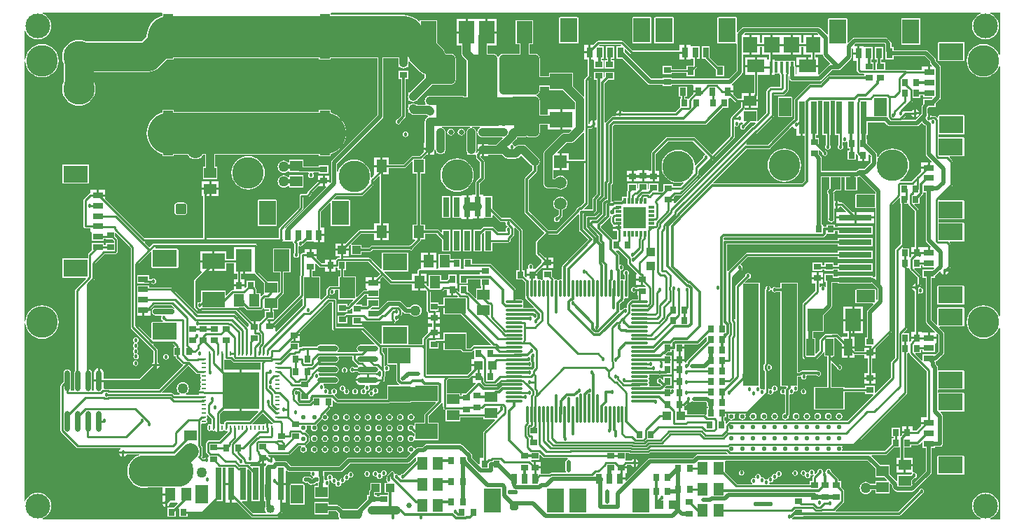
<source format=gtl>
G04 Layer_Physical_Order=1*
G04 Layer_Color=255*
%FSLAX25Y25*%
%MOIN*%
G70*
G01*
G75*
%ADD10R,0.05118X0.06102*%
%ADD11R,0.05906X0.05118*%
%ADD12R,0.04724X0.21260*%
%ADD13R,0.03150X0.05118*%
%ADD14R,0.04331X0.03937*%
%ADD15R,0.03937X0.04331*%
%ADD16R,0.03543X0.03150*%
%ADD17R,0.03150X0.03543*%
%ADD18C,0.02480*%
%ADD19R,0.07480X0.10630*%
%ADD20R,0.15748X0.03150*%
%ADD21R,0.03937X0.07874*%
%ADD22R,0.13780X0.09843*%
%ADD23R,0.05118X0.03150*%
%ADD24R,0.10236X0.07480*%
%ADD25R,0.05118X0.05906*%
%ADD26O,0.08268X0.01181*%
%ADD27O,0.01181X0.08268*%
%ADD28R,0.03150X0.09449*%
%ADD29R,0.10630X0.07480*%
%ADD30R,0.03150X0.03937*%
%ADD31R,0.01575X0.05315*%
%ADD32R,0.07087X0.07480*%
%ADD33R,0.07480X0.07480*%
%ADD34R,0.08268X0.06299*%
%ADD35R,0.03150X0.15748*%
%ADD36O,0.00984X0.02559*%
%ADD37R,0.17716X0.17716*%
%ADD38O,0.02559X0.00984*%
%ADD39O,0.02756X0.09843*%
%ADD40O,0.09843X0.02756*%
%ADD41R,0.07480X0.10236*%
%ADD42R,0.03150X0.01378*%
%ADD43R,0.01378X0.03150*%
%ADD44R,0.10630X0.10236*%
%ADD45C,0.00984*%
%ADD46C,0.03937*%
%ADD47C,0.01181*%
%ADD48C,0.19685*%
%ADD49C,0.01969*%
%ADD50C,0.02756*%
%ADD51C,0.07480*%
%ADD52C,0.14961*%
%ADD53C,0.06693*%
%ADD54C,0.07874*%
%ADD55C,0.14567*%
%ADD56C,0.13780*%
%ADD57R,0.14500X0.13500*%
%ADD58R,0.13000X0.20500*%
%ADD59R,0.33500X0.13500*%
%ADD60R,0.08268X0.11811*%
%ADD61R,0.09055X0.05906*%
%ADD62R,0.11811X0.08268*%
%ADD63R,0.05906X0.09055*%
%ADD64C,0.15000*%
%ADD65R,0.05906X0.05906*%
%ADD66C,0.05906*%
%ADD67C,0.11811*%
%ADD68C,0.01800*%
%ADD69C,0.05000*%
%ADD70C,0.02200*%
%ADD71C,0.02598*%
%ADD72C,0.02300*%
%ADD73C,0.02100*%
%ADD74C,0.02500*%
%ADD75C,0.04000*%
%ADD76C,0.02000*%
%ADD77C,0.03000*%
%ADD78C,0.08000*%
G36*
X437242Y308726D02*
X439090D01*
Y303956D01*
X439063Y303937D01*
X438775Y303507D01*
X438674Y303000D01*
X438775Y302493D01*
X439063Y302063D01*
X439493Y301775D01*
X440000Y301675D01*
X440507Y301775D01*
X440937Y302063D01*
X441225Y302493D01*
X441326Y303000D01*
X441225Y303507D01*
X440937Y303937D01*
X440910Y303956D01*
Y305064D01*
X441410Y305331D01*
X441493Y305275D01*
X442000Y305174D01*
X442507Y305275D01*
X442769Y305451D01*
X443269Y305228D01*
Y302328D01*
X444234D01*
Y301172D01*
X443269D01*
Y296828D01*
X447219D01*
Y299307D01*
X447428Y299435D01*
X447719Y299495D01*
X448181Y299032D01*
Y296228D01*
X450256D01*
Y299000D01*
X451256D01*
Y296228D01*
X453331D01*
Y299276D01*
X453793Y299467D01*
X454589Y298671D01*
Y298422D01*
X454587Y298420D01*
X454480Y297880D01*
Y295476D01*
X451415Y292411D01*
X449000D01*
X448460Y292304D01*
X448002Y291998D01*
X447415Y291411D01*
X431155D01*
Y297500D01*
X431048Y298040D01*
X430742Y298498D01*
X429672Y299568D01*
Y301091D01*
X430172Y301298D01*
X431223Y300246D01*
X431175Y300000D01*
X431275Y299493D01*
X431563Y299063D01*
X431993Y298775D01*
X432500Y298675D01*
X433007Y298775D01*
X433437Y299063D01*
X433725Y299493D01*
X433825Y300000D01*
X433725Y300507D01*
X433437Y300937D01*
X433007Y301225D01*
X432771Y301272D01*
X429672Y304371D01*
Y307231D01*
X428415D01*
Y308726D01*
X429380D01*
Y324855D01*
X431336D01*
Y308726D01*
X433090D01*
Y303956D01*
X433063Y303937D01*
X432775Y303507D01*
X432675Y303000D01*
X432775Y302493D01*
X433063Y302063D01*
X433493Y301775D01*
X434000Y301675D01*
X434507Y301775D01*
X434937Y302063D01*
X435225Y302493D01*
X435325Y303000D01*
X435225Y303507D01*
X434937Y303937D01*
X434910Y303956D01*
Y308726D01*
X435286D01*
Y324855D01*
X437242D01*
Y308726D01*
D02*
G37*
G36*
X268305Y312069D02*
X267811Y311689D01*
X267431Y311194D01*
X267193Y310618D01*
X267111Y310000D01*
X267193Y309382D01*
X267431Y308805D01*
X267811Y308311D01*
X268305Y307931D01*
X268882Y307693D01*
X269500Y307611D01*
X279159D01*
X279366Y307111D01*
X276144Y303889D01*
X272331D01*
Y304272D01*
X270256D01*
Y301500D01*
Y298728D01*
X272331D01*
Y299111D01*
X277133D01*
X277133Y299111D01*
X277133Y299111D01*
X279011D01*
X280079Y298042D01*
X280079Y298042D01*
X280574Y297663D01*
X281150Y297424D01*
X281768Y297342D01*
X281769Y297342D01*
X285354D01*
X285354Y297342D01*
X285972Y297424D01*
X286548Y297663D01*
X287043Y298042D01*
X288061Y299060D01*
X292811Y294311D01*
X293305Y293931D01*
X293490Y293855D01*
Y291995D01*
X289843Y288348D01*
X289624Y288020D01*
X289547Y287633D01*
Y272057D01*
X289624Y271670D01*
X289843Y271342D01*
X299143Y262042D01*
X295268Y258168D01*
X295071Y257873D01*
X295001Y257524D01*
Y252345D01*
X295071Y251997D01*
X295268Y251702D01*
X297728Y249241D01*
Y247759D01*
X294741Y244772D01*
X293833D01*
X293577Y245272D01*
X293725Y245493D01*
X293826Y246000D01*
X293725Y246507D01*
X293437Y246937D01*
X293007Y247225D01*
X292500Y247325D01*
X291993Y247225D01*
X291563Y246937D01*
X291275Y246507D01*
X291175Y246000D01*
X291275Y245493D01*
X291423Y245272D01*
X291167Y244772D01*
X290681D01*
Y242500D01*
X293256D01*
X295831D01*
Y243288D01*
X297394Y244852D01*
X297728Y245181D01*
Y245181D01*
X297728Y245181D01*
X300000D01*
Y247756D01*
Y250331D01*
X299212D01*
X296821Y252722D01*
Y257148D01*
X300776Y261103D01*
X305113D01*
X305500Y261180D01*
X305827Y261399D01*
X315256Y270828D01*
X315718Y270637D01*
Y263433D01*
X315795Y263046D01*
X316014Y262719D01*
X319902Y258830D01*
X307786Y246714D01*
X307567Y246387D01*
X307490Y246000D01*
Y240180D01*
X307017Y239900D01*
X306990Y239902D01*
X306626Y239974D01*
X306240Y239898D01*
X305912Y239679D01*
X305372D01*
X305044Y239898D01*
X304658Y239974D01*
X304271Y239898D01*
X304099Y239783D01*
X303617Y239986D01*
X303599Y240004D01*
Y240055D01*
X303529Y240403D01*
X303332Y240698D01*
X302672Y241359D01*
Y244219D01*
X298328D01*
Y240269D01*
X298328Y240269D01*
X298233Y239809D01*
X298038Y239679D01*
X297498D01*
X297170Y239898D01*
X296783Y239974D01*
X296397Y239898D01*
X296331Y239853D01*
X295831Y240121D01*
Y241500D01*
X293256D01*
X290681D01*
Y241003D01*
X290219Y240811D01*
X289719Y241312D01*
Y244172D01*
X288654D01*
Y263290D01*
X288584Y263638D01*
X288387Y263934D01*
X283385Y268935D01*
X283090Y269132D01*
X282742Y269202D01*
X278785D01*
X274375Y273612D01*
Y279424D01*
X270425D01*
Y279424D01*
X269975Y279544D01*
Y280224D01*
X268410D01*
Y285539D01*
X270214Y287343D01*
X270433Y287671D01*
X270510Y288057D01*
Y295963D01*
X270433Y296349D01*
X270214Y296677D01*
X268663Y298228D01*
X268750Y298728D01*
X269256D01*
Y301000D01*
X267181D01*
Y300354D01*
X266958Y300130D01*
X266754Y300098D01*
X266725Y300101D01*
X266388Y300218D01*
X266340Y300372D01*
X266552Y300882D01*
X266633Y301500D01*
Y309744D01*
X266552Y310362D01*
X266313Y310939D01*
X265933Y311433D01*
X265439Y311813D01*
X264862Y312052D01*
X264745Y312067D01*
X264778Y312567D01*
X268202D01*
X268305Y312069D01*
D02*
G37*
G36*
X338626Y249576D02*
Y247600D01*
X338696Y247252D01*
X338893Y246957D01*
X343057Y242793D01*
X342866Y242331D01*
X342728D01*
Y240256D01*
X345500D01*
Y239756D01*
X346000D01*
Y237181D01*
X346788D01*
X347251Y236719D01*
X347043Y236219D01*
X343328D01*
Y235910D01*
X342456D01*
X342437Y235937D01*
X342007Y236225D01*
X341500Y236326D01*
X340993Y236225D01*
X340563Y235937D01*
X340275Y235507D01*
X340175Y235000D01*
X340275Y234493D01*
X340563Y234063D01*
X340993Y233775D01*
X341500Y233675D01*
X342007Y233775D01*
X342437Y234063D01*
X342456Y234090D01*
X343328D01*
Y232269D01*
X343512D01*
Y230132D01*
X340878D01*
X340492Y230055D01*
X340164Y229836D01*
X340124Y229777D01*
X340107Y229765D01*
X338752Y228411D01*
X338555Y228116D01*
X338486Y227768D01*
Y226506D01*
X338011Y226227D01*
X337986Y226229D01*
X337500Y226325D01*
X336993Y226225D01*
X336571Y225942D01*
X336523Y225933D01*
X336195Y225714D01*
X335579Y225098D01*
X335117Y225289D01*
Y227500D01*
X335040Y227886D01*
X335010Y227931D01*
Y228255D01*
X335849Y229095D01*
X335931Y229111D01*
X336258Y229330D01*
X336868Y229939D01*
X337087Y230267D01*
X337163Y230654D01*
Y230726D01*
X337664Y230993D01*
X337736Y230945D01*
X338122Y230868D01*
X338509Y230945D01*
X338836Y231164D01*
X339055Y231491D01*
X339132Y231878D01*
Y238965D01*
X339055Y239351D01*
X339032Y239386D01*
Y242204D01*
X339225Y242493D01*
X339325Y243000D01*
X339225Y243507D01*
X338937Y243937D01*
X338507Y244225D01*
X338000Y244325D01*
X337493Y244225D01*
X337063Y243937D01*
X336775Y243507D01*
X336674Y243000D01*
X336775Y242493D01*
X337063Y242063D01*
X337212Y241963D01*
Y240004D01*
X337194Y239986D01*
X336712Y239783D01*
X336540Y239898D01*
X336154Y239974D01*
X335767Y239898D01*
X335695Y239849D01*
X335195Y240117D01*
Y243725D01*
X335500Y244175D01*
X336007Y244275D01*
X336437Y244563D01*
X336725Y244993D01*
X336825Y245500D01*
X336725Y246007D01*
X336437Y246437D01*
X336007Y246725D01*
X335500Y246826D01*
X335119Y246750D01*
X334619Y247031D01*
Y251131D01*
X334542Y251518D01*
X334324Y251846D01*
X333159Y253011D01*
X333350Y253472D01*
X334729D01*
X338626Y249576D01*
D02*
G37*
G36*
X265123Y194000D02*
X267732D01*
Y193000D01*
X265158D01*
Y190728D01*
X266346D01*
X266553Y190228D01*
X261799Y185475D01*
X259828D01*
Y184510D01*
X258853D01*
Y185703D01*
X252565D01*
Y191800D01*
X253377Y192612D01*
X262754D01*
X263102Y192682D01*
X263398Y192879D01*
X264696Y194177D01*
X265123Y194000D01*
D02*
G37*
G36*
X133499Y195215D02*
X133794Y195018D01*
X134142Y194949D01*
X135173D01*
X135300Y194760D01*
X135395Y194449D01*
X135254Y194238D01*
X135185Y193890D01*
X135254Y193542D01*
X135451Y193247D01*
X135535Y193191D01*
Y192620D01*
X135451Y192564D01*
X135254Y192269D01*
X135185Y191921D01*
X135254Y191573D01*
X135451Y191278D01*
X135535Y191222D01*
Y190652D01*
X135451Y190596D01*
X135254Y190301D01*
X135185Y189953D01*
X135254Y189605D01*
X135451Y189310D01*
X135535Y189254D01*
Y188683D01*
X135451Y188627D01*
X135254Y188332D01*
X135185Y187984D01*
X135254Y187636D01*
X135165Y187189D01*
X135019Y187092D01*
X134689Y186598D01*
X134673Y186516D01*
X136882D01*
Y185516D01*
X134673D01*
X134684Y185457D01*
X134690Y185369D01*
X134432Y184957D01*
X128538D01*
X128438Y185457D01*
X128463Y185467D01*
X129068Y185932D01*
X129533Y186538D01*
X129825Y187243D01*
X129925Y188000D01*
X129825Y188757D01*
X129533Y189462D01*
X129068Y190068D01*
X128463Y190533D01*
X127757Y190825D01*
X127000Y190925D01*
X126243Y190825D01*
X125538Y190533D01*
X124932Y190068D01*
X124467Y189462D01*
X124175Y188757D01*
X124075Y188000D01*
X124175Y187243D01*
X124467Y186538D01*
X124932Y185932D01*
X125538Y185467D01*
X125562Y185457D01*
X125462Y184957D01*
X122787D01*
X122217Y185527D01*
X121922Y185725D01*
X121573Y185794D01*
X117287D01*
X117080Y186294D01*
X129750Y198964D01*
X133499Y195215D01*
D02*
G37*
G36*
X390081Y324357D02*
X390376Y324160D01*
X390724Y324090D01*
X392590D01*
Y321790D01*
X388065Y317265D01*
X387867Y316970D01*
X387798Y316621D01*
Y308141D01*
X378880Y299222D01*
X370888Y307214D01*
X370560Y307433D01*
X370174Y307510D01*
X357500D01*
X357114Y307433D01*
X356786Y307214D01*
X350286Y300714D01*
X350067Y300387D01*
X349990Y300000D01*
Y291575D01*
X348772D01*
Y291831D01*
X346500D01*
Y289256D01*
Y286681D01*
X348228D01*
Y286425D01*
X350500D01*
Y289000D01*
X351000D01*
Y289500D01*
X353772D01*
Y291575D01*
X352010D01*
Y299582D01*
X357918Y305490D01*
X369755D01*
X375540Y299705D01*
X375385Y299153D01*
X375063Y298937D01*
X374775Y298507D01*
X374675Y298000D01*
X374681Y297967D01*
X371100Y294387D01*
X370630Y294555D01*
X370561Y295249D01*
X370110Y296738D01*
X369376Y298110D01*
X368389Y299313D01*
X367186Y300300D01*
X365813Y301034D01*
X364324Y301486D01*
X362776Y301638D01*
X361227Y301486D01*
X359738Y301034D01*
X358365Y300300D01*
X357162Y299313D01*
X356175Y298110D01*
X355442Y296738D01*
X354990Y295249D01*
X354837Y293700D01*
X354990Y292151D01*
X355442Y290662D01*
X356175Y289290D01*
X357162Y288087D01*
X358365Y287100D01*
X359738Y286366D01*
X361227Y285914D01*
X362776Y285762D01*
X364324Y285914D01*
X365100Y286150D01*
X365365Y285707D01*
X363823Y284166D01*
X360172D01*
Y285231D01*
X355828D01*
Y282371D01*
X355123Y281665D01*
X353172D01*
Y285463D01*
X348828D01*
Y282923D01*
X348672Y282815D01*
X348172Y283079D01*
Y285719D01*
X343828D01*
Y283259D01*
X343672Y283142D01*
X343172Y283393D01*
Y285463D01*
X338828D01*
Y282603D01*
X338530Y282305D01*
X338333Y282010D01*
X338264Y281661D01*
Y279319D01*
X336016D01*
Y277483D01*
X335613Y277081D01*
X332225D01*
X331839Y277004D01*
X331511Y276785D01*
X331472Y276746D01*
X331011Y276992D01*
X331015Y277013D01*
Y284809D01*
X331295Y285089D01*
X331514Y285416D01*
X331591Y285803D01*
Y312739D01*
X332342Y313490D01*
X375512D01*
X375898Y313567D01*
X376226Y313786D01*
X384013Y321572D01*
X386731D01*
Y325916D01*
X387069Y326276D01*
X388162D01*
X390081Y324357D01*
D02*
G37*
G36*
X301285Y329970D02*
X307762D01*
X313611Y324121D01*
Y321117D01*
X313315Y320740D01*
X307500D01*
Y316000D01*
Y311260D01*
X311728D01*
X311919Y310798D01*
X310760Y309639D01*
X308745D01*
X308745Y309639D01*
X308127Y309558D01*
X307550Y309319D01*
X307056Y308939D01*
X307056Y308939D01*
X299311Y301194D01*
X298931Y300700D01*
X298692Y300123D01*
X298611Y299505D01*
X298611Y299505D01*
Y285500D01*
X298692Y284882D01*
X298931Y284306D01*
X299311Y283811D01*
X299805Y283431D01*
X300382Y283192D01*
X301000Y283111D01*
X305008D01*
X305059Y283071D01*
X305875Y282734D01*
X306750Y282618D01*
X307625Y282734D01*
X308441Y283071D01*
X309141Y283609D01*
X309679Y284309D01*
X310016Y285125D01*
X310132Y286000D01*
X310016Y286875D01*
X309679Y287691D01*
X309141Y288391D01*
X308441Y288929D01*
X307625Y289266D01*
X306750Y289382D01*
X305875Y289266D01*
X305059Y288929D01*
X304359Y288391D01*
X303973Y287889D01*
X303389D01*
Y292047D01*
X306250D01*
Y296000D01*
Y299953D01*
X305479D01*
X305288Y300415D01*
X309734Y304861D01*
X311750D01*
X311750Y304861D01*
X312368Y304942D01*
X312945Y305181D01*
X313439Y305561D01*
X317590Y309712D01*
X317961Y309608D01*
X318090Y309512D01*
Y296910D01*
X310703D01*
Y299953D01*
X307250D01*
Y296000D01*
Y292047D01*
X310703D01*
Y295090D01*
X318090D01*
Y276519D01*
X316219Y274648D01*
X316073D01*
X315687Y274571D01*
X315359Y274352D01*
X314433Y273426D01*
X314214Y273098D01*
X314137Y272712D01*
Y272565D01*
X304695Y263123D01*
X300918D01*
X291567Y272475D01*
Y287215D01*
X295214Y290862D01*
X295433Y291190D01*
X295510Y291577D01*
Y293855D01*
X295694Y293931D01*
X296189Y294311D01*
X296569Y294806D01*
X296808Y295382D01*
X296889Y296000D01*
X296808Y296618D01*
X296569Y297195D01*
X296189Y297689D01*
X290689Y303189D01*
X290195Y303569D01*
X289618Y303807D01*
X289000Y303889D01*
X289000Y303889D01*
X287122D01*
X287122Y303889D01*
X286504Y303807D01*
X285928Y303569D01*
X285433Y303189D01*
X285433Y303189D01*
X285310Y303066D01*
X284778Y303241D01*
X284725Y303507D01*
X284437Y303937D01*
X284007Y304225D01*
X283954Y304235D01*
X283790Y304778D01*
X285526Y306514D01*
X285906Y307009D01*
X286144Y307585D01*
X286148Y307611D01*
X289500D01*
X290118Y307693D01*
X290694Y307931D01*
X290750Y307974D01*
X290806Y307931D01*
X291382Y307693D01*
X292000Y307611D01*
X294500D01*
X295118Y307693D01*
X295694Y307931D01*
X296189Y308311D01*
X296569Y308805D01*
X296808Y309382D01*
X296889Y310000D01*
Y313611D01*
X300685D01*
Y311260D01*
X306500D01*
Y316000D01*
Y320740D01*
X300685D01*
Y318389D01*
X296889D01*
Y320000D01*
Y325000D01*
X296808Y325618D01*
X296569Y326195D01*
X296189Y326689D01*
X295694Y327069D01*
X295304Y327231D01*
Y327769D01*
X295694Y327931D01*
X296189Y328311D01*
X296569Y328805D01*
X296808Y329382D01*
X296889Y330000D01*
X296889Y330000D01*
Y331721D01*
X301285D01*
Y329970D01*
D02*
G37*
G36*
X393121Y314830D02*
X393437Y314611D01*
X393550Y314135D01*
X393556Y314066D01*
X393361Y313798D01*
X392993Y313725D01*
X392563Y313437D01*
X392275Y313007D01*
X392175Y312500D01*
X392275Y311993D01*
X392563Y311563D01*
X392993Y311275D01*
X393500Y311175D01*
X394007Y311275D01*
X394437Y311563D01*
X394725Y311993D01*
X394800Y312372D01*
X396989Y314561D01*
X399315D01*
X399506Y314099D01*
X398227Y312819D01*
X398008Y312776D01*
X397713Y312579D01*
X361234Y276100D01*
X360772Y276291D01*
Y277244D01*
X358000D01*
Y278244D01*
X360772D01*
Y279229D01*
X361377Y279835D01*
X363646D01*
X363994Y279904D01*
X364289Y280101D01*
X373195Y289007D01*
X373392Y289302D01*
X373462Y289651D01*
Y291231D01*
X378845Y296615D01*
X378887Y296623D01*
X379214Y296842D01*
X379433Y297170D01*
X379441Y297211D01*
X389351Y307121D01*
X389548Y307416D01*
X389617Y307764D01*
Y312471D01*
X390118Y312751D01*
X390500Y312674D01*
X391007Y312775D01*
X391437Y313063D01*
X391725Y313493D01*
X391826Y314000D01*
X391807Y314091D01*
X391845Y314184D01*
X392214Y314605D01*
X392741Y314710D01*
X393009Y314889D01*
X393121Y314830D01*
D02*
G37*
G36*
X478718Y314709D02*
X480056Y313371D01*
X480514Y313065D01*
X480589Y313051D01*
Y299506D01*
X480696Y298966D01*
X481002Y298508D01*
X483473Y296037D01*
X483282Y295575D01*
X482500D01*
Y293000D01*
X482000D01*
Y292500D01*
X478441D01*
Y291202D01*
X476113Y288873D01*
X476113Y288873D01*
X473813Y286573D01*
X468300D01*
X468172Y287058D01*
X469186Y287600D01*
X470389Y288587D01*
X471376Y289790D01*
X472110Y291162D01*
X472561Y292651D01*
X472714Y294200D01*
X472561Y295749D01*
X472110Y297238D01*
X471376Y298610D01*
X470389Y299813D01*
X469186Y300800D01*
X467813Y301534D01*
X466324Y301986D01*
X464776Y302138D01*
X463227Y301986D01*
X461738Y301534D01*
X460365Y300800D01*
X459162Y299813D01*
X458175Y298610D01*
X457911Y298117D01*
X457411Y298242D01*
Y299256D01*
X457304Y299796D01*
X456998Y300254D01*
X452731Y304521D01*
Y306672D01*
X452439D01*
Y308726D01*
X453002D01*
Y314704D01*
X461112D01*
X462483Y313334D01*
X462940Y313028D01*
X463481Y312920D01*
X476332D01*
X476872Y313028D01*
X477329Y313334D01*
X478707Y314710D01*
X478718Y314709D01*
D02*
G37*
G36*
X422000Y308126D02*
X423055D01*
Y286984D01*
X421582Y285510D01*
X379645D01*
X379438Y286010D01*
X395369Y301940D01*
X405863D01*
X406250Y302017D01*
X406577Y302236D01*
X416806Y312464D01*
X417449Y312401D01*
X417630Y312130D01*
X418259Y311710D01*
X418925Y311578D01*
Y308126D01*
X421000D01*
Y317000D01*
X422000D01*
Y308126D01*
D02*
G37*
G36*
X479041Y245604D02*
X484401D01*
X484608Y245104D01*
X484136Y244632D01*
X479041D01*
Y240683D01*
X480589D01*
Y220000D01*
X480696Y219460D01*
X481002Y219002D01*
X484967Y215037D01*
X484776Y214575D01*
X482500D01*
Y212500D01*
X485559D01*
Y213792D01*
X486021Y213983D01*
X486589Y213415D01*
Y205585D01*
X485363Y204359D01*
X484959Y204132D01*
Y204132D01*
X484959Y204132D01*
X479041D01*
Y201547D01*
X478579Y201355D01*
X475568Y204366D01*
X475759Y204828D01*
X478231D01*
Y206169D01*
X479041D01*
Y205104D01*
X484959D01*
Y209053D01*
X485269Y209425D01*
X485559D01*
Y211500D01*
X482000D01*
Y212000D01*
X481500D01*
Y214575D01*
X478831D01*
Y214772D01*
X477117D01*
Y232971D01*
X477618Y233251D01*
X478000Y233174D01*
X478507Y233275D01*
X478937Y233563D01*
X479225Y233993D01*
X479325Y234500D01*
X479225Y235007D01*
X478937Y235437D01*
X478507Y235725D01*
X478000Y235825D01*
X477876Y236311D01*
X477829Y236543D01*
X478104Y236818D01*
X478151Y236849D01*
X478348Y237144D01*
X478417Y237492D01*
X478410Y237531D01*
Y241125D01*
X478340Y241473D01*
X478143Y241768D01*
X475083Y244828D01*
X475290Y245328D01*
X478231D01*
Y246590D01*
X479041D01*
Y245604D01*
D02*
G37*
G36*
X468269Y278429D02*
Y275828D01*
X468590D01*
Y256763D01*
X466250Y254423D01*
X466053Y254128D01*
X465983Y253780D01*
Y202634D01*
X464357Y201007D01*
X464160Y200712D01*
X464090Y200364D01*
Y193377D01*
X456634Y185920D01*
X456172Y186111D01*
Y189219D01*
X451828D01*
Y188154D01*
X441991D01*
Y188412D01*
X435610D01*
Y199950D01*
X436072Y200141D01*
X438181Y198033D01*
X438174Y198000D01*
X438275Y197493D01*
X438563Y197063D01*
X438993Y196775D01*
X439500Y196675D01*
X440007Y196775D01*
X440437Y197063D01*
X440725Y197493D01*
X440826Y198000D01*
X440725Y198507D01*
X440437Y198937D01*
X440007Y199225D01*
X439500Y199326D01*
X439467Y199319D01*
X436085Y202701D01*
X436277Y203163D01*
X437069D01*
Y211837D01*
X437506Y211990D01*
X437838D01*
X440787Y209040D01*
Y208000D01*
X443756D01*
X446724D01*
Y212437D01*
X445165D01*
Y214185D01*
X445500D01*
Y220000D01*
X441260D01*
Y214185D01*
X443346D01*
Y212437D01*
X440787D01*
Y212437D01*
X440405Y212279D01*
X438970Y213714D01*
X438642Y213933D01*
X438256Y214010D01*
X436368D01*
X435982Y213933D01*
X435946Y213910D01*
X433034D01*
X432686Y213840D01*
X432390Y213643D01*
X430357Y211610D01*
X430160Y211315D01*
X430090Y210966D01*
Y206064D01*
X428476Y204450D01*
X428014Y204641D01*
Y211837D01*
X427057D01*
Y214785D01*
X432030D01*
Y222644D01*
X435498Y226112D01*
X435804Y226570D01*
X435911Y227110D01*
Y238305D01*
X438726D01*
Y237742D01*
X455262D01*
X457589Y235415D01*
Y230256D01*
X457488Y230188D01*
X456988Y230456D01*
Y234744D01*
X456861Y235050D01*
X456555Y235177D01*
X447500D01*
X447194Y235050D01*
X447067Y234744D01*
Y228839D01*
X447194Y228532D01*
X447500Y228406D01*
X455431D01*
X455622Y227944D01*
X453002Y225324D01*
X452696Y224866D01*
X452589Y224326D01*
Y212231D01*
X451828D01*
Y208281D01*
X454694D01*
X454885Y207819D01*
X454500Y207434D01*
Y205244D01*
X456772D01*
Y207133D01*
X464143Y214505D01*
X464340Y214800D01*
X464410Y215148D01*
Y275222D01*
X467807Y278620D01*
X468269Y278429D01*
D02*
G37*
G36*
X368000Y181162D02*
X368241Y181210D01*
X368870Y181630D01*
X368924Y181712D01*
X369586Y181802D01*
X369744Y181696D01*
X370284Y181589D01*
X375904D01*
X376269Y181223D01*
Y179072D01*
X376833D01*
Y178416D01*
X376269D01*
Y175550D01*
X375988Y175434D01*
X375769Y175394D01*
X375484Y175584D01*
X375136Y175654D01*
X367165D01*
Y177713D01*
X365831D01*
Y179563D01*
X365887Y179601D01*
X367000Y180714D01*
Y183000D01*
X368000D01*
Y181162D01*
D02*
G37*
G36*
X169621Y171593D02*
X169864Y171431D01*
X169612Y171010D01*
X169264Y171079D01*
X168916Y171010D01*
X168469Y171098D01*
X168371Y171245D01*
X167877Y171575D01*
X167795Y171591D01*
Y169382D01*
X166795D01*
Y171591D01*
X166713Y171575D01*
X166219Y171245D01*
X166122Y171098D01*
X165675Y171010D01*
X165327Y171079D01*
X164979Y171010D01*
X164684Y170812D01*
X164628Y170729D01*
X164057D01*
X164001Y170812D01*
X163706Y171010D01*
X163358Y171079D01*
X163010Y171010D01*
X162715Y170812D01*
X162659Y170729D01*
X162089D01*
X162033Y170812D01*
X161738Y171010D01*
X161390Y171079D01*
X161042Y171010D01*
X160747Y170812D01*
X160691Y170729D01*
X160120D01*
X160064Y170812D01*
X160023Y171236D01*
X165000Y176214D01*
X169621Y171593D01*
D02*
G37*
G36*
X138822Y175392D02*
X140795Y173418D01*
Y171090D01*
X140606Y170964D01*
X140295Y170869D01*
X140084Y171010D01*
X139736Y171079D01*
X139388Y171010D01*
X139093Y170812D01*
X138896Y170517D01*
X138827Y170169D01*
Y168595D01*
X138896Y168246D01*
X139093Y167951D01*
X139388Y167754D01*
X139736Y167685D01*
X140084Y167754D01*
X140379Y167951D01*
X140435Y168035D01*
X141006D01*
X141061Y167951D01*
X141357Y167754D01*
X141705Y167685D01*
X142053Y167754D01*
X142500Y167665D01*
X142597Y167519D01*
X143091Y167189D01*
X143173Y167173D01*
Y169382D01*
X144173D01*
Y167173D01*
X144255Y167189D01*
X144749Y167519D01*
X144847Y167665D01*
X145294Y167754D01*
X145642Y167685D01*
X145990Y167754D01*
X146285Y167951D01*
X146341Y168035D01*
X146911D01*
X146967Y167951D01*
X147262Y167754D01*
X147610Y167685D01*
X147958Y167754D01*
X148386Y167439D01*
X148395Y167411D01*
X148365Y167275D01*
X144222Y163132D01*
X139359D01*
X139011Y163063D01*
X138716Y162866D01*
X138193Y162343D01*
X137996Y162048D01*
X137927Y161700D01*
Y157812D01*
X137996Y157464D01*
X138193Y157168D01*
X139294Y156068D01*
X139328Y156045D01*
Y155325D01*
X138828Y155053D01*
X138428Y155133D01*
X137921Y155032D01*
X137491Y154745D01*
X137473Y154717D01*
X136569D01*
X135972Y155314D01*
Y155376D01*
X136170Y155671D01*
X136239Y156019D01*
Y160020D01*
X136170Y160368D01*
X135972Y160663D01*
X135620Y161016D01*
Y170925D01*
X136094Y171327D01*
X137669D01*
X138017Y171396D01*
X138312Y171593D01*
X138510Y171888D01*
X138579Y172236D01*
X138510Y172584D01*
X138312Y172879D01*
X138229Y172935D01*
Y173505D01*
X138312Y173562D01*
X138510Y173857D01*
X138579Y174205D01*
X138510Y174553D01*
X138312Y174848D01*
X138557Y175286D01*
X138729Y175417D01*
X138822Y175392D01*
D02*
G37*
G36*
X147262Y201606D02*
X147610Y201537D01*
X149719D01*
X150837Y200419D01*
X151132Y200222D01*
X151480Y200153D01*
X164016D01*
X164090Y200062D01*
Y196858D01*
X155000D01*
Y187000D01*
Y177142D01*
X162702D01*
X162893Y176680D01*
X158677Y172463D01*
X147610D01*
X147262Y172394D01*
X146967Y172197D01*
X146770Y171902D01*
X146701Y171554D01*
Y171090D01*
X146511Y170964D01*
X146201Y170869D01*
X145990Y171010D01*
X145642Y171079D01*
X145294Y171010D01*
X144847Y171098D01*
X144749Y171245D01*
X144583Y171356D01*
Y175796D01*
X145928Y177142D01*
X154000D01*
Y187000D01*
Y196858D01*
X146551D01*
Y201525D01*
X146740Y201652D01*
X147051Y201747D01*
X147262Y201606D01*
D02*
G37*
G36*
X330845Y269834D02*
X330775Y269486D01*
Y267286D01*
X330845Y266938D01*
X331042Y266643D01*
X331623Y266061D01*
X331677Y266025D01*
Y264949D01*
X334252D01*
Y263949D01*
X331677D01*
Y262760D01*
X333731D01*
Y259016D01*
X331476D01*
X331393Y259140D01*
X325993Y264541D01*
Y265314D01*
X329982Y269303D01*
X330201Y269631D01*
X330231Y269782D01*
X330629Y270073D01*
X330845Y269834D01*
D02*
G37*
G36*
X236258Y295772D02*
Y290348D01*
X238207D01*
Y265951D01*
X236258D01*
Y259049D01*
X237467D01*
X237659Y258587D01*
X235372Y256300D01*
X234993Y256225D01*
X234672Y256010D01*
X217000D01*
X216614Y255933D01*
X216286Y255714D01*
X215582Y255010D01*
X212065D01*
Y256368D01*
X207169D01*
X206962Y256869D01*
X211684Y261590D01*
X217941D01*
Y258449D01*
X221000D01*
Y262500D01*
X221500D01*
Y263000D01*
X225059D01*
Y266551D01*
X222410D01*
Y289748D01*
X225059D01*
Y292890D01*
X232345D01*
X232693Y292959D01*
X232988Y293156D01*
X235796Y295964D01*
X236258Y295772D01*
D02*
G37*
G36*
X199789Y181286D02*
X200117Y181067D01*
X200503Y180990D01*
X225110D01*
X225497Y181067D01*
X225770Y181250D01*
X235715D01*
Y181424D01*
X242593D01*
X242940Y181470D01*
X247234D01*
X247426Y181008D01*
X242286Y175868D01*
X242067Y175541D01*
X241990Y175154D01*
Y171640D01*
X237285D01*
Y170285D01*
X236785Y170133D01*
X236717Y170236D01*
X236204Y170578D01*
X235599Y170698D01*
X234995Y170578D01*
X234482Y170236D01*
X234139Y169723D01*
X234019Y169118D01*
X234139Y168513D01*
X234482Y168001D01*
X234995Y167658D01*
X235599Y167538D01*
X235726Y167563D01*
X236503Y166786D01*
X236831Y166567D01*
X237217Y166490D01*
X237285D01*
Y165167D01*
X236785Y165015D01*
X236717Y165118D01*
X236204Y165460D01*
X235599Y165580D01*
X234995Y165460D01*
X234482Y165118D01*
X234139Y164605D01*
X234019Y164000D01*
X234139Y163395D01*
X234482Y162882D01*
X234995Y162540D01*
X235599Y162420D01*
X236204Y162540D01*
X236717Y162882D01*
X236881Y163128D01*
X237285Y163360D01*
X237562Y163360D01*
X248715D01*
Y171640D01*
X244010D01*
Y174736D01*
X250020Y180746D01*
X250239Y181073D01*
X250245Y181108D01*
X250746Y181059D01*
Y179815D01*
X250815Y179467D01*
X250875Y179377D01*
Y178715D01*
X250945Y178367D01*
X251142Y178072D01*
X251437Y177875D01*
X251785Y177805D01*
X252147D01*
Y172305D01*
X258853D01*
Y174354D01*
X270147D01*
Y173305D01*
X275375D01*
X275566Y172843D01*
X270101Y167378D01*
X269904Y167083D01*
X269834Y166734D01*
Y154772D01*
X268169D01*
Y151920D01*
X267707Y151729D01*
X264626Y154810D01*
Y155845D01*
X264519Y156385D01*
X264213Y156843D01*
X260058Y160998D01*
X259600Y161304D01*
X259060Y161411D01*
X243000D01*
X242460Y161304D01*
X242002Y160998D01*
X240915Y159911D01*
X238845D01*
X238305Y159804D01*
X237847Y159498D01*
X237613Y159264D01*
X237071Y159429D01*
X237059Y159487D01*
X236717Y159999D01*
X236204Y160342D01*
X235599Y160462D01*
X234995Y160342D01*
X234482Y159999D01*
X234139Y159487D01*
X234019Y158882D01*
X234139Y158277D01*
X234482Y157764D01*
X234995Y157422D01*
X235052Y157410D01*
X235217Y156868D01*
X233261Y154911D01*
X206000D01*
X205460Y154804D01*
X205002Y154498D01*
X201544Y151040D01*
X178362D01*
X176646Y152756D01*
X176188Y153062D01*
X175648Y153170D01*
X171381D01*
X171242Y153196D01*
X170937Y153500D01*
X170790Y154241D01*
X170370Y154870D01*
X169741Y155290D01*
X169500Y155338D01*
Y153500D01*
X168500D01*
Y155338D01*
X168272Y155292D01*
X168258Y155290D01*
X167772Y155566D01*
Y156198D01*
X167979Y156368D01*
X177277D01*
X177625Y156437D01*
X177920Y156634D01*
X181877Y160590D01*
X183285D01*
X183437Y160090D01*
X183301Y159999D01*
X182958Y159487D01*
X182838Y158882D01*
X182958Y158277D01*
X183301Y157764D01*
X183813Y157422D01*
X184418Y157301D01*
X185023Y157422D01*
X185536Y157764D01*
X185878Y158277D01*
X185998Y158882D01*
X185878Y159487D01*
X185536Y159999D01*
X185285Y160167D01*
X185258Y160318D01*
X185323Y160743D01*
X185493Y160857D01*
X187135Y162498D01*
X187332Y162793D01*
X187401Y163141D01*
Y164807D01*
X187410Y164850D01*
X187340Y165198D01*
X187143Y165493D01*
X187143Y165493D01*
X185511Y167126D01*
X185319Y167254D01*
X185250Y167645D01*
X185269Y167822D01*
X185536Y168001D01*
X185878Y168513D01*
X185998Y169118D01*
X185878Y169723D01*
X185839Y169782D01*
X186106Y170282D01*
X187848D01*
X188116Y169782D01*
X188076Y169723D01*
X187956Y169118D01*
X188076Y168513D01*
X188419Y168001D01*
X188932Y167658D01*
X189536Y167538D01*
X190141Y167658D01*
X190654Y168001D01*
X190996Y168513D01*
X191117Y169118D01*
X190996Y169723D01*
X190654Y170236D01*
X190636Y170849D01*
X192923Y173137D01*
X193537Y173119D01*
X194050Y172776D01*
X194654Y172656D01*
X195259Y172776D01*
X195772Y173119D01*
X196115Y173631D01*
X196235Y174236D01*
X196115Y174841D01*
X195772Y175354D01*
X195259Y175696D01*
X195190Y175710D01*
X195025Y176253D01*
X196899Y178127D01*
X197096Y178422D01*
X197166Y178770D01*
Y179328D01*
X198231D01*
Y182191D01*
X198693Y182382D01*
X199789Y181286D01*
D02*
G37*
G36*
X472219Y275828D02*
X472494Y275442D01*
X472646Y275216D01*
X475346Y272515D01*
Y255272D01*
X473681D01*
Y253000D01*
X476256D01*
Y252000D01*
X473681D01*
Y250820D01*
X473219Y250358D01*
X472928Y250418D01*
X472719Y250546D01*
Y254672D01*
X469725D01*
X469533Y255134D01*
X470143Y255744D01*
X470340Y256038D01*
X470410Y256387D01*
Y275828D01*
X472219Y275828D01*
D02*
G37*
G36*
X151260Y249410D02*
X147815D01*
Y253240D01*
X142000D01*
Y248500D01*
Y243760D01*
X147815D01*
Y247590D01*
X151260D01*
Y242685D01*
X152834D01*
Y239772D01*
X151169D01*
Y237500D01*
X153744D01*
X156319D01*
Y239772D01*
X154654D01*
Y242685D01*
X155500D01*
Y249000D01*
X156500D01*
Y242685D01*
X160740D01*
X160740Y242685D01*
Y242685D01*
X160740Y242685D01*
X161178Y242535D01*
X165647Y238066D01*
Y233041D01*
X165261Y232766D01*
X165034Y232614D01*
X164401Y231981D01*
X163939Y232172D01*
Y233353D01*
X161890D01*
Y235276D01*
X161821Y235624D01*
X161624Y235919D01*
X161231Y236312D01*
Y239172D01*
X157281D01*
Y236312D01*
X156781Y235811D01*
X156319Y236003D01*
Y236500D01*
X153744D01*
X151169D01*
Y234754D01*
X150571D01*
X150223Y234685D01*
X149928Y234488D01*
X147677Y232237D01*
X147215Y232428D01*
Y234530D01*
X135785D01*
Y229571D01*
X135033Y228819D01*
X135000Y228825D01*
X134617Y228749D01*
X134117Y229029D01*
Y238831D01*
X139046Y243760D01*
X141000D01*
Y248000D01*
X135185D01*
Y243760D01*
X135820D01*
X136012Y243298D01*
X132565Y239851D01*
X132368Y239556D01*
X132298Y239208D01*
Y226758D01*
X132368Y226410D01*
X132565Y226115D01*
X133615Y225065D01*
X133910Y224868D01*
X134258Y224798D01*
X135742D01*
X135984Y224846D01*
X152123D01*
X158228Y218741D01*
Y217571D01*
X157728Y217364D01*
X153046Y222046D01*
X151857Y223235D01*
X151562Y223433D01*
X151214Y223502D01*
X134091D01*
X121871Y235722D01*
X121575Y235919D01*
X121227Y235988D01*
X110959D01*
Y237053D01*
X105410D01*
Y238025D01*
X110959D01*
Y238090D01*
X112044D01*
X112063Y238063D01*
X112493Y237775D01*
X113000Y237674D01*
X113507Y237775D01*
X113937Y238063D01*
X114225Y238493D01*
X114325Y239000D01*
X114225Y239507D01*
X113937Y239937D01*
X113507Y240225D01*
X113000Y240325D01*
X112493Y240225D01*
X112063Y239937D01*
X112044Y239910D01*
X110959D01*
Y241975D01*
X105410D01*
Y246802D01*
X111656Y253048D01*
X112156Y252841D01*
Y245732D01*
X112283Y245426D01*
X112589Y245299D01*
X124400D01*
X124706Y245426D01*
X124833Y245732D01*
Y254000D01*
X124706Y254306D01*
X124400Y254433D01*
X114095D01*
X113843Y254933D01*
X113961Y255090D01*
X151260D01*
Y249410D01*
D02*
G37*
G36*
X220877Y242500D02*
X219195Y240817D01*
X218000D01*
Y238742D01*
X221059D01*
Y240109D01*
X222164Y241214D01*
X225521Y237857D01*
X225816Y237660D01*
X226164Y237590D01*
X235961D01*
Y234547D01*
X239020D01*
Y238500D01*
X239520D01*
Y239000D01*
X243079D01*
Y242453D01*
X240429D01*
Y243090D01*
X268228D01*
Y242063D01*
X262731D01*
Y242172D01*
X258781D01*
Y237828D01*
X262731D01*
Y240044D01*
X268828D01*
Y236513D01*
X269090D01*
Y235683D01*
X266647D01*
Y231114D01*
X266185Y230923D01*
X263204Y233904D01*
X262909Y234101D01*
X262731Y234137D01*
Y237172D01*
X258781D01*
Y234147D01*
X258319Y233955D01*
X257819Y234456D01*
Y234500D01*
X255744D01*
Y232228D01*
X257473D01*
X257856Y231846D01*
X257664Y231384D01*
X250982D01*
Y227910D01*
X248672D01*
Y228975D01*
X245260D01*
X245143Y229101D01*
X244936Y229475D01*
X244981Y229702D01*
Y233746D01*
X249929D01*
X250277Y233815D01*
X250572Y234012D01*
X251394Y234835D01*
X252669D01*
Y232228D01*
X254744D01*
Y235000D01*
X255244D01*
Y235500D01*
X257819D01*
Y237772D01*
X257695D01*
X257219Y237828D01*
Y242172D01*
X253269D01*
Y240056D01*
X252623Y239410D01*
X249959D01*
Y241853D01*
X244041D01*
Y236625D01*
X243579Y236434D01*
X243079Y236934D01*
Y238000D01*
X240020D01*
Y234547D01*
X242893D01*
X243162Y234278D01*
Y230063D01*
X242996Y229815D01*
X242927Y229467D01*
Y225056D01*
X242996Y224708D01*
X243193Y224412D01*
X243716Y223890D01*
X243728Y223881D01*
Y221988D01*
X246500D01*
X249272D01*
Y224063D01*
X247515D01*
X247433Y224563D01*
X247800Y225025D01*
X248672D01*
Y226090D01*
X250982D01*
Y223104D01*
X259354D01*
X273586Y208872D01*
X273395Y208410D01*
X265500D01*
X265152Y208340D01*
X264857Y208143D01*
X263706Y206992D01*
X262018D01*
Y214455D01*
X250982D01*
Y211225D01*
X247827D01*
X247479Y211155D01*
X247191Y210963D01*
X244328D01*
Y207013D01*
X248672D01*
Y209405D01*
X250982D01*
Y206175D01*
X259354D01*
X260089Y205439D01*
X260384Y205242D01*
X260732Y205173D01*
X264083D01*
X264431Y205242D01*
X264726Y205439D01*
X265307Y206021D01*
X265769Y205830D01*
Y202328D01*
X265431Y201969D01*
X264335D01*
Y199500D01*
X267500D01*
Y198500D01*
X264335D01*
Y196389D01*
X262378Y194432D01*
X242910D01*
Y207000D01*
Y211123D01*
X243389Y211603D01*
X243728Y211925D01*
Y211925D01*
X243728Y211925D01*
X246000D01*
Y214500D01*
X246500D01*
Y215000D01*
X249272D01*
Y217075D01*
X247410D01*
Y218913D01*
X249272D01*
Y220988D01*
X246500D01*
X243728D01*
Y218913D01*
X245590D01*
Y217075D01*
X243728D01*
Y214515D01*
X241357Y212143D01*
X241160Y211848D01*
X241090Y211500D01*
Y209225D01*
X240868Y209042D01*
X234422D01*
X234333Y209175D01*
Y217442D01*
X234206Y217749D01*
X233900Y217876D01*
X222089D01*
X221783Y217749D01*
X221656Y217442D01*
Y209175D01*
X221615Y209113D01*
X221104Y209082D01*
X213151Y217035D01*
X212855Y217232D01*
X212507Y217302D01*
X199910D01*
Y229753D01*
X199840Y230102D01*
X199643Y230397D01*
X199348Y230594D01*
X199000Y230663D01*
X196703D01*
X196494Y231162D01*
X196851Y231518D01*
X197048Y231814D01*
X197117Y232162D01*
Y232471D01*
X197617Y232751D01*
X198000Y232675D01*
X198507Y232775D01*
X198937Y233063D01*
X199225Y233493D01*
X199326Y234000D01*
X199249Y234383D01*
X199529Y234882D01*
X201104D01*
Y230246D01*
X207904D01*
X208095Y229784D01*
X207599Y229288D01*
X207432Y229254D01*
X207104Y229035D01*
X206524Y228455D01*
X206305Y228128D01*
X206272Y227960D01*
X205672Y227361D01*
X205172Y227494D01*
Y228231D01*
X200828D01*
Y224281D01*
X205172D01*
Y225246D01*
X205995D01*
X206382Y225323D01*
X206710Y225542D01*
X207366Y226199D01*
X207828Y226007D01*
Y223781D01*
X207395Y223621D01*
X204967D01*
X204619Y223551D01*
X204324Y223354D01*
X203688Y222719D01*
X200828D01*
Y218769D01*
X205172D01*
Y221629D01*
X205344Y221801D01*
X207828D01*
Y218269D01*
X212172D01*
Y218739D01*
X227149D01*
X227497Y218808D01*
X227792Y219006D01*
X227920Y219133D01*
X228117Y219428D01*
X228177Y219729D01*
X228214Y219812D01*
X228500Y220175D01*
X229007Y220275D01*
X229437Y220563D01*
X229725Y220993D01*
X229825Y221500D01*
X229819Y221533D01*
X230935Y222649D01*
X231133Y222944D01*
X231202Y223292D01*
Y224337D01*
X231664Y224528D01*
X232190Y224002D01*
X232648Y223696D01*
X233188Y223589D01*
X235124D01*
X235146Y223537D01*
X235610Y222932D01*
X236216Y222467D01*
X236922Y222175D01*
X237679Y222075D01*
X238436Y222175D01*
X239141Y222467D01*
X239747Y222932D01*
X240212Y223537D01*
X240504Y224243D01*
X240604Y225000D01*
X240504Y225757D01*
X240212Y226463D01*
X239747Y227068D01*
X239141Y227533D01*
X238436Y227825D01*
X237679Y227925D01*
X236922Y227825D01*
X236216Y227533D01*
X235610Y227068D01*
X235146Y226463D01*
X235124Y226411D01*
X233773D01*
X231017Y229167D01*
X230560Y229472D01*
X230019Y229580D01*
X224910D01*
X224370Y229472D01*
X223913Y229167D01*
X220221Y225475D01*
X216635D01*
X216444Y225937D01*
X216953Y226447D01*
X220459D01*
Y230396D01*
X214541D01*
Y227075D01*
X212172D01*
Y227731D01*
X209552D01*
X209360Y228193D01*
X213658Y232490D01*
X214541D01*
Y231347D01*
X220459D01*
Y235296D01*
X220769Y235668D01*
X221059D01*
Y237742D01*
X217500D01*
X213941D01*
Y235668D01*
X214231D01*
X214541Y235296D01*
Y234510D01*
X213239D01*
X212853Y234433D01*
X212525Y234214D01*
X209846Y231535D01*
X209384Y231726D01*
Y241282D01*
X203665D01*
Y244328D01*
X204731D01*
Y248254D01*
X215123D01*
X220877Y242500D01*
D02*
G37*
G36*
X472719Y204828D02*
X472994Y204442D01*
X473146Y204216D01*
X481090Y196271D01*
Y174075D01*
X478441D01*
Y172000D01*
X482000D01*
Y171000D01*
X478441D01*
Y170224D01*
X476126Y167910D01*
X474331D01*
Y169772D01*
X472256D01*
Y167000D01*
X471756D01*
Y166500D01*
X469181D01*
Y165601D01*
X468719Y165139D01*
X468219Y165346D01*
Y169172D01*
X464269D01*
Y164828D01*
X465335D01*
Y164172D01*
X464269D01*
Y161312D01*
X461066Y158108D01*
X441031D01*
X440764Y158608D01*
X440803Y158667D01*
X440924Y159272D01*
X440803Y159876D01*
X440764Y159935D01*
X441031Y160435D01*
X446345D01*
X446693Y160504D01*
X446988Y160702D01*
X471387Y185101D01*
X471585Y185396D01*
X471654Y185744D01*
Y204475D01*
X472007Y204828D01*
X472719Y204828D01*
D02*
G37*
G36*
X480589Y258500D02*
X480696Y257960D01*
X481002Y257502D01*
X482967Y255537D01*
X482776Y255075D01*
X482500D01*
Y252500D01*
X481500D01*
Y255075D01*
X478831D01*
Y255272D01*
X477166D01*
Y272892D01*
X477096Y273240D01*
X476899Y273535D01*
X475068Y275366D01*
X475259Y275828D01*
X477731D01*
Y278799D01*
X479165Y280233D01*
X479384Y280561D01*
X479460Y280947D01*
Y281183D01*
X480589D01*
Y258500D01*
D02*
G37*
G36*
X456528Y281476D02*
Y280577D01*
X447500D01*
X447194Y280450D01*
X447067Y280144D01*
Y274239D01*
X447194Y273932D01*
X447500Y273806D01*
X456528D01*
Y267939D01*
Y241151D01*
X456028Y240884D01*
X455824Y241020D01*
X455283Y241128D01*
X455274D01*
Y241691D01*
X438726D01*
Y241128D01*
X436672D01*
Y242463D01*
X432328D01*
Y238513D01*
X433089D01*
Y236362D01*
X432589Y236211D01*
X432437Y236437D01*
X432007Y236725D01*
X431500Y236825D01*
X430993Y236725D01*
X430563Y236437D01*
X430410Y236208D01*
X429910Y236360D01*
Y237913D01*
X431772D01*
Y239988D01*
X429000D01*
X426228D01*
Y237913D01*
X428090D01*
Y234377D01*
X422142Y228428D01*
X421945Y228133D01*
X421875Y227785D01*
Y203193D01*
X421945Y202845D01*
X422142Y202550D01*
X422664Y202028D01*
X422960Y201831D01*
X423308Y201761D01*
X427984D01*
X428332Y201831D01*
X428627Y202028D01*
X431643Y205044D01*
X431840Y205339D01*
X432332Y205249D01*
Y203163D01*
X433791D01*
Y188412D01*
X427411D01*
Y177769D01*
X441991D01*
Y186335D01*
X451828D01*
Y185269D01*
X455330D01*
X455521Y184807D01*
X443204Y172491D01*
X387304D01*
X386956Y172422D01*
X386661Y172224D01*
X385731Y171294D01*
X385231Y171501D01*
Y172672D01*
X384665D01*
Y174072D01*
X385731D01*
Y175790D01*
X386474D01*
X386741Y175290D01*
X386702Y175231D01*
X386582Y174626D01*
X386702Y174021D01*
X387045Y173509D01*
X387558Y173166D01*
X388162Y173046D01*
X388767Y173166D01*
X389280Y173509D01*
X389622Y174021D01*
X389743Y174626D01*
X389622Y175231D01*
X389583Y175290D01*
X389850Y175790D01*
X391592D01*
X391860Y175290D01*
X391820Y175231D01*
X391700Y174626D01*
X391820Y174021D01*
X392163Y173509D01*
X392676Y173166D01*
X393280Y173046D01*
X393885Y173166D01*
X394398Y173509D01*
X394740Y174021D01*
X394861Y174626D01*
X394740Y175231D01*
X394701Y175290D01*
X394968Y175790D01*
X395717D01*
X396065Y175859D01*
X396360Y176056D01*
X405377Y185072D01*
X405742Y185384D01*
X406172Y185097D01*
X406679Y184996D01*
X407186Y185097D01*
X407616Y185384D01*
X407903Y185814D01*
X407984Y186221D01*
X408024Y186333D01*
X408459Y186597D01*
X408647Y186560D01*
X409155Y186661D01*
X409585Y186948D01*
X409872Y187378D01*
X409973Y187885D01*
X409872Y188392D01*
X409585Y188822D01*
X409155Y189110D01*
X408647Y189210D01*
X408140Y189110D01*
X407710Y188822D01*
X407423Y188392D01*
X407342Y187986D01*
X407302Y187873D01*
X406867Y187609D01*
X406679Y187647D01*
X406296Y187571D01*
X405796Y187851D01*
Y196205D01*
X406000Y196675D01*
X406507Y196775D01*
X406937Y197063D01*
X407225Y197493D01*
X407326Y198000D01*
X407225Y198507D01*
X406937Y198937D01*
X406507Y199225D01*
X406000Y199326D01*
X405796Y199795D01*
Y234233D01*
X406007Y234275D01*
X406437Y234563D01*
X406693Y234945D01*
X406916Y234944D01*
X407200Y234873D01*
X407275Y234493D01*
X407563Y234063D01*
X407993Y233775D01*
X408500Y233675D01*
X409007Y233775D01*
X409328Y233990D01*
X411360D01*
Y232771D01*
X411324Y232500D01*
Y219833D01*
Y207167D01*
Y194500D01*
X411360Y194229D01*
Y188785D01*
X414018D01*
X414226Y188285D01*
X413916Y187976D01*
X413698Y187648D01*
X413175Y187584D01*
X413092Y187640D01*
X412584Y187741D01*
X412077Y187640D01*
X411647Y187353D01*
X411360Y186923D01*
X411259Y186416D01*
X411360Y185908D01*
X411647Y185478D01*
X412077Y185191D01*
X412584Y185090D01*
X413092Y185191D01*
X413121Y185211D01*
X413621Y184943D01*
Y176180D01*
X413148Y176086D01*
X412635Y175743D01*
X412293Y175231D01*
X412172Y174626D01*
X412293Y174021D01*
X412635Y173509D01*
X413148Y173166D01*
X413753Y173046D01*
X414358Y173166D01*
X414870Y173509D01*
X415213Y174021D01*
X415333Y174626D01*
X415308Y174753D01*
X415345Y174790D01*
X415564Y175117D01*
X415641Y175504D01*
Y184948D01*
X416141Y185229D01*
X416521Y185153D01*
X417029Y185254D01*
X417458Y185541D01*
X417746Y185971D01*
X417797Y186228D01*
X417918Y186495D01*
X418334Y186593D01*
X418500Y186560D01*
X419007Y186661D01*
X419437Y186948D01*
X419725Y187378D01*
X419826Y187885D01*
X419725Y188392D01*
X419640Y188785D01*
X419640D01*
X419640Y188785D01*
Y193490D01*
X420826D01*
X420841Y193493D01*
X421174Y193500D01*
X421275Y192993D01*
X421563Y192563D01*
X421993Y192275D01*
X422500Y192174D01*
X423007Y192275D01*
X423437Y192563D01*
X423725Y192993D01*
X423826Y193500D01*
X423750Y193881D01*
X424031Y194381D01*
X428350D01*
X428563Y194063D01*
X428993Y193775D01*
X429500Y193675D01*
X430007Y193775D01*
X430437Y194063D01*
X430725Y194493D01*
X430826Y195000D01*
X430725Y195507D01*
X430437Y195937D01*
X430007Y196225D01*
X429500Y196326D01*
X429493Y196324D01*
X429109Y196400D01*
X421717D01*
X421330Y196324D01*
X421003Y196105D01*
X420408Y195510D01*
X419676D01*
Y207167D01*
Y219833D01*
Y232500D01*
X419640Y232771D01*
Y238215D01*
X411360D01*
Y236010D01*
X409328D01*
X409007Y236225D01*
X408500Y236326D01*
X407993Y236225D01*
X407563Y235937D01*
X407307Y235555D01*
X407084Y235556D01*
X406800Y235627D01*
X406725Y236007D01*
X406437Y236437D01*
X406007Y236725D01*
X405500Y236825D01*
X404993Y236725D01*
X404563Y236437D01*
X404275Y236007D01*
X404175Y235500D01*
X404186Y235443D01*
X404046Y235235D01*
X403977Y234887D01*
Y199798D01*
X403565Y199385D01*
X403368Y199090D01*
X403298Y198742D01*
Y197258D01*
X403368Y196910D01*
X403565Y196615D01*
X403977Y196202D01*
Y187581D01*
X403477Y187330D01*
X403249Y187483D01*
X402742Y187584D01*
X402560Y187548D01*
X402219Y187513D01*
X402017Y187911D01*
X401998Y188007D01*
X401751Y188377D01*
X401530Y188785D01*
Y194229D01*
X401566Y194500D01*
Y207167D01*
Y219833D01*
Y232500D01*
X401530Y232771D01*
Y238215D01*
X394655D01*
X394463Y238677D01*
X395967Y240181D01*
X396000Y240175D01*
X396507Y240275D01*
X396937Y240563D01*
X397225Y240993D01*
X397325Y241500D01*
X397225Y242007D01*
X396937Y242437D01*
X396507Y242725D01*
X396000Y242826D01*
X395493Y242725D01*
X395063Y242437D01*
X394775Y242007D01*
X394674Y241500D01*
X394681Y241467D01*
X390357Y237143D01*
X390160Y236848D01*
X390090Y236500D01*
Y221089D01*
X389590Y220833D01*
X389410Y220964D01*
Y240623D01*
X393143Y244357D01*
X393143Y244357D01*
X393340Y244652D01*
X393410Y245000D01*
X393340Y245348D01*
X393306Y245400D01*
X393325Y245500D01*
X393225Y246007D01*
X392937Y246437D01*
X392613Y246654D01*
X392457Y247205D01*
X395870Y250618D01*
X438726D01*
Y249553D01*
X455274D01*
Y253502D01*
X438726D01*
Y252437D01*
X395493D01*
X395145Y252368D01*
X394850Y252171D01*
X386577Y243898D01*
X386166Y244019D01*
X386077Y244085D01*
Y256423D01*
X438726D01*
Y255458D01*
X455274D01*
Y259408D01*
X438726D01*
Y258443D01*
X385067D01*
X384929Y258416D01*
X384429Y258754D01*
Y259501D01*
X384900Y259972D01*
X431729D01*
X432116Y260049D01*
X432443Y260268D01*
X433024Y260848D01*
X433243Y261176D01*
X433319Y261562D01*
Y261572D01*
X437231D01*
Y262734D01*
X438726D01*
Y261364D01*
X455274D01*
Y265313D01*
X438726D01*
Y264754D01*
X437231D01*
Y265916D01*
X433281D01*
Y264754D01*
X432309D01*
X432219Y264736D01*
X431719Y265096D01*
Y265916D01*
X431155D01*
Y288589D01*
X434541D01*
Y283037D01*
X433937Y282433D01*
X433631Y281975D01*
X433524Y281435D01*
X433631Y280895D01*
X433937Y280437D01*
X434085Y280290D01*
X433971Y279714D01*
X434087Y279128D01*
X434089Y279126D01*
Y277588D01*
X434087Y277585D01*
X433971Y277000D01*
X434087Y276415D01*
X434089Y276412D01*
Y274588D01*
X434087Y274585D01*
X433971Y274000D01*
X434087Y273415D01*
X434089Y273412D01*
Y271588D01*
X434087Y271585D01*
X433971Y271000D01*
X434087Y270415D01*
X434089Y270412D01*
Y269088D01*
X434087Y269085D01*
X434083Y269064D01*
X434067Y269040D01*
X433959Y268500D01*
X434067Y267960D01*
X434083Y267936D01*
X434087Y267915D01*
X434419Y267419D01*
X434915Y267087D01*
X435500Y266971D01*
X436085Y267087D01*
X436581Y267419D01*
X436913Y267915D01*
X437029Y268500D01*
X436913Y269085D01*
X436911Y269088D01*
Y270412D01*
X436913Y270415D01*
X437029Y271000D01*
X436913Y271585D01*
X436911Y271588D01*
Y273341D01*
X437113Y273555D01*
X437291Y273704D01*
X437500Y273662D01*
Y275500D01*
Y277338D01*
X437291Y277296D01*
X437113Y277445D01*
X436911Y277659D01*
Y279126D01*
X436913Y279128D01*
X437029Y279714D01*
X436913Y280299D01*
X436911Y280301D01*
Y280871D01*
X436821Y281325D01*
X437643Y282147D01*
X440459D01*
Y288589D01*
X442021D01*
Y282147D01*
X447939D01*
Y288589D01*
X448000D01*
X448540Y288696D01*
X448998Y289002D01*
X449000Y289004D01*
X456528Y281476D01*
D02*
G37*
G36*
X335552Y351459D02*
X335293Y350959D01*
X333268D01*
Y345041D01*
X336206D01*
X348256Y332990D01*
X348714Y332684D01*
X349254Y332577D01*
X355328D01*
Y332013D01*
X359672D01*
Y332577D01*
X369578D01*
X369905Y332213D01*
Y329744D01*
X372480D01*
Y328744D01*
X369905D01*
Y328288D01*
X367568Y325951D01*
X367545Y325916D01*
X365910D01*
Y326876D01*
X366975D01*
Y331613D01*
X363025D01*
Y326876D01*
X364090D01*
Y325916D01*
X363769D01*
Y321788D01*
X363673Y321724D01*
X361360Y319410D01*
X336677D01*
X336370Y319870D01*
X335741Y320290D01*
X335500Y320338D01*
Y318500D01*
X335000D01*
Y318000D01*
X333154D01*
X332821Y317510D01*
X331687D01*
X331301Y317433D01*
X330973Y317214D01*
X328286Y314527D01*
X328267Y314498D01*
X327767Y314650D01*
Y333082D01*
X329453Y334769D01*
X332172D01*
Y338719D01*
X327828D01*
Y336264D01*
X327672Y336148D01*
X327172Y336399D01*
Y338719D01*
X322828D01*
Y334769D01*
X323990D01*
Y315891D01*
X323490Y315624D01*
X323241Y315790D01*
X323000Y315838D01*
Y314000D01*
Y312162D01*
X323241Y312210D01*
X323490Y312376D01*
X323990Y312109D01*
Y280527D01*
X322229Y278766D01*
X322010Y278438D01*
X321933Y278052D01*
Y273067D01*
X318148D01*
X317957Y273529D01*
X319714Y275286D01*
X319933Y275613D01*
X320010Y276000D01*
X319933Y276386D01*
X319910Y276422D01*
Y296000D01*
Y311590D01*
X321000D01*
X321348Y311660D01*
X321643Y311857D01*
X321957Y312171D01*
X322000Y312162D01*
Y314000D01*
Y315838D01*
X321759Y315790D01*
X321130Y315370D01*
X320710Y314741D01*
X320594Y314157D01*
X320213Y313864D01*
X320090Y313815D01*
X319910Y313880D01*
Y334537D01*
X321143Y335771D01*
X321340Y336066D01*
X321410Y336414D01*
Y344441D01*
X322415D01*
X322828Y344231D01*
X322828Y344043D01*
Y340281D01*
X327172D01*
Y344231D01*
X326431D01*
Y345041D01*
X327396D01*
Y350959D01*
X325371D01*
X325112Y351459D01*
X325204Y351590D01*
X335460D01*
X335552Y351459D01*
D02*
G37*
G36*
X165500Y152169D02*
X166610D01*
X166693Y152069D01*
X166596Y151403D01*
X166291Y150946D01*
X166256Y150774D01*
X165620D01*
Y142062D01*
X165589Y141905D01*
Y136405D01*
X165620Y136248D01*
Y134226D01*
X166183D01*
Y131405D01*
X166214Y131252D01*
X166162Y131126D01*
X166079Y130500D01*
X166162Y129874D01*
X166404Y129290D01*
X166612Y129017D01*
X166366Y128517D01*
X160342D01*
X155095Y133764D01*
X155287Y134226D01*
X157758D01*
Y149296D01*
X158220Y149487D01*
X159714Y147993D01*
Y134226D01*
X163664D01*
Y150774D01*
X159714D01*
X159714Y150774D01*
Y150774D01*
X159299Y150981D01*
X158980Y151300D01*
X159172Y151762D01*
X162672D01*
X163020Y151831D01*
X163315Y152029D01*
X163456Y152169D01*
X164500D01*
Y154744D01*
X165500D01*
Y152169D01*
D02*
G37*
G36*
X461380Y351624D02*
Y350459D01*
X461268D01*
Y344541D01*
X465217D01*
Y346089D01*
X480224D01*
X482665Y343648D01*
Y343086D01*
X482773Y342546D01*
X483079Y342088D01*
X483630Y341537D01*
X483438Y341075D01*
X482756D01*
Y338500D01*
X481756D01*
Y341075D01*
X478697D01*
Y339410D01*
X471269D01*
X471246Y339432D01*
X470951Y339629D01*
X470603Y339699D01*
X461172D01*
Y343231D01*
X459331D01*
Y344541D01*
X460296D01*
Y350459D01*
X456347D01*
Y344541D01*
X457311D01*
Y343231D01*
X456828D01*
Y339699D01*
X455672D01*
Y343231D01*
X454510D01*
Y344541D01*
X455396D01*
Y350459D01*
X451446D01*
X451075Y350769D01*
Y351059D01*
X449000D01*
Y347500D01*
X448500D01*
Y347000D01*
X445925D01*
Y343941D01*
X447590D01*
Y339500D01*
X447660Y339152D01*
X447857Y338857D01*
X448568Y338146D01*
X448863Y337949D01*
X449211Y337879D01*
X450895D01*
X451328Y337719D01*
Y336754D01*
X434744D01*
X434358Y336677D01*
X434030Y336458D01*
X430582Y333010D01*
X425650D01*
X425264Y332933D01*
X424936Y332714D01*
X418221Y325998D01*
X418002Y325671D01*
X417925Y325284D01*
Y316440D01*
X417763Y316279D01*
X417503Y316105D01*
X416395Y314997D01*
X416222Y314737D01*
X405445Y303960D01*
X395180D01*
X394973Y304460D01*
X399580Y309067D01*
X399799Y309111D01*
X400094Y309308D01*
X408143Y317357D01*
X408340Y317652D01*
X408410Y318000D01*
Y327606D01*
X412609D01*
X412957Y327675D01*
X413252Y327873D01*
X414915Y329535D01*
X415112Y329830D01*
X415181Y330178D01*
Y336668D01*
X415207Y336687D01*
X415707Y336435D01*
Y335500D01*
X415814Y334960D01*
X416120Y334502D01*
X416578Y334196D01*
X417118Y334089D01*
X430000D01*
X430540Y334196D01*
X430998Y334502D01*
X436053Y339557D01*
X438969D01*
X439509Y339665D01*
X439966Y339970D01*
X444998Y345002D01*
X445304Y345460D01*
X445411Y346000D01*
Y349948D01*
X445425Y349957D01*
X445925Y349690D01*
Y348000D01*
X448000D01*
Y351059D01*
X446708D01*
X446517Y351521D01*
X447085Y352089D01*
X460915D01*
X461380Y351624D01*
D02*
G37*
G36*
X376269Y212188D02*
Y210567D01*
X366857Y201155D01*
X366660Y200860D01*
X366590Y200512D01*
Y200314D01*
X366576Y200234D01*
X366315Y200133D01*
X365831Y200472D01*
Y201000D01*
X363256D01*
X360681D01*
Y198728D01*
X360681D01*
Y197244D01*
X363256D01*
Y196244D01*
X360681D01*
Y193972D01*
Y191744D01*
X363256D01*
Y190744D01*
X360681D01*
Y188164D01*
X360450Y187991D01*
X360021Y187833D01*
X359724Y187914D01*
X359719Y187916D01*
X359255Y187916D01*
X356528D01*
X356344Y188416D01*
X357001Y189072D01*
X359719D01*
Y193416D01*
X355769D01*
Y191832D01*
X355269Y191782D01*
X355225Y192007D01*
X354937Y192437D01*
X354507Y192725D01*
X354000Y192825D01*
X353493Y192725D01*
X353063Y192437D01*
X352775Y192007D01*
X352675Y191500D01*
X352775Y190993D01*
X353063Y190563D01*
X353493Y190275D01*
X354000Y190174D01*
X354033Y190181D01*
X354590Y189623D01*
Y189519D01*
X353865Y188793D01*
X349117D01*
X348850Y189293D01*
X348898Y189365D01*
X348974Y189752D01*
X348898Y190138D01*
X348679Y190466D01*
Y191006D01*
X348898Y191334D01*
X348974Y191720D01*
X348898Y192107D01*
X348679Y192435D01*
Y192975D01*
X348898Y193303D01*
X348974Y193689D01*
X348898Y194076D01*
X348850Y194148D01*
X349117Y194648D01*
X353172D01*
X353493Y194433D01*
X354000Y194332D01*
X354507Y194433D01*
X354828Y194648D01*
X355769D01*
Y194572D01*
X359719D01*
Y198916D01*
X359719D01*
X359719Y199328D01*
X359719D01*
Y203672D01*
X356922D01*
X356770Y204172D01*
X356968Y204304D01*
X357749Y205084D01*
X359719D01*
Y206246D01*
X360681D01*
Y204484D01*
X360681D01*
X360681Y204272D01*
X360681D01*
Y202000D01*
X363256D01*
X365831D01*
Y204272D01*
X365831D01*
X365831Y204484D01*
X365831D01*
Y206756D01*
X363256D01*
Y207756D01*
X365831D01*
Y209008D01*
X372018D01*
X372405Y209085D01*
X372732Y209304D01*
X375807Y212379D01*
X376269Y212188D01*
D02*
G37*
G36*
X102206Y254894D02*
Y217186D01*
X102275Y216838D01*
X102473Y216543D01*
X113090Y205925D01*
Y200677D01*
X112630Y200370D01*
X112210Y199741D01*
X112162Y199500D01*
X115838D01*
X115790Y199741D01*
X115370Y200370D01*
X114910Y200677D01*
Y206302D01*
X114840Y206650D01*
X114643Y206945D01*
X112920Y208669D01*
X113111Y209131D01*
X122327D01*
X123286Y208172D01*
X123079Y207672D01*
X122513D01*
Y203328D01*
X123579D01*
Y203012D01*
X123648Y202664D01*
X123845Y202369D01*
X126607Y199607D01*
X126902Y199410D01*
X126914Y199407D01*
X127078Y198865D01*
X115623Y187410D01*
X91911D01*
X91886Y187435D01*
X91590Y187633D01*
X91242Y187702D01*
X89725D01*
X89395Y188078D01*
X89398Y188102D01*
Y190736D01*
X106646D01*
X106994Y190805D01*
X107289Y191003D01*
X113457Y197171D01*
X113500Y197162D01*
Y198500D01*
X112162D01*
X112171Y198457D01*
X106269Y192555D01*
X89398D01*
Y195189D01*
X89317Y195810D01*
X89077Y196388D01*
X88696Y196885D01*
X88199Y197266D01*
X87621Y197506D01*
X87500Y197522D01*
Y191646D01*
X87000D01*
Y191146D01*
X84601D01*
Y188102D01*
X84683Y187482D01*
X84782Y187242D01*
X84448Y186742D01*
X83831D01*
X83563Y187242D01*
X83675Y187409D01*
X83813Y188102D01*
Y195189D01*
X83675Y195883D01*
X83282Y196471D01*
X82694Y196864D01*
X82410Y196920D01*
Y237150D01*
X84830Y239571D01*
X85028Y239866D01*
X85097Y240214D01*
Y247311D01*
X89654Y251868D01*
X94641D01*
X94989Y251937D01*
X95284Y252134D01*
X95807Y252657D01*
X96004Y252952D01*
X96073Y253300D01*
Y258664D01*
X96004Y259012D01*
X95807Y259307D01*
X94672Y260442D01*
Y261775D01*
X95134Y261967D01*
X102206Y254894D01*
D02*
G37*
G36*
X429302Y356702D02*
X429111Y356240D01*
X427461D01*
Y351500D01*
X426461D01*
Y356240D01*
X422417D01*
Y352410D01*
X421465D01*
Y356240D01*
X417224D01*
Y351500D01*
Y346760D01*
X421465D01*
Y350590D01*
X422417D01*
Y346760D01*
X426051D01*
Y345610D01*
X424705D01*
Y341961D01*
X429339D01*
Y345610D01*
X427870D01*
Y346760D01*
X431504D01*
X431696Y346397D01*
X432002Y345939D01*
X435121Y342821D01*
X434956Y342278D01*
X434928Y342272D01*
X434471Y341967D01*
X429839Y337335D01*
X429339Y337542D01*
Y340961D01*
X424205D01*
X419071D01*
Y337750D01*
X418571Y337371D01*
X418530Y337383D01*
Y340968D01*
X418422Y341509D01*
X418305Y341683D01*
Y344026D01*
X416247D01*
X415931Y344026D01*
Y344026D01*
X415746D01*
Y344026D01*
X413372D01*
Y344026D01*
X413187D01*
Y344026D01*
X410813D01*
Y344026D01*
X410628D01*
Y344026D01*
X408669D01*
Y344626D01*
X407792D01*
Y346760D01*
X416224D01*
Y351500D01*
Y356240D01*
X407776D01*
Y351500D01*
X406776D01*
Y356240D01*
X402535D01*
Y352410D01*
X401583D01*
Y356240D01*
X397539D01*
Y351500D01*
Y346760D01*
X401583D01*
Y350590D01*
X402535D01*
Y346760D01*
X405972D01*
Y344626D01*
X405094D01*
X404929Y345058D01*
Y345610D01*
X400295D01*
Y341461D01*
X399795D01*
Y340961D01*
X394661D01*
Y337311D01*
X398886D01*
Y328559D01*
X397362D01*
Y325500D01*
X400815D01*
Y328559D01*
X400705D01*
Y337311D01*
X404929D01*
Y337311D01*
X405094Y337311D01*
Y337311D01*
X406382D01*
Y340968D01*
X407382D01*
Y337311D01*
X408669D01*
Y337911D01*
X410628D01*
X410628Y337911D01*
X411090Y337819D01*
Y337819D01*
X411160Y337471D01*
X411357Y337176D01*
X411378Y337155D01*
Y331410D01*
X406678D01*
X406330Y331340D01*
X406035Y331143D01*
X404873Y329981D01*
X404675Y329686D01*
X404606Y329338D01*
Y319199D01*
X400677Y315269D01*
X400215Y315461D01*
Y320479D01*
X394538D01*
X394305Y320873D01*
X394282Y320979D01*
X394340Y321065D01*
X394410Y321414D01*
Y321441D01*
X396362D01*
Y325000D01*
Y328559D01*
X392910D01*
Y325910D01*
X391101D01*
X389055Y327956D01*
Y328744D01*
X386480D01*
Y329744D01*
X389055D01*
Y332213D01*
X388390D01*
X388334Y332294D01*
X388461Y332973D01*
X388486Y332990D01*
X393110Y337614D01*
X393416Y338072D01*
X393523Y338612D01*
Y346760D01*
X396539D01*
Y351500D01*
Y356240D01*
X394377D01*
X394185Y356702D01*
X394585Y357101D01*
X428903D01*
X429302Y356702D01*
D02*
G37*
G36*
X472719Y245328D02*
X472879Y244895D01*
Y244836D01*
X472949Y244488D01*
X473146Y244193D01*
X476590Y240748D01*
Y238330D01*
X476500Y238255D01*
Y236000D01*
X476000D01*
Y235500D01*
X474162D01*
X474210Y235259D01*
X474630Y234630D01*
X475259Y234210D01*
X475298Y234202D01*
Y214772D01*
X473681D01*
Y212500D01*
X476256D01*
Y211500D01*
X473681D01*
Y210712D01*
X473668Y210699D01*
X473471Y210404D01*
X473443Y210263D01*
X473219Y210100D01*
X472719Y210354D01*
Y214172D01*
X470247D01*
X470056Y214634D01*
X471527Y216105D01*
X471725Y216400D01*
X471794Y216748D01*
Y245328D01*
X472719D01*
D02*
G37*
G36*
X298465Y155113D02*
X298760Y154915D01*
X299108Y154846D01*
X310124D01*
X310173Y154346D01*
X309960Y154304D01*
X309502Y153998D01*
X309196Y153540D01*
X309089Y153000D01*
Y149000D01*
X309196Y148460D01*
X309312Y148286D01*
X309045Y147786D01*
X302223D01*
X301875Y147717D01*
X301580Y147520D01*
X301387Y147327D01*
X297630D01*
X297272Y147669D01*
Y149744D01*
X294500D01*
Y150244D01*
X294000D01*
Y152819D01*
X293212D01*
X292749Y153281D01*
X292956Y153781D01*
X296672D01*
Y156253D01*
X297134Y156444D01*
X298465Y155113D01*
D02*
G37*
G36*
X198090Y216392D02*
X198160Y216044D01*
X198357Y215749D01*
X198652Y215552D01*
X199000Y215482D01*
X212131D01*
X218300Y209313D01*
X218093Y208813D01*
X211602D01*
X210909Y208675D01*
X210320Y208282D01*
X209928Y207694D01*
X209790Y207000D01*
X209928Y206306D01*
X210320Y205718D01*
X210378Y205680D01*
X210226Y205180D01*
X200774D01*
X200622Y205680D01*
X200679Y205718D01*
X201072Y206306D01*
X201210Y207000D01*
X201072Y207694D01*
X200679Y208282D01*
X200091Y208675D01*
X199398Y208813D01*
X192311D01*
X191617Y208675D01*
X191029Y208282D01*
X190780Y207910D01*
X184025D01*
X183677Y207840D01*
X183381Y207643D01*
X183225Y207410D01*
X182664D01*
X182172Y207800D01*
Y209719D01*
X178456D01*
X178249Y210219D01*
X178712Y210681D01*
X179500D01*
Y213256D01*
X180000D01*
Y213756D01*
X182772D01*
Y214741D01*
X196874Y228844D01*
X198090D01*
Y216392D01*
D02*
G37*
G36*
X117238Y366545D02*
X117238Y366391D01*
Y365385D01*
X116825Y365286D01*
X115336Y364669D01*
X113961Y363827D01*
X112735Y362780D01*
X111688Y361554D01*
X110846Y360179D01*
X110229Y358690D01*
X109852Y357122D01*
X109733Y355607D01*
X107451Y353325D01*
X80554D01*
X80538Y353334D01*
X79049Y353786D01*
X77500Y353938D01*
X75951Y353786D01*
X74462Y353334D01*
X73090Y352600D01*
X71887Y351613D01*
X70900Y350410D01*
X70166Y349038D01*
X69714Y347549D01*
X69562Y346000D01*
X69714Y344451D01*
X70166Y342962D01*
X70175Y342946D01*
Y333555D01*
X70166Y333538D01*
X69714Y332049D01*
X69562Y330500D01*
X69714Y328951D01*
X70166Y327462D01*
X70900Y326090D01*
X71887Y324887D01*
X73090Y323900D01*
X74462Y323166D01*
X75951Y322714D01*
X77500Y322562D01*
X79049Y322714D01*
X80538Y323166D01*
X81910Y323900D01*
X83113Y324887D01*
X84100Y326090D01*
X84834Y327462D01*
X85286Y328951D01*
X85438Y330500D01*
X85286Y332049D01*
X84834Y333538D01*
X84825Y333555D01*
Y338675D01*
X110485D01*
X111914Y338816D01*
X113288Y339232D01*
X114555Y339910D01*
X115665Y340820D01*
X119329Y344485D01*
X122762D01*
Y345241D01*
X191738D01*
Y344485D01*
X197262D01*
Y345241D01*
X219589D01*
Y318085D01*
X198002Y296498D01*
X197696Y296040D01*
X197589Y295500D01*
Y286085D01*
X197234Y285730D01*
X196772Y285921D01*
Y286244D01*
X194500D01*
Y284169D01*
X195020D01*
X195211Y283707D01*
X176081Y264577D01*
X175869Y264260D01*
X175752Y264259D01*
X175542Y264756D01*
X184071Y273285D01*
X184268Y273580D01*
X184338Y273928D01*
Y278798D01*
X186242D01*
X186590Y278868D01*
X186885Y279065D01*
X187935Y280115D01*
X188133Y280410D01*
X188202Y280758D01*
Y280915D01*
X191456Y284169D01*
X193500D01*
Y286244D01*
X190958D01*
X186649Y281935D01*
X186452Y281640D01*
X186382Y281292D01*
Y281135D01*
X185866Y280617D01*
X183428D01*
X183080Y280548D01*
X182785Y280351D01*
X182588Y280056D01*
X182518Y279708D01*
Y274305D01*
X172857Y264643D01*
X172660Y264348D01*
X172590Y264000D01*
Y259593D01*
X138410D01*
Y279461D01*
X139500D01*
Y282520D01*
X136047D01*
Y279461D01*
X136590D01*
Y259593D01*
X108651D01*
X90059Y278185D01*
Y279343D01*
X86500D01*
Y279842D01*
X86000D01*
Y282417D01*
X82941D01*
Y280752D01*
X82842D01*
X82494Y280683D01*
X82199Y280486D01*
X79936Y278222D01*
X79738Y277927D01*
X79669Y277579D01*
Y265079D01*
X79738Y264731D01*
X79936Y264436D01*
X80231Y264238D01*
X80579Y264169D01*
X82941D01*
Y262504D01*
X83186D01*
X83541Y262154D01*
Y258204D01*
X89459D01*
Y259269D01*
X90328D01*
Y258781D01*
X93760D01*
X94254Y258287D01*
Y257219D01*
X90328D01*
Y256167D01*
X89459D01*
Y257232D01*
X83541D01*
Y253585D01*
X82160Y252204D01*
X81963Y251909D01*
X81893Y251561D01*
Y249858D01*
X70100D01*
X69794Y249731D01*
X69667Y249425D01*
Y241157D01*
X69794Y240851D01*
X70100Y240724D01*
X80800D01*
X80991Y240263D01*
X75857Y235128D01*
X75660Y234833D01*
X75590Y234485D01*
Y196280D01*
X75325Y195883D01*
X75187Y195189D01*
Y188102D01*
X75325Y187409D01*
X75437Y187242D01*
X75169Y186742D01*
X73831D01*
X73563Y187242D01*
X73675Y187409D01*
X73813Y188102D01*
Y195189D01*
X73675Y195883D01*
X73282Y196471D01*
X72694Y196864D01*
X72000Y197002D01*
X71306Y196864D01*
X70718Y196471D01*
X70325Y195883D01*
X70187Y195189D01*
Y191119D01*
X69087Y190019D01*
X68890Y189724D01*
X68820Y189376D01*
Y167871D01*
X68890Y167523D01*
X69087Y167228D01*
X76458Y159857D01*
X76753Y159660D01*
X77101Y159590D01*
X97309D01*
X97460Y159090D01*
X97130Y158870D01*
X96710Y158241D01*
X96662Y158000D01*
X98500D01*
Y157500D01*
X99000D01*
Y155662D01*
X99241Y155710D01*
X99870Y156130D01*
X100177Y156590D01*
X106233D01*
X106307Y156090D01*
X105462Y155834D01*
X104090Y155100D01*
X102887Y154113D01*
X101900Y152910D01*
X101166Y151538D01*
X100714Y150049D01*
X100562Y148500D01*
X100714Y146951D01*
X101166Y145462D01*
X101900Y144090D01*
X102887Y142887D01*
X104090Y141900D01*
X105462Y141166D01*
X106951Y140714D01*
X108500Y140562D01*
X110049Y140714D01*
X110263Y140779D01*
X117461D01*
Y138000D01*
X121020D01*
Y137000D01*
X117461D01*
Y134616D01*
X117210Y134241D01*
X117162Y134000D01*
X119000D01*
Y133500D01*
X119500D01*
Y131662D01*
X119741Y131710D01*
X120370Y132130D01*
X120790Y132759D01*
X120937Y133500D01*
X120976Y133547D01*
X124298D01*
X124505Y133047D01*
X122629Y131172D01*
X119769D01*
Y126828D01*
X123719D01*
Y129688D01*
X124781Y130751D01*
X125281Y130543D01*
Y126828D01*
X129231D01*
Y128090D01*
X136317D01*
X136665Y128160D01*
X136960Y128357D01*
X142829Y134226D01*
X145947D01*
Y150356D01*
X147303D01*
Y143000D01*
X149878D01*
Y142500D01*
X150378D01*
Y133626D01*
X152453D01*
X152453Y133626D01*
Y133626D01*
X152868Y133419D01*
X159322Y126965D01*
X159617Y126768D01*
X159965Y126698D01*
X171892D01*
X172240Y126768D01*
X172535Y126965D01*
X174143Y128573D01*
X174340Y128868D01*
X174410Y129216D01*
Y133626D01*
X176075D01*
Y142000D01*
X173500D01*
Y143000D01*
X176075D01*
Y148682D01*
X176537Y148874D01*
X176779Y148631D01*
X177237Y148325D01*
X177777Y148218D01*
X187619D01*
X187904Y147718D01*
X187830Y147345D01*
X187931Y146838D01*
X188218Y146408D01*
X188648Y146120D01*
X188945Y146061D01*
X189050Y145530D01*
X189002Y145498D01*
X188500Y144996D01*
X187998Y145498D01*
X187540Y145804D01*
X187000Y145911D01*
X186088D01*
X186085Y145913D01*
X185500Y146029D01*
X184915Y145913D01*
X184419Y145581D01*
X184087Y145085D01*
X183971Y144500D01*
X184087Y143915D01*
X184419Y143419D01*
X184915Y143087D01*
X185500Y142971D01*
X186085Y143087D01*
X186088Y143089D01*
X186415D01*
X186586Y142918D01*
X186587Y142915D01*
X186919Y142419D01*
X187415Y142087D01*
X188000Y141971D01*
X188585Y142087D01*
X188588Y142089D01*
X189000D01*
X189540Y142196D01*
X189998Y142502D01*
X190472Y142976D01*
X190500Y142971D01*
X190884Y143047D01*
X190885Y143047D01*
X191307Y142758D01*
X191365Y142673D01*
Y141439D01*
X189647D01*
Y135521D01*
X196353D01*
Y141439D01*
X196353D01*
X196253Y141939D01*
X196437Y142063D01*
X196725Y142493D01*
X196826Y143000D01*
X196725Y143507D01*
X196534Y143792D01*
X196803Y144249D01*
X197029Y144204D01*
X197209Y144239D01*
X197643Y144017D01*
X197699Y143866D01*
X197773Y143495D01*
X198060Y143065D01*
X198490Y142778D01*
X198998Y142677D01*
X199166Y142710D01*
X199595Y142551D01*
X199679Y142341D01*
X199741Y142027D01*
X200029Y141597D01*
X200459Y141309D01*
X200966Y141209D01*
X201473Y141309D01*
X201903Y141597D01*
X202191Y142027D01*
X202265Y142402D01*
X202319Y142549D01*
X202753Y142776D01*
X202935Y142740D01*
X203442Y142841D01*
X203872Y143128D01*
X204159Y143558D01*
X204234Y143934D01*
X204288Y144080D01*
X204722Y144308D01*
X204903Y144272D01*
X205410Y144372D01*
X205840Y144660D01*
X206128Y145090D01*
X206153Y145218D01*
X206338Y145593D01*
X206696Y145581D01*
X206872Y145546D01*
X207379Y145647D01*
X207809Y145934D01*
X208096Y146364D01*
X208197Y146871D01*
X208096Y147379D01*
X207809Y147809D01*
X207379Y148096D01*
X206872Y148197D01*
X206364Y148096D01*
X205934Y147809D01*
X205647Y147379D01*
X205622Y147250D01*
X205437Y146875D01*
X205078Y146888D01*
X204903Y146922D01*
X204396Y146821D01*
X203966Y146534D01*
X203678Y146104D01*
X203604Y145729D01*
X203550Y145582D01*
X203116Y145355D01*
X202935Y145391D01*
X202427Y145290D01*
X201997Y145003D01*
X201710Y144573D01*
X201635Y144197D01*
X201581Y144051D01*
X201147Y143823D01*
X200966Y143859D01*
X200798Y143826D01*
X200368Y143986D01*
X200285Y144195D01*
X200222Y144510D01*
X199935Y144940D01*
X199505Y145227D01*
X198998Y145328D01*
X198817Y145292D01*
X198384Y145514D01*
X198327Y145666D01*
X198254Y146036D01*
X197966Y146466D01*
X197536Y146754D01*
X197029Y146854D01*
X196522Y146754D01*
X196092Y146466D01*
X195805Y146036D01*
X195704Y145529D01*
X195805Y145022D01*
X195995Y144737D01*
X195726Y144280D01*
X195500Y144325D01*
X194993Y144225D01*
X194896Y144160D01*
X194396Y144427D01*
Y145906D01*
X194288Y146447D01*
X194188Y146597D01*
Y148218D01*
X202129D01*
X202669Y148325D01*
X203127Y148631D01*
X206585Y152089D01*
X233845D01*
X234385Y152196D01*
X234843Y152502D01*
X237541Y155200D01*
X238041Y154992D01*
Y153469D01*
X231831Y147260D01*
X231500Y147326D01*
X230993Y147225D01*
X230563Y146937D01*
X230275Y146507D01*
X230270Y146479D01*
X229760D01*
X229749Y146532D01*
X229462Y146962D01*
X229032Y147249D01*
X228525Y147350D01*
X228144Y147275D01*
X227890Y147378D01*
X227794Y147441D01*
X227623Y147587D01*
X227568Y147865D01*
X227348Y148193D01*
X227021Y148412D01*
X226634Y148488D01*
X226248Y148412D01*
X225920Y148193D01*
X224425Y146697D01*
X224206Y146370D01*
X224129Y145983D01*
Y145328D01*
X223915Y145007D01*
X223814Y144500D01*
X223915Y143993D01*
X224202Y143563D01*
X224493Y143368D01*
X224341Y142868D01*
X222935D01*
Y138131D01*
X224502D01*
Y137231D01*
X220578D01*
Y136667D01*
X219172D01*
Y137231D01*
X218411D01*
Y138108D01*
X218435Y138131D01*
X221372D01*
Y142868D01*
X216242D01*
Y139931D01*
X216002Y139691D01*
X215696Y139233D01*
X215589Y138693D01*
Y137231D01*
X214828D01*
Y135080D01*
X210159Y130411D01*
X203085D01*
X201498Y131998D01*
X201040Y132304D01*
X200500Y132411D01*
X196353D01*
Y133959D01*
X189647D01*
Y128041D01*
X196353D01*
Y129589D01*
X199915D01*
X201089Y128415D01*
Y127000D01*
X201196Y126460D01*
X201431Y126109D01*
X201302Y125733D01*
X201209Y125609D01*
X60374D01*
X60300Y126109D01*
X60425Y126146D01*
X61520Y126732D01*
X62480Y127520D01*
X63268Y128480D01*
X63854Y129575D01*
X64214Y130764D01*
X64336Y132000D01*
X64214Y133236D01*
X63854Y134425D01*
X63268Y135520D01*
X62480Y136480D01*
X61520Y137268D01*
X60425Y137854D01*
X59236Y138214D01*
X58000Y138336D01*
X56764Y138214D01*
X55575Y137854D01*
X54480Y137268D01*
X53520Y136480D01*
X52732Y135520D01*
X52146Y134425D01*
X52109Y134300D01*
X51609Y134374D01*
Y219001D01*
X52109Y219025D01*
X52214Y217951D01*
X52666Y216462D01*
X53400Y215090D01*
X54387Y213887D01*
X55590Y212900D01*
X56962Y212166D01*
X58451Y211714D01*
X60000Y211562D01*
X61549Y211714D01*
X63038Y212166D01*
X64410Y212900D01*
X65613Y213887D01*
X66600Y215090D01*
X67334Y216462D01*
X67786Y217951D01*
X67938Y219500D01*
X67786Y221049D01*
X67334Y222538D01*
X66600Y223910D01*
X65613Y225113D01*
X64410Y226100D01*
X63038Y226834D01*
X61549Y227286D01*
X60000Y227438D01*
X58451Y227286D01*
X56962Y226834D01*
X55590Y226100D01*
X54387Y225113D01*
X53400Y223910D01*
X52666Y222538D01*
X52214Y221049D01*
X52109Y219975D01*
X51609Y219999D01*
Y343501D01*
X52109Y343525D01*
X52214Y342451D01*
X52666Y340962D01*
X53400Y339590D01*
X54387Y338387D01*
X55590Y337400D01*
X56962Y336666D01*
X58451Y336214D01*
X60000Y336062D01*
X61549Y336214D01*
X63038Y336666D01*
X64410Y337400D01*
X65613Y338387D01*
X66600Y339590D01*
X67334Y340962D01*
X67786Y342451D01*
X67938Y344000D01*
X67786Y345549D01*
X67334Y347038D01*
X66600Y348410D01*
X65613Y349613D01*
X64410Y350600D01*
X63038Y351334D01*
X61549Y351786D01*
X60000Y351938D01*
X58451Y351786D01*
X56962Y351334D01*
X55590Y350600D01*
X54387Y349613D01*
X53400Y348410D01*
X52666Y347038D01*
X52214Y345549D01*
X52109Y344475D01*
X51609Y344499D01*
Y358125D01*
X52109Y358200D01*
X52146Y358075D01*
X52732Y356980D01*
X53520Y356020D01*
X54480Y355232D01*
X55575Y354646D01*
X56764Y354286D01*
X58000Y354164D01*
X59236Y354286D01*
X60425Y354646D01*
X61520Y355232D01*
X62480Y356020D01*
X63268Y356980D01*
X63854Y358075D01*
X64214Y359264D01*
X64336Y360500D01*
X64214Y361736D01*
X63854Y362925D01*
X63268Y364020D01*
X62480Y364980D01*
X61520Y365768D01*
X60425Y366354D01*
X60300Y366391D01*
X60374Y366892D01*
X116881D01*
X117238Y366545D01*
D02*
G37*
G36*
X386304Y156911D02*
X386097Y156411D01*
X372028D01*
X371488Y156304D01*
X371030Y155998D01*
X369600Y154567D01*
X349247D01*
X348707Y154460D01*
X348249Y154154D01*
X338037Y143941D01*
X337575Y144133D01*
Y144500D01*
X335000D01*
Y145500D01*
X337575D01*
Y147669D01*
X338272D01*
Y149744D01*
X335500D01*
Y150744D01*
X338272D01*
Y151590D01*
X340323D01*
X340630Y151130D01*
X341259Y150710D01*
X341500Y150662D01*
Y152500D01*
Y154338D01*
X341259Y154290D01*
X340630Y153870D01*
X340323Y153410D01*
X337982D01*
X337697Y153751D01*
X337672Y153897D01*
Y157313D01*
X339206D01*
X339363Y157156D01*
X339658Y156959D01*
X340006Y156890D01*
X348482D01*
X348830Y156959D01*
X349125Y157156D01*
X349559Y157590D01*
X385625D01*
X386304Y156911D01*
D02*
G37*
G36*
X122928Y226285D02*
X122610Y225897D01*
X122194Y226175D01*
X121500Y226313D01*
X114000D01*
X113306Y226175D01*
X112718Y225782D01*
X112325Y225194D01*
X112187Y224500D01*
X112325Y223806D01*
X112718Y223218D01*
X113306Y222825D01*
X114000Y222687D01*
X116628D01*
X116896Y222187D01*
X116775Y222007D01*
X116674Y221500D01*
X116775Y220993D01*
X117063Y220563D01*
X117493Y220275D01*
X117590Y220256D01*
X117656Y220133D01*
X117357Y219633D01*
X112589D01*
X112283Y219506D01*
X112156Y219200D01*
Y212043D01*
X111694Y211852D01*
X105410Y218136D01*
Y222683D01*
X107500D01*
Y225257D01*
X108000D01*
Y225758D01*
X111559D01*
Y225773D01*
X113377Y227590D01*
X121623D01*
X122928Y226285D01*
D02*
G37*
G36*
X479297Y326704D02*
X483723D01*
X483915Y326242D01*
X483405Y325732D01*
X479297D01*
Y323237D01*
X479002Y322942D01*
X478696Y322484D01*
X478589Y321944D01*
Y318585D01*
X475747Y315743D01*
X469683D01*
X469491Y316205D01*
X469782Y316495D01*
X469885Y316565D01*
X470935Y317615D01*
X471005Y317718D01*
X471377Y318090D01*
X473823D01*
X474130Y317630D01*
X474759Y317210D01*
X475000Y317162D01*
Y319000D01*
Y320838D01*
X474759Y320790D01*
X474130Y320370D01*
X473823Y319910D01*
X471000D01*
X470652Y319840D01*
X470490Y319732D01*
X470072Y319822D01*
X469922Y319915D01*
X469875Y320089D01*
X474143Y324357D01*
X474340Y324652D01*
X474410Y325000D01*
Y326328D01*
X477987D01*
Y327669D01*
X479297D01*
Y326704D01*
D02*
G37*
G36*
X224285Y199360D02*
X228771D01*
Y191682D01*
X228848Y191296D01*
X229067Y190968D01*
X230005Y190030D01*
X229798Y189530D01*
X224285D01*
Y183010D01*
X200922D01*
X199223Y184709D01*
X199387Y185251D01*
X199507Y185275D01*
X199937Y185563D01*
X200225Y185993D01*
X200325Y186500D01*
X200225Y187007D01*
X199937Y187437D01*
X199507Y187725D01*
X199000Y187826D01*
X198493Y187725D01*
X198063Y187437D01*
X197775Y187007D01*
X197675Y186500D01*
X197775Y185993D01*
X197923Y185772D01*
X197666Y185272D01*
X196334D01*
X196077Y185772D01*
X196225Y185993D01*
X196326Y186500D01*
X196225Y187007D01*
X195937Y187437D01*
X195507Y187725D01*
X195000Y187826D01*
X194650Y187756D01*
X194347Y188120D01*
X194318Y188163D01*
X194418Y188664D01*
X194317Y189171D01*
X194029Y189601D01*
X193900Y189687D01*
X194052Y190187D01*
X199398D01*
X200091Y190325D01*
X200679Y190718D01*
X201072Y191306D01*
X201210Y192000D01*
X201072Y192694D01*
X200679Y193282D01*
X200091Y193675D01*
X199398Y193813D01*
X192311D01*
X192067Y193764D01*
X191840Y193991D01*
X191739Y194498D01*
X191511Y194841D01*
X191664Y195180D01*
X191762Y195297D01*
X192311Y195187D01*
X199398D01*
X200091Y195325D01*
X200679Y195718D01*
X201072Y196306D01*
X201210Y197000D01*
X201072Y197694D01*
X200679Y198282D01*
X200091Y198675D01*
X199398Y198813D01*
X192311D01*
X192150Y198781D01*
X191597Y199180D01*
X191582Y199296D01*
X192474Y200187D01*
X199398D01*
X200091Y200325D01*
X200679Y200718D01*
X201072Y201306D01*
X201210Y202000D01*
X201072Y202694D01*
X200961Y202860D01*
X201228Y203361D01*
X207590D01*
Y201892D01*
X207660Y201544D01*
X207857Y201249D01*
X210019Y199087D01*
X210314Y198890D01*
X210326Y198887D01*
X210432Y198356D01*
X210320Y198282D01*
X209963Y197747D01*
X208752D01*
X208734Y197775D01*
X208304Y198062D01*
X207797Y198163D01*
X207289Y198062D01*
X206859Y197775D01*
X206572Y197345D01*
X206471Y196838D01*
X206572Y196330D01*
X206859Y195900D01*
X207289Y195613D01*
X207797Y195512D01*
X208304Y195613D01*
X208734Y195900D01*
X208752Y195928D01*
X210180D01*
X210320Y195718D01*
X210909Y195325D01*
X211602Y195187D01*
X218689D01*
X219383Y195325D01*
X219971Y195718D01*
X220323Y196245D01*
X220566Y196342D01*
X220892Y196400D01*
X221138Y196228D01*
X221160Y196117D01*
X221357Y195822D01*
X221382Y195797D01*
Y194366D01*
X221357Y194341D01*
X221160Y194045D01*
X221090Y193697D01*
Y193598D01*
X220590Y193428D01*
X220385Y193696D01*
X219888Y194077D01*
X219310Y194317D01*
X218689Y194398D01*
X215646D01*
Y192000D01*
X215146D01*
Y191500D01*
X209270D01*
X209286Y191379D01*
X209525Y190801D01*
X209906Y190304D01*
X210403Y189923D01*
X210982Y189683D01*
X211602Y189602D01*
X213527D01*
X213645Y189430D01*
X213748Y189102D01*
X213521Y188762D01*
X213420Y188254D01*
X213421Y188252D01*
X213000Y187826D01*
X212493Y187725D01*
X212063Y187437D01*
X211775Y187007D01*
X211674Y186500D01*
X211775Y185993D01*
X212063Y185563D01*
X212493Y185275D01*
X213000Y185175D01*
X213507Y185275D01*
X213937Y185563D01*
X214225Y185993D01*
X214325Y186500D01*
X214325Y186503D01*
X214746Y186929D01*
X215253Y187030D01*
X215683Y187317D01*
X215970Y187747D01*
X216071Y188254D01*
X215970Y188762D01*
X215743Y189102D01*
X215847Y189430D01*
X215965Y189602D01*
X218689D01*
X219310Y189683D01*
X219888Y189923D01*
X220385Y190304D01*
X220766Y190801D01*
X220886Y191090D01*
X222000D01*
X222348Y191160D01*
X222643Y191357D01*
X222840Y191652D01*
X222910Y192000D01*
Y193321D01*
X222935Y193346D01*
X223132Y193641D01*
X223202Y193989D01*
Y195869D01*
X223266Y195959D01*
X223668Y196235D01*
X223685Y196237D01*
X224000Y196175D01*
X224507Y196275D01*
X224937Y196563D01*
X225225Y196993D01*
X225325Y197500D01*
X225225Y198007D01*
X224937Y198437D01*
X224507Y198725D01*
X224000Y198826D01*
X223493Y198725D01*
X223410Y198669D01*
X222910Y198936D01*
Y204000D01*
X222840Y204348D01*
X222643Y204643D01*
X221869Y205418D01*
Y207223D01*
X224285D01*
Y199360D01*
D02*
G37*
G36*
X479041Y162152D02*
Y159683D01*
X480589D01*
Y148635D01*
X474315Y142361D01*
X473853Y142552D01*
Y143924D01*
X475128Y145200D01*
X475507Y145275D01*
X475937Y145563D01*
X476225Y145993D01*
X476326Y146500D01*
X476225Y147007D01*
X475937Y147437D01*
X475507Y147725D01*
X475000Y147826D01*
X474896Y147805D01*
X474453Y148226D01*
Y151000D01*
X471000D01*
Y147941D01*
X473917D01*
X474068Y147441D01*
X474063Y147437D01*
X473775Y147007D01*
X473770Y146979D01*
X467147D01*
Y143982D01*
X466685Y143791D01*
X463353Y147124D01*
Y151439D01*
X459037D01*
X454688Y155789D01*
X454895Y156289D01*
X461443D01*
X461791Y156358D01*
X462086Y156555D01*
X465359Y159828D01*
X468181D01*
Y155059D01*
X466547D01*
Y152000D01*
X474453D01*
Y155059D01*
X470200D01*
Y159828D01*
X473731D01*
Y160990D01*
X476808D01*
X477194Y161067D01*
X477522Y161286D01*
X478579Y162343D01*
X479041Y162152D01*
D02*
G37*
G36*
X157408Y225512D02*
X157704Y225315D01*
X158052Y225245D01*
X163909D01*
X164257Y225315D01*
X164552Y225512D01*
X165075Y226034D01*
X165147Y226143D01*
X165647Y225991D01*
Y225561D01*
X168090D01*
Y224967D01*
X166084D01*
Y222107D01*
X164119Y220141D01*
X163772Y219831D01*
Y219831D01*
X163772Y219831D01*
X161500D01*
Y217256D01*
X160500D01*
Y219831D01*
X159712D01*
X153395Y226147D01*
X153602Y226647D01*
X156273D01*
X157408Y225512D01*
D02*
G37*
G36*
X515892Y346922D02*
X515391Y346848D01*
X515334Y347038D01*
X514600Y348410D01*
X513613Y349613D01*
X512410Y350600D01*
X511038Y351334D01*
X509549Y351786D01*
X508000Y351938D01*
X506451Y351786D01*
X504962Y351334D01*
X503590Y350600D01*
X502387Y349613D01*
X501400Y348410D01*
X500666Y347038D01*
X500214Y345549D01*
X500062Y344000D01*
X500214Y342451D01*
X500666Y340962D01*
X501400Y339590D01*
X502387Y338387D01*
X503590Y337400D01*
X504962Y336666D01*
X506451Y336214D01*
X508000Y336062D01*
X509549Y336214D01*
X511038Y336666D01*
X512410Y337400D01*
X513613Y338387D01*
X514600Y339590D01*
X515334Y340962D01*
X515391Y341152D01*
X515892Y341078D01*
Y222422D01*
X515391Y222348D01*
X515334Y222538D01*
X514600Y223910D01*
X513613Y225113D01*
X512410Y226100D01*
X511038Y226834D01*
X509549Y227286D01*
X508000Y227438D01*
X506451Y227286D01*
X504962Y226834D01*
X503590Y226100D01*
X502387Y225113D01*
X501400Y223910D01*
X500666Y222538D01*
X500214Y221049D01*
X500062Y219500D01*
X500214Y217951D01*
X500666Y216462D01*
X501400Y215090D01*
X502387Y213887D01*
X503590Y212900D01*
X504962Y212166D01*
X506451Y211714D01*
X508000Y211562D01*
X509549Y211714D01*
X511038Y212166D01*
X512410Y212900D01*
X513613Y213887D01*
X514600Y215090D01*
X515334Y216462D01*
X515391Y216652D01*
X515892Y216578D01*
Y125609D01*
X511375D01*
X511300Y126109D01*
X511425Y126146D01*
X512520Y126732D01*
X513480Y127520D01*
X514268Y128480D01*
X514854Y129575D01*
X515214Y130764D01*
X515336Y132000D01*
X515214Y133236D01*
X514854Y134425D01*
X514268Y135520D01*
X513480Y136480D01*
X512520Y137268D01*
X511425Y137854D01*
X510236Y138214D01*
X509000Y138336D01*
X507764Y138214D01*
X506575Y137854D01*
X505480Y137268D01*
X504520Y136480D01*
X503732Y135520D01*
X503146Y134425D01*
X502786Y133236D01*
X502664Y132000D01*
X502786Y130764D01*
X503146Y129575D01*
X503732Y128480D01*
X504520Y127520D01*
X505480Y126732D01*
X506575Y126146D01*
X506700Y126109D01*
X506626Y125609D01*
X417032D01*
X416949Y125869D01*
X416949Y126109D01*
X417214Y126286D01*
X417443Y126515D01*
X417828Y126769D01*
Y126769D01*
X417828Y126769D01*
X422172D01*
Y127331D01*
X467841D01*
X468227Y127408D01*
X468555Y127627D01*
X478628Y137700D01*
X479007Y137775D01*
X479437Y138063D01*
X479725Y138493D01*
X479825Y139000D01*
X479725Y139507D01*
X479437Y139937D01*
X479007Y140225D01*
X478500Y140325D01*
X477993Y140225D01*
X477563Y139937D01*
X477275Y139507D01*
X477200Y139128D01*
X467423Y129351D01*
X437708D01*
X437501Y129851D01*
X441307Y133657D01*
X441504Y133952D01*
X441573Y134300D01*
Y139092D01*
X441504Y139440D01*
X441307Y139735D01*
X440172Y140871D01*
Y143731D01*
X439010D01*
Y144475D01*
X438933Y144861D01*
X438714Y145189D01*
X435537Y148366D01*
X435462Y148745D01*
X435175Y149175D01*
X434745Y149462D01*
X434237Y149563D01*
X433730Y149462D01*
X433300Y149175D01*
X433013Y148745D01*
X432943Y148393D01*
X432878Y148222D01*
X432445Y148021D01*
X432269Y148056D01*
X432101Y148023D01*
X431671Y148183D01*
X431588Y148392D01*
X431525Y148707D01*
X431238Y149137D01*
X430808Y149424D01*
X430301Y149525D01*
X429793Y149424D01*
X429363Y149137D01*
X429076Y148707D01*
X428975Y148199D01*
X428981Y148167D01*
X427933Y147119D01*
X427545Y147437D01*
X427588Y147502D01*
X427689Y148009D01*
X427588Y148516D01*
X427301Y148946D01*
X426871Y149234D01*
X426364Y149335D01*
X425856Y149234D01*
X425426Y148946D01*
X425139Y148516D01*
X425076Y148202D01*
X424993Y147992D01*
X424563Y147833D01*
X424395Y147866D01*
X423888Y147765D01*
X423656Y148190D01*
X423651Y148214D01*
X423364Y148644D01*
X422934Y148932D01*
X422427Y149033D01*
X421919Y148932D01*
X421489Y148644D01*
X421202Y148214D01*
X421101Y147707D01*
X421202Y147200D01*
X421489Y146770D01*
X421919Y146483D01*
X422427Y146382D01*
X422934Y146483D01*
X423166Y146058D01*
X423171Y146034D01*
X423458Y145604D01*
X423888Y145316D01*
X424395Y145215D01*
X424902Y145316D01*
X425332Y145604D01*
X425620Y146034D01*
X425682Y146348D01*
X425766Y146557D01*
X426195Y146717D01*
X426364Y146684D01*
X426871Y146785D01*
X426935Y146828D01*
X427254Y146439D01*
X426857Y146042D01*
X426660Y145747D01*
X426590Y145399D01*
Y143731D01*
X425328D01*
Y142328D01*
X406240D01*
X405998Y142759D01*
X406240Y143191D01*
X406498Y143166D01*
X406679Y143130D01*
X407186Y143231D01*
X407616Y143518D01*
X407903Y143948D01*
X407978Y144323D01*
X408032Y144470D01*
X408466Y144697D01*
X408647Y144661D01*
X409154Y144762D01*
X409584Y145050D01*
X409872Y145480D01*
X409897Y145608D01*
X410082Y145983D01*
X410440Y145971D01*
X410616Y145936D01*
X411123Y146037D01*
X411553Y146324D01*
X411840Y146754D01*
X411941Y147261D01*
X411840Y147768D01*
X411553Y148198D01*
X411123Y148486D01*
X410616Y148587D01*
X410108Y148486D01*
X409678Y148198D01*
X409391Y147768D01*
X409366Y147640D01*
X409181Y147265D01*
X408822Y147277D01*
X408647Y147312D01*
X408140Y147211D01*
X407710Y146924D01*
X407423Y146494D01*
X407348Y146118D01*
X407294Y145972D01*
X406860Y145745D01*
X406679Y145781D01*
X406171Y145680D01*
X405741Y145393D01*
X405454Y144962D01*
X405434Y144863D01*
X405234Y144467D01*
X404891Y144500D01*
X404710Y144536D01*
X404203Y144435D01*
X403974Y144860D01*
X403966Y144899D01*
X403679Y145329D01*
X403249Y145617D01*
X402742Y145718D01*
X402561Y145682D01*
X402128Y145904D01*
X402072Y146055D01*
X401998Y146426D01*
X401710Y146856D01*
X401280Y147143D01*
X400773Y147244D01*
X400266Y147143D01*
X399836Y146856D01*
X399549Y146426D01*
X399448Y145919D01*
X399536Y145472D01*
X399403Y145317D01*
X399131Y145142D01*
X399007Y145225D01*
X398500Y145326D01*
X397993Y145225D01*
X397563Y144937D01*
X397275Y144507D01*
X397175Y144000D01*
X397275Y143493D01*
X397563Y143063D01*
X397915Y142828D01*
X397888Y142486D01*
X397832Y142328D01*
X390760D01*
X384849Y148239D01*
Y153089D01*
X384849Y153265D01*
X385215Y153589D01*
X452896D01*
X456647Y149837D01*
Y145521D01*
X460963D01*
X462063Y144421D01*
X461872Y143959D01*
X456647D01*
Y142411D01*
X454189D01*
X454068Y142568D01*
X453463Y143033D01*
X452757Y143325D01*
X452000Y143425D01*
X451243Y143325D01*
X450537Y143033D01*
X449932Y142568D01*
X449467Y141963D01*
X449175Y141257D01*
X449075Y140500D01*
X449175Y139743D01*
X449467Y139038D01*
X449932Y138432D01*
X450537Y137967D01*
X451243Y137675D01*
X452000Y137575D01*
X452757Y137675D01*
X453463Y137967D01*
X454068Y138432D01*
X454533Y139038D01*
X454761Y139589D01*
X456647D01*
Y138041D01*
X463353D01*
Y142478D01*
X463815Y142670D01*
X464752Y141733D01*
Y140887D01*
X464859Y140347D01*
X465165Y139889D01*
X465976Y139078D01*
X466434Y138772D01*
X466974Y138665D01*
X474026D01*
X474566Y138772D01*
X475024Y139078D01*
X482998Y147052D01*
X483304Y147510D01*
X483411Y148050D01*
Y159683D01*
X484959D01*
Y160246D01*
X487343D01*
X487883Y160354D01*
X488341Y160660D01*
X488647Y161117D01*
X488754Y161658D01*
Y174621D01*
X488647Y175161D01*
X488341Y175619D01*
X487522Y176437D01*
X487714Y176899D01*
X498400D01*
X498706Y177026D01*
X498833Y177332D01*
Y185600D01*
X498706Y185906D01*
X498400Y186033D01*
X486589D01*
X486411Y186152D01*
Y187281D01*
X486589Y187399D01*
X498400D01*
X498706Y187526D01*
X498833Y187832D01*
Y196100D01*
X498706Y196406D01*
X498400Y196533D01*
X486589D01*
X486411Y196652D01*
Y198011D01*
X486304Y198551D01*
X485998Y199009D01*
X485411Y199595D01*
Y200344D01*
X485325Y200779D01*
X485698Y200853D01*
X486156Y201160D01*
X488998Y204002D01*
X489304Y204460D01*
X489411Y205000D01*
Y214000D01*
X489304Y214540D01*
X488998Y214998D01*
X487059Y216937D01*
X487250Y217399D01*
X498400D01*
X498706Y217526D01*
X498833Y217832D01*
Y226100D01*
X498706Y226406D01*
X498400Y226533D01*
X486589D01*
X486283Y226406D01*
X486156Y226100D01*
Y218493D01*
X485694Y218302D01*
X483411Y220585D01*
Y240683D01*
X484959D01*
Y241528D01*
X485155Y241659D01*
X487126Y243631D01*
X487669Y243466D01*
X487710Y243259D01*
X488130Y242630D01*
X488759Y242210D01*
X489000Y242162D01*
Y244000D01*
X489500D01*
Y244500D01*
X491338D01*
X491329Y244543D01*
X492143Y245357D01*
X492340Y245652D01*
X492410Y246000D01*
Y256500D01*
X492340Y256848D01*
X492143Y257143D01*
X491849Y257437D01*
X492040Y257899D01*
X498400D01*
X498706Y258026D01*
X498833Y258332D01*
Y266600D01*
X498706Y266906D01*
X498400Y267033D01*
X486607D01*
Y268399D01*
X498400D01*
X498706Y268526D01*
X498833Y268832D01*
Y277100D01*
X498706Y277406D01*
X498400Y277533D01*
X487231D01*
X487024Y278033D01*
X493143Y284152D01*
X493340Y284447D01*
X493410Y284795D01*
Y296000D01*
X493340Y296348D01*
X493143Y296643D01*
X491849Y297937D01*
X492040Y298399D01*
X498400D01*
X498706Y298526D01*
X498833Y298832D01*
Y307100D01*
X498706Y307406D01*
X498400Y307533D01*
X486607D01*
Y308840D01*
X486845Y308999D01*
X498656D01*
X498962Y309126D01*
X499089Y309432D01*
Y317700D01*
X498962Y318006D01*
X498656Y318133D01*
X486845D01*
X486539Y318006D01*
X486412Y317700D01*
Y317062D01*
X485950Y316871D01*
X485386Y317435D01*
X485090Y317633D01*
X484742Y317702D01*
X483585D01*
X483370Y318023D01*
X482741Y318443D01*
X482500Y318491D01*
Y316654D01*
X481500D01*
Y318795D01*
X481411Y318868D01*
Y321359D01*
X481835Y321783D01*
X485215D01*
Y323084D01*
X485304Y323217D01*
X485409Y323744D01*
X487197Y325533D01*
X487503Y325991D01*
X487611Y326531D01*
Y340963D01*
X487503Y341503D01*
X487197Y341961D01*
X485488Y343670D01*
Y344232D01*
X485381Y344772D01*
X485075Y345230D01*
X481807Y348498D01*
X481349Y348804D01*
X480809Y348911D01*
X465217D01*
Y350459D01*
X464203D01*
Y352209D01*
X464095Y352749D01*
X463789Y353207D01*
X462498Y354498D01*
X462040Y354804D01*
X461500Y354911D01*
X446500D01*
X445960Y354804D01*
X445502Y354498D01*
X443663Y352659D01*
X443201Y352850D01*
Y363900D01*
X443074Y364206D01*
X442768Y364333D01*
X434500D01*
X434194Y364206D01*
X434067Y363900D01*
Y356636D01*
X433567Y356429D01*
X430485Y359511D01*
X430027Y359817D01*
X429487Y359924D01*
X394000D01*
X393460Y359817D01*
X393002Y359511D01*
X391114Y357622D01*
X391101Y357603D01*
X390601Y357754D01*
Y364400D01*
X390474Y364706D01*
X390168Y364833D01*
X381900D01*
X381594Y364706D01*
X381467Y364400D01*
Y352589D01*
X381594Y352283D01*
X381900Y352156D01*
X390168D01*
X390200Y352170D01*
X390700Y351856D01*
Y339196D01*
X386904Y335400D01*
X359672D01*
Y335963D01*
X355328D01*
Y335400D01*
X349839D01*
X337217Y348021D01*
Y349481D01*
X337679Y349672D01*
X339995Y347357D01*
X340290Y347160D01*
X340638Y347090D01*
X363425D01*
Y344441D01*
X365500D01*
Y348000D01*
Y351559D01*
X363425D01*
Y348910D01*
X341015D01*
X336781Y353143D01*
X336486Y353340D01*
X336138Y353410D01*
X324526D01*
X324178Y353340D01*
X323883Y353143D01*
X322298Y351559D01*
X321000D01*
Y348000D01*
X320500D01*
Y347500D01*
X317925D01*
Y344441D01*
X319590D01*
Y336791D01*
X318357Y335557D01*
X318160Y335262D01*
X318090Y334914D01*
Y327098D01*
X317961Y327002D01*
X317590Y326898D01*
X312715Y331774D01*
Y338250D01*
X301285D01*
Y336499D01*
X296889D01*
Y340000D01*
Y345000D01*
X296808Y345618D01*
X296569Y346195D01*
X296189Y346689D01*
X295694Y347069D01*
X295118Y347307D01*
X294500Y347389D01*
X291999D01*
Y351785D01*
X293750D01*
Y363215D01*
X285470D01*
Y351785D01*
X287221D01*
Y347389D01*
X279500D01*
X279500Y347389D01*
X278882Y347307D01*
X278306Y347069D01*
X277811Y346689D01*
X277431Y346195D01*
X277270Y345804D01*
X276730D01*
X276569Y346195D01*
X276433Y346372D01*
Y346500D01*
X276306Y346806D01*
X276000Y346933D01*
X275872D01*
X275694Y347069D01*
X275118Y347307D01*
X274500Y347389D01*
X271889D01*
Y351185D01*
X276240D01*
Y357000D01*
X271500D01*
Y357500D01*
X271000D01*
Y363815D01*
X266760D01*
Y363815D01*
X266740D01*
Y363815D01*
X262500D01*
Y357500D01*
X262000D01*
Y357000D01*
X257260D01*
Y351185D01*
X259611D01*
Y347500D01*
X259611Y347500D01*
X259693Y346882D01*
X259931Y346305D01*
X260311Y345811D01*
X262111Y344010D01*
Y340000D01*
Y335000D01*
Y330000D01*
Y326933D01*
X260872D01*
X260695Y327069D01*
X260118Y327308D01*
X259500Y327389D01*
X244500D01*
X243882Y327308D01*
X243305Y327069D01*
X242811Y326689D01*
X242431Y326195D01*
X242193Y325618D01*
X242111Y325000D01*
X242193Y324382D01*
X242431Y323805D01*
X242626Y323552D01*
X242379Y323052D01*
X238672D01*
Y323219D01*
X237817D01*
X237695Y323313D01*
X237118Y323552D01*
X236500Y323633D01*
X235882Y323552D01*
X235306Y323313D01*
X235183Y323219D01*
X234328D01*
Y322190D01*
X234192Y321862D01*
X234111Y321244D01*
X234192Y320626D01*
X234328Y320298D01*
Y319269D01*
X235096D01*
X235392Y318974D01*
X235887Y318594D01*
X236463Y318355D01*
X237081Y318274D01*
X237081Y318274D01*
X242859D01*
X243305Y317931D01*
X243696Y317770D01*
Y317231D01*
X243305Y317069D01*
X242811Y316689D01*
X242431Y316195D01*
X242193Y315618D01*
X242111Y315000D01*
Y310000D01*
Y304772D01*
X241669D01*
Y302500D01*
X244244D01*
Y302000D01*
X244744D01*
Y299228D01*
X246819D01*
Y301598D01*
X246901Y301706D01*
X247424Y301568D01*
X247448Y301382D01*
X247687Y300805D01*
X247781Y300683D01*
Y299828D01*
X248810D01*
X249138Y299693D01*
X249756Y299611D01*
X250374Y299693D01*
X250702Y299828D01*
X251731D01*
Y300683D01*
X251825Y300805D01*
X252063Y301382D01*
X252145Y302000D01*
Y309744D01*
X252063Y310362D01*
X251825Y310939D01*
X251445Y311433D01*
X250950Y311813D01*
X250374Y312052D01*
X250257Y312067D01*
X250290Y312567D01*
X263710D01*
X263743Y312067D01*
X263626Y312052D01*
X263050Y311813D01*
X262555Y311433D01*
X262175Y310939D01*
X261936Y310362D01*
X261855Y309744D01*
Y301500D01*
X261936Y300882D01*
X262175Y300306D01*
X262269Y300183D01*
Y299328D01*
X263298D01*
X263626Y299193D01*
X264244Y299111D01*
X264862Y299193D01*
X265191Y299328D01*
X266081D01*
X266219Y299328D01*
X266581Y298994D01*
Y297872D01*
X266657Y297485D01*
X266876Y297158D01*
X268490Y295544D01*
Y288475D01*
X266686Y286671D01*
X266467Y286344D01*
X266390Y285957D01*
Y280224D01*
X264825D01*
Y280024D01*
X262900D01*
Y274300D01*
Y268576D01*
X264975D01*
Y268776D01*
X266900D01*
Y274500D01*
X267900D01*
Y268776D01*
X269975D01*
Y269056D01*
X270425Y269176D01*
Y269176D01*
X274375D01*
Y270386D01*
X274837Y270577D01*
X277765Y267649D01*
X278060Y267452D01*
X278408Y267383D01*
X280471D01*
X280751Y266882D01*
X280675Y266500D01*
X280775Y265993D01*
X281063Y265563D01*
X281432Y265316D01*
X281543Y265206D01*
X281387Y264654D01*
X281063Y264437D01*
X280775Y264007D01*
X280675Y263500D01*
X280775Y262993D01*
X280831Y262910D01*
X280564Y262410D01*
X277138D01*
X274988Y264560D01*
X274692Y264757D01*
X274344Y264826D01*
X270456D01*
X270108Y264757D01*
X269812Y264560D01*
X268677Y263424D01*
X265425D01*
Y253176D01*
X269375D01*
Y261549D01*
X269963Y262138D01*
X270425Y261946D01*
Y253176D01*
X274375D01*
Y257390D01*
X281800D01*
X282148Y257460D01*
X282443Y257657D01*
X282643Y257857D01*
X282840Y258152D01*
X282910Y258500D01*
Y259166D01*
X284435Y260691D01*
X284632Y260986D01*
X284702Y261334D01*
Y264242D01*
X284678Y264363D01*
X285139Y264610D01*
X286835Y262914D01*
Y244172D01*
X285769D01*
Y239828D01*
X288629D01*
X289868Y238590D01*
Y231878D01*
X289945Y231491D01*
X289968Y231456D01*
Y231122D01*
X290038Y230774D01*
X290235Y230479D01*
X294019Y226695D01*
X293811Y226195D01*
X289274D01*
X289007Y226695D01*
X289055Y226767D01*
X289132Y227153D01*
X289055Y227540D01*
X288836Y227868D01*
Y228408D01*
X289055Y228736D01*
X289132Y229122D01*
X289055Y229508D01*
X288836Y229836D01*
X288509Y230055D01*
X288122Y230132D01*
X285488D01*
Y235029D01*
X285419Y235378D01*
X285222Y235673D01*
X273784Y247110D01*
X273489Y247307D01*
X273141Y247376D01*
X264731D01*
Y249672D01*
X260781D01*
Y247029D01*
X260638Y246815D01*
X260569Y246467D01*
X260638Y246119D01*
X260781Y245905D01*
Y245328D01*
X260585Y244910D01*
X259415D01*
X259219Y245328D01*
X259219Y245410D01*
Y249672D01*
X255269D01*
Y249410D01*
X254459D01*
Y251853D01*
X248541D01*
Y245410D01*
X248541Y245147D01*
X248139Y244910D01*
X247579D01*
Y248000D01*
X244020D01*
X240461D01*
Y244910D01*
X239520D01*
X239172Y244840D01*
X238877Y244643D01*
X238679Y244348D01*
X238610Y244000D01*
Y242453D01*
X235961D01*
Y239410D01*
X226540D01*
X222908Y243042D01*
X223022Y243440D01*
X223096Y243542D01*
X233900D01*
X234206Y243669D01*
X234333Y243975D01*
Y252242D01*
X234206Y252549D01*
X233900Y252676D01*
X222089D01*
X221783Y252549D01*
X221656Y252242D01*
Y244947D01*
X221194Y244756D01*
X216143Y249807D01*
X215848Y250004D01*
X215500Y250073D01*
X203410D01*
Y251031D01*
X205972D01*
Y253500D01*
X202807D01*
Y254000D01*
D01*
Y253500D01*
X199642D01*
Y251031D01*
X201590D01*
Y250073D01*
X200812D01*
X200464Y250004D01*
X200168Y249807D01*
X199646Y249284D01*
X199637Y249272D01*
X197744D01*
Y246500D01*
Y243728D01*
X199819D01*
Y245485D01*
X200319Y245567D01*
X200781Y245200D01*
Y244328D01*
X201846D01*
Y241282D01*
X201104D01*
Y236702D01*
X197258D01*
X196910Y236632D01*
X196615Y236435D01*
X195565Y235385D01*
X195368Y235090D01*
X195298Y234742D01*
Y232538D01*
X192920Y230160D01*
X192455Y230402D01*
Y241282D01*
X188654D01*
Y244033D01*
X189916D01*
Y247355D01*
X190416Y247562D01*
X192121Y245857D01*
X192416Y245660D01*
X192764Y245590D01*
X194669D01*
Y243728D01*
X196744D01*
Y246500D01*
Y249272D01*
X194669D01*
Y247410D01*
X193140D01*
X190516Y250034D01*
Y251020D01*
X187744D01*
Y251520D01*
X187244D01*
Y254095D01*
X184972D01*
Y252429D01*
X183974D01*
X183626Y252360D01*
X183331Y252163D01*
X183134Y251868D01*
X183065Y251520D01*
Y242211D01*
X183039Y242186D01*
X182842Y241891D01*
X182773Y241543D01*
Y232525D01*
X170303Y220055D01*
X168756D01*
Y217980D01*
X171028D01*
Y218207D01*
X183695Y230875D01*
X184157Y230683D01*
Y227664D01*
X171528Y215035D01*
X171028Y215242D01*
Y216980D01*
X168256D01*
Y217480D01*
X167756D01*
Y220055D01*
X167259D01*
X167067Y220517D01*
X167568Y221017D01*
X170428D01*
Y224967D01*
X169910D01*
Y225561D01*
X172353D01*
Y230586D01*
X174753Y232987D01*
X174951Y233282D01*
X175020Y233630D01*
Y243285D01*
X178250D01*
Y254715D01*
X169970D01*
Y243285D01*
X173201D01*
Y234007D01*
X172815Y233621D01*
X172353Y233812D01*
Y238959D01*
X167327D01*
X162410Y243877D01*
Y256000D01*
X162340Y256348D01*
X162143Y256643D01*
X161848Y256840D01*
X161500Y256910D01*
X113000D01*
X112652Y256840D01*
X112357Y256643D01*
X112160Y256348D01*
X112104Y256069D01*
X111161Y255125D01*
X108975Y257312D01*
X109166Y257774D01*
X174000D01*
X174348Y257843D01*
X174613Y258020D01*
X175104Y258041D01*
X175104Y258041D01*
X178848D01*
X179219Y257795D01*
X179317Y257650D01*
X179367Y257394D01*
X179565Y257099D01*
X180090Y256573D01*
Y252456D01*
X180063Y252437D01*
X179775Y252007D01*
X179674Y251500D01*
X179775Y250993D01*
X180063Y250563D01*
X180493Y250275D01*
X181000Y250174D01*
X181507Y250275D01*
X181937Y250563D01*
X182225Y250993D01*
X182325Y251500D01*
X182225Y252007D01*
X181937Y252437D01*
X181910Y252456D01*
Y255564D01*
X182410Y255831D01*
X182493Y255775D01*
X183000Y255675D01*
X183507Y255775D01*
X183937Y256063D01*
X184225Y256493D01*
X184266Y256703D01*
X184292Y256708D01*
X184588Y256906D01*
X185723Y258041D01*
X188747D01*
X188875Y258041D01*
X189246Y257731D01*
Y257441D01*
X191321D01*
Y261000D01*
X191821D01*
Y261500D01*
X194396D01*
Y264559D01*
X192731D01*
Y272227D01*
X196984Y276480D01*
X197446Y276289D01*
Y265589D01*
X197573Y265283D01*
X197879Y265156D01*
X206147D01*
X206453Y265283D01*
X206579Y265589D01*
Y277400D01*
X206453Y277706D01*
X206147Y277833D01*
X198990D01*
X198798Y278295D01*
X200094Y279590D01*
X212000D01*
X212348Y279660D01*
X212643Y279857D01*
X217535Y284749D01*
X217733Y285044D01*
X217802Y285392D01*
Y286712D01*
X220128Y289038D01*
X220590Y288847D01*
Y266551D01*
X217941D01*
Y263410D01*
X211307D01*
X210959Y263340D01*
X210664Y263143D01*
X204489Y256968D01*
X203307D01*
Y254500D01*
X205972D01*
Y255879D01*
X206435Y256341D01*
X206935Y256134D01*
Y251631D01*
X212065D01*
Y252990D01*
X216000D01*
X216387Y253067D01*
X216714Y253286D01*
X217418Y253990D01*
X234672D01*
X234993Y253775D01*
X235500Y253675D01*
X236007Y253775D01*
X236437Y254063D01*
X236725Y254493D01*
X236800Y254872D01*
X239931Y258002D01*
X240150Y258330D01*
X240227Y258717D01*
Y259049D01*
X242176D01*
Y261490D01*
X247782D01*
X250425Y258846D01*
Y253176D01*
X254375D01*
Y263424D01*
X250425D01*
Y262356D01*
X249963Y262165D01*
X248914Y263214D01*
X248587Y263433D01*
X248200Y263510D01*
X242176D01*
Y265951D01*
X240227D01*
Y290348D01*
X242176D01*
Y297250D01*
X241434D01*
X241243Y297712D01*
X242759Y299228D01*
X243744D01*
Y301500D01*
X241669D01*
Y300712D01*
X239610Y298652D01*
X236288D01*
X235940Y298583D01*
X235645Y298386D01*
X231968Y294709D01*
X225059D01*
Y297850D01*
X222000D01*
Y293799D01*
X221500D01*
Y293299D01*
X217941D01*
Y289748D01*
X217941Y289748D01*
X217941D01*
X217806Y289289D01*
X216845Y288328D01*
X216393Y288542D01*
X216438Y289000D01*
X216286Y290549D01*
X215834Y292038D01*
X215100Y293410D01*
X214113Y294613D01*
X212910Y295600D01*
X211538Y296334D01*
X210049Y296786D01*
X208500Y296938D01*
X206951Y296786D01*
X205462Y296334D01*
X204090Y295600D01*
X202887Y294613D01*
X201900Y293410D01*
X201166Y292038D01*
X200911Y291198D01*
X200411Y291272D01*
Y294915D01*
X221998Y316502D01*
X222304Y316960D01*
X222411Y317500D01*
Y345241D01*
X229611D01*
Y342756D01*
X229693Y342138D01*
X229828Y341810D01*
Y340781D01*
X230683D01*
X230805Y340687D01*
X231382Y340448D01*
X232000Y340367D01*
X232618Y340448D01*
X233194Y340687D01*
X233317Y340781D01*
X234172D01*
Y341810D01*
X234308Y342138D01*
X234389Y342756D01*
Y343411D01*
X234889Y343590D01*
X235702Y342600D01*
X238901Y339401D01*
X240101Y338416D01*
X241470Y337684D01*
X242111Y337490D01*
Y335745D01*
X235096Y328731D01*
X234328D01*
Y327702D01*
X234192Y327374D01*
X234111Y326756D01*
X234192Y326138D01*
X234328Y325810D01*
Y324781D01*
X235183D01*
X235306Y324687D01*
X235882Y324448D01*
X236500Y324367D01*
X237118Y324448D01*
X237695Y324687D01*
X237817Y324781D01*
X238672D01*
Y325549D01*
X245734Y332611D01*
X254500D01*
X254500Y332611D01*
X255118Y332693D01*
X255695Y332931D01*
X256189Y333311D01*
X256569Y333805D01*
X256807Y334382D01*
X256889Y335000D01*
X256889Y335000D01*
Y340000D01*
Y345000D01*
X256889Y345000D01*
X256807Y345618D01*
X256569Y346195D01*
X256189Y346689D01*
X255695Y347069D01*
X255118Y347307D01*
X254500Y347389D01*
X254500Y347389D01*
X252010D01*
X251816Y348030D01*
X251084Y349399D01*
X250099Y350599D01*
X248030Y352668D01*
Y363215D01*
X239750D01*
Y362881D01*
X239281Y362708D01*
X239219Y362780D01*
X237993Y363827D01*
X236619Y364669D01*
X235129Y365286D01*
X233562Y365663D01*
X231954Y365789D01*
X197616D01*
X197330Y366075D01*
X197333Y366614D01*
X197619Y366892D01*
X506626D01*
X506700Y366391D01*
X506575Y366354D01*
X505480Y365768D01*
X504520Y364980D01*
X503732Y364020D01*
X503146Y362925D01*
X502786Y361736D01*
X502664Y360500D01*
X502786Y359264D01*
X503146Y358075D01*
X503732Y356980D01*
X504520Y356020D01*
X505480Y355232D01*
X506575Y354646D01*
X507764Y354286D01*
X509000Y354164D01*
X510236Y354286D01*
X511425Y354646D01*
X512520Y355232D01*
X513480Y356020D01*
X514268Y356980D01*
X514854Y358075D01*
X515214Y359264D01*
X515336Y360500D01*
X515214Y361736D01*
X514854Y362925D01*
X514268Y364020D01*
X513480Y364980D01*
X512520Y365768D01*
X511425Y366354D01*
X511300Y366391D01*
X511375Y366892D01*
X515892D01*
Y346922D01*
D02*
G37*
%LPC*%
G36*
X269256Y304272D02*
X267181D01*
Y302000D01*
X269256D01*
Y304272D01*
D02*
G37*
G36*
X303272Y247256D02*
X301000D01*
Y245181D01*
X303272D01*
Y247256D01*
D02*
G37*
G36*
Y250331D02*
X301000D01*
Y248256D01*
X303272D01*
Y250331D01*
D02*
G37*
G36*
X345000Y239256D02*
X342728D01*
Y237181D01*
X345000D01*
Y239256D01*
D02*
G37*
G36*
X340500Y291575D02*
X338228D01*
Y289500D01*
X340500D01*
Y291575D01*
D02*
G37*
G36*
X353772Y288500D02*
X351500D01*
Y286425D01*
X353772D01*
Y288500D01*
D02*
G37*
G36*
X345500Y291831D02*
X343228D01*
Y291575D01*
X341500D01*
Y289000D01*
Y286425D01*
X343772D01*
Y286681D01*
X345500D01*
Y289256D01*
Y291831D01*
D02*
G37*
G36*
X340500Y288500D02*
X338228D01*
Y286425D01*
X340500D01*
Y288500D01*
D02*
G37*
G36*
X306750Y279382D02*
X305875Y279266D01*
X305059Y278929D01*
X304359Y278391D01*
X303821Y277691D01*
X303484Y276875D01*
X303368Y276000D01*
X303484Y275125D01*
X303821Y274309D01*
X304359Y273609D01*
X305059Y273071D01*
X305840Y272748D01*
Y270627D01*
X305033Y269819D01*
X305000Y269826D01*
X304493Y269725D01*
X304063Y269437D01*
X303775Y269007D01*
X303675Y268500D01*
X303775Y267993D01*
X304063Y267563D01*
X304493Y267275D01*
X305000Y267175D01*
X305507Y267275D01*
X305937Y267563D01*
X306225Y267993D01*
X306326Y268500D01*
X306319Y268533D01*
X307393Y269607D01*
X307590Y269902D01*
X307660Y270250D01*
Y272748D01*
X308441Y273071D01*
X309141Y273609D01*
X309679Y274309D01*
X310016Y275125D01*
X310132Y276000D01*
X310016Y276875D01*
X309679Y277691D01*
X309141Y278391D01*
X308441Y278929D01*
X307625Y279266D01*
X306750Y279382D01*
D02*
G37*
G36*
X481500Y295575D02*
X478441D01*
Y293500D01*
X481500D01*
Y295575D01*
D02*
G37*
G36*
X413276Y302138D02*
X411727Y301986D01*
X410238Y301534D01*
X408865Y300800D01*
X407662Y299813D01*
X406675Y298610D01*
X405942Y297238D01*
X405490Y295749D01*
X405337Y294200D01*
X405490Y292651D01*
X405942Y291162D01*
X406675Y289790D01*
X407662Y288587D01*
X408865Y287600D01*
X410238Y286866D01*
X411727Y286414D01*
X413276Y286262D01*
X414824Y286414D01*
X416313Y286866D01*
X417686Y287600D01*
X418889Y288587D01*
X419876Y289790D01*
X420610Y291162D01*
X421061Y292651D01*
X421214Y294200D01*
X421061Y295749D01*
X420610Y297238D01*
X419876Y298610D01*
X418889Y299813D01*
X417686Y300800D01*
X416313Y301534D01*
X414824Y301986D01*
X413276Y302138D01*
D02*
G37*
G36*
X456772Y192256D02*
X454500D01*
Y190181D01*
X456772D01*
Y192256D01*
D02*
G37*
G36*
X453500D02*
X451228D01*
Y190181D01*
X453500D01*
Y192256D01*
D02*
G37*
G36*
Y207319D02*
X451228D01*
Y205654D01*
X446889D01*
X446724Y205818D01*
Y207000D01*
X444256D01*
Y202563D01*
X446724D01*
Y203835D01*
X451228D01*
Y202169D01*
X453090D01*
Y195331D01*
X451228D01*
Y193256D01*
X454000D01*
X456772D01*
Y195331D01*
X454910D01*
Y202169D01*
X456772D01*
Y204244D01*
X454000D01*
Y204744D01*
X453500D01*
Y207319D01*
D02*
G37*
G36*
X443256Y207000D02*
X440787D01*
Y202563D01*
X443256D01*
Y207000D01*
D02*
G37*
G36*
X450740Y226815D02*
X446500D01*
Y221000D01*
X450740D01*
Y226815D01*
D02*
G37*
G36*
X445500D02*
X441260D01*
Y221000D01*
X445500D01*
Y226815D01*
D02*
G37*
G36*
X450740Y220000D02*
X446500D01*
Y214185D01*
X450740D01*
Y220000D01*
D02*
G37*
G36*
X225059Y262000D02*
X222000D01*
Y258449D01*
X225059D01*
Y262000D01*
D02*
G37*
G36*
X235599Y175817D02*
X234995Y175696D01*
X234482Y175354D01*
X234139Y174841D01*
X234019Y174236D01*
X234139Y173631D01*
X234482Y173119D01*
X234995Y172776D01*
X235599Y172656D01*
X236204Y172776D01*
X236717Y173119D01*
X237059Y173631D01*
X237180Y174236D01*
X237059Y174841D01*
X236717Y175354D01*
X236204Y175696D01*
X235599Y175817D01*
D02*
G37*
G36*
X230481D02*
X229876Y175696D01*
X229364Y175354D01*
X229021Y174841D01*
X228901Y174236D01*
X229021Y173631D01*
X229364Y173119D01*
X229876Y172776D01*
X230481Y172656D01*
X231086Y172776D01*
X231599Y173119D01*
X231941Y173631D01*
X232062Y174236D01*
X231941Y174841D01*
X231599Y175354D01*
X231086Y175696D01*
X230481Y175817D01*
D02*
G37*
G36*
X215127D02*
X214522Y175696D01*
X214009Y175354D01*
X213667Y174841D01*
X213546Y174236D01*
X213667Y173631D01*
X214009Y173119D01*
X214522Y172776D01*
X215127Y172656D01*
X215732Y172776D01*
X216244Y173119D01*
X216587Y173631D01*
X216707Y174236D01*
X216587Y174841D01*
X216244Y175354D01*
X215732Y175696D01*
X215127Y175817D01*
D02*
G37*
G36*
X210009D02*
X209404Y175696D01*
X208891Y175354D01*
X208549Y174841D01*
X208428Y174236D01*
X208549Y173631D01*
X208891Y173119D01*
X209404Y172776D01*
X210009Y172656D01*
X210613Y172776D01*
X211126Y173119D01*
X211469Y173631D01*
X211589Y174236D01*
X211469Y174841D01*
X211126Y175354D01*
X210613Y175696D01*
X210009Y175817D01*
D02*
G37*
G36*
X225363D02*
X224758Y175696D01*
X224246Y175354D01*
X223903Y174841D01*
X223783Y174236D01*
X223903Y173631D01*
X224246Y173119D01*
X224758Y172776D01*
X225363Y172656D01*
X225968Y172776D01*
X226481Y173119D01*
X226823Y173631D01*
X226943Y174236D01*
X226823Y174841D01*
X226481Y175354D01*
X225968Y175696D01*
X225363Y175817D01*
D02*
G37*
G36*
X220245D02*
X219640Y175696D01*
X219127Y175354D01*
X218785Y174841D01*
X218665Y174236D01*
X218785Y173631D01*
X219127Y173119D01*
X219640Y172776D01*
X220245Y172656D01*
X220850Y172776D01*
X221362Y173119D01*
X221705Y173631D01*
X221825Y174236D01*
X221705Y174841D01*
X221362Y175354D01*
X220850Y175696D01*
X220245Y175817D01*
D02*
G37*
G36*
X194654Y160462D02*
X194050Y160342D01*
X193537Y159999D01*
X193194Y159487D01*
X193074Y158882D01*
X193194Y158277D01*
X193537Y157764D01*
X194050Y157422D01*
X194654Y157301D01*
X195259Y157422D01*
X195772Y157764D01*
X196115Y158277D01*
X196235Y158882D01*
X196115Y159487D01*
X195772Y159999D01*
X195259Y160342D01*
X194654Y160462D01*
D02*
G37*
G36*
X199773D02*
X199168Y160342D01*
X198655Y159999D01*
X198312Y159487D01*
X198192Y158882D01*
X198312Y158277D01*
X198655Y157764D01*
X199168Y157422D01*
X199773Y157301D01*
X200377Y157422D01*
X200890Y157764D01*
X201233Y158277D01*
X201353Y158882D01*
X201233Y159487D01*
X200890Y159999D01*
X200377Y160342D01*
X199773Y160462D01*
D02*
G37*
G36*
X189536D02*
X188932Y160342D01*
X188419Y159999D01*
X188076Y159487D01*
X187956Y158882D01*
X188076Y158277D01*
X188419Y157764D01*
X188932Y157422D01*
X189536Y157301D01*
X190141Y157422D01*
X190654Y157764D01*
X190996Y158277D01*
X191117Y158882D01*
X190996Y159487D01*
X190654Y159999D01*
X190141Y160342D01*
X189536Y160462D01*
D02*
G37*
G36*
X220245D02*
X219640Y160342D01*
X219127Y159999D01*
X218785Y159487D01*
X218665Y158882D01*
X218785Y158277D01*
X219127Y157764D01*
X219640Y157422D01*
X220245Y157301D01*
X220850Y157422D01*
X221362Y157764D01*
X221705Y158277D01*
X221825Y158882D01*
X221705Y159487D01*
X221362Y159999D01*
X220850Y160342D01*
X220245Y160462D01*
D02*
G37*
G36*
X225363D02*
X224758Y160342D01*
X224246Y159999D01*
X223903Y159487D01*
X223783Y158882D01*
X223903Y158277D01*
X224246Y157764D01*
X224758Y157422D01*
X225363Y157301D01*
X225968Y157422D01*
X226481Y157764D01*
X226823Y158277D01*
X226943Y158882D01*
X226823Y159487D01*
X226481Y159999D01*
X225968Y160342D01*
X225363Y160462D01*
D02*
G37*
G36*
X215127D02*
X214522Y160342D01*
X214009Y159999D01*
X213667Y159487D01*
X213546Y158882D01*
X213667Y158277D01*
X214009Y157764D01*
X214522Y157422D01*
X215127Y157301D01*
X215732Y157422D01*
X216244Y157764D01*
X216587Y158277D01*
X216707Y158882D01*
X216587Y159487D01*
X216244Y159999D01*
X215732Y160342D01*
X215127Y160462D01*
D02*
G37*
G36*
X204891D02*
X204286Y160342D01*
X203773Y159999D01*
X203431Y159487D01*
X203310Y158882D01*
X203431Y158277D01*
X203773Y157764D01*
X204286Y157422D01*
X204891Y157301D01*
X205495Y157422D01*
X206008Y157764D01*
X206351Y158277D01*
X206471Y158882D01*
X206351Y159487D01*
X206008Y159999D01*
X205495Y160342D01*
X204891Y160462D01*
D02*
G37*
G36*
X210009D02*
X209404Y160342D01*
X208891Y159999D01*
X208549Y159487D01*
X208428Y158882D01*
X208549Y158277D01*
X208891Y157764D01*
X209404Y157422D01*
X210009Y157301D01*
X210613Y157422D01*
X211126Y157764D01*
X211469Y158277D01*
X211589Y158882D01*
X211469Y159487D01*
X211126Y159999D01*
X210613Y160342D01*
X210009Y160462D01*
D02*
G37*
G36*
Y170698D02*
X209404Y170578D01*
X208891Y170236D01*
X208549Y169723D01*
X208428Y169118D01*
X208549Y168513D01*
X208891Y168001D01*
X209404Y167658D01*
X210009Y167538D01*
X210613Y167658D01*
X211126Y168001D01*
X211469Y168513D01*
X211589Y169118D01*
X211469Y169723D01*
X211126Y170236D01*
X210613Y170578D01*
X210009Y170698D01*
D02*
G37*
G36*
X215127D02*
X214522Y170578D01*
X214009Y170236D01*
X213667Y169723D01*
X213546Y169118D01*
X213667Y168513D01*
X214009Y168001D01*
X214522Y167658D01*
X215127Y167538D01*
X215732Y167658D01*
X216244Y168001D01*
X216587Y168513D01*
X216707Y169118D01*
X216587Y169723D01*
X216244Y170236D01*
X215732Y170578D01*
X215127Y170698D01*
D02*
G37*
G36*
X204891D02*
X204286Y170578D01*
X203773Y170236D01*
X203431Y169723D01*
X203310Y169118D01*
X203431Y168513D01*
X203773Y168001D01*
X204286Y167658D01*
X204891Y167538D01*
X205495Y167658D01*
X206008Y168001D01*
X206351Y168513D01*
X206471Y169118D01*
X206351Y169723D01*
X206008Y170236D01*
X205495Y170578D01*
X204891Y170698D01*
D02*
G37*
G36*
X194654D02*
X194050Y170578D01*
X193537Y170236D01*
X193194Y169723D01*
X193074Y169118D01*
X193194Y168513D01*
X193537Y168001D01*
X194050Y167658D01*
X194654Y167538D01*
X195259Y167658D01*
X195772Y168001D01*
X196115Y168513D01*
X196235Y169118D01*
X196115Y169723D01*
X195772Y170236D01*
X195259Y170578D01*
X194654Y170698D01*
D02*
G37*
G36*
X199773D02*
X199168Y170578D01*
X198655Y170236D01*
X198312Y169723D01*
X198192Y169118D01*
X198312Y168513D01*
X198655Y168001D01*
X199168Y167658D01*
X199773Y167538D01*
X200377Y167658D01*
X200890Y168001D01*
X201233Y168513D01*
X201353Y169118D01*
X201233Y169723D01*
X200890Y170236D01*
X200377Y170578D01*
X199773Y170698D01*
D02*
G37*
G36*
Y175817D02*
X199168Y175696D01*
X198655Y175354D01*
X198312Y174841D01*
X198192Y174236D01*
X198312Y173631D01*
X198655Y173119D01*
X199168Y172776D01*
X199773Y172656D01*
X200377Y172776D01*
X200890Y173119D01*
X201233Y173631D01*
X201353Y174236D01*
X201233Y174841D01*
X200890Y175354D01*
X200377Y175696D01*
X199773Y175817D01*
D02*
G37*
G36*
X204891D02*
X204286Y175696D01*
X203773Y175354D01*
X203431Y174841D01*
X203310Y174236D01*
X203431Y173631D01*
X203773Y173119D01*
X204286Y172776D01*
X204891Y172656D01*
X205495Y172776D01*
X206008Y173119D01*
X206351Y173631D01*
X206471Y174236D01*
X206351Y174841D01*
X206008Y175354D01*
X205495Y175696D01*
X204891Y175817D01*
D02*
G37*
G36*
X230481Y170698D02*
X229876Y170578D01*
X229364Y170236D01*
X229021Y169723D01*
X228901Y169118D01*
X229021Y168513D01*
X229364Y168001D01*
X229876Y167658D01*
X230481Y167538D01*
X231086Y167658D01*
X231599Y168001D01*
X231941Y168513D01*
X232062Y169118D01*
X231941Y169723D01*
X231599Y170236D01*
X231086Y170578D01*
X230481Y170698D01*
D02*
G37*
G36*
X220245D02*
X219640Y170578D01*
X219127Y170236D01*
X218785Y169723D01*
X218665Y169118D01*
X218785Y168513D01*
X219127Y168001D01*
X219640Y167658D01*
X220245Y167538D01*
X220850Y167658D01*
X221362Y168001D01*
X221705Y168513D01*
X221825Y169118D01*
X221705Y169723D01*
X221362Y170236D01*
X220850Y170578D01*
X220245Y170698D01*
D02*
G37*
G36*
X225363D02*
X224758Y170578D01*
X224246Y170236D01*
X223903Y169723D01*
X223783Y169118D01*
X223903Y168513D01*
X224246Y168001D01*
X224758Y167658D01*
X225363Y167538D01*
X225968Y167658D01*
X226481Y168001D01*
X226823Y168513D01*
X226943Y169118D01*
X226823Y169723D01*
X226481Y170236D01*
X225968Y170578D01*
X225363Y170698D01*
D02*
G37*
G36*
X199773Y165580D02*
X199168Y165460D01*
X198655Y165118D01*
X198312Y164605D01*
X198192Y164000D01*
X198312Y163395D01*
X198655Y162882D01*
X199168Y162540D01*
X199773Y162420D01*
X200377Y162540D01*
X200890Y162882D01*
X201233Y163395D01*
X201353Y164000D01*
X201233Y164605D01*
X200890Y165118D01*
X200377Y165460D01*
X199773Y165580D01*
D02*
G37*
G36*
X204891D02*
X204286Y165460D01*
X203773Y165118D01*
X203431Y164605D01*
X203310Y164000D01*
X203431Y163395D01*
X203773Y162882D01*
X204286Y162540D01*
X204891Y162420D01*
X205495Y162540D01*
X206008Y162882D01*
X206351Y163395D01*
X206471Y164000D01*
X206351Y164605D01*
X206008Y165118D01*
X205495Y165460D01*
X204891Y165580D01*
D02*
G37*
G36*
X194654D02*
X194050Y165460D01*
X193537Y165118D01*
X193194Y164605D01*
X193074Y164000D01*
X193194Y163395D01*
X193537Y162882D01*
X194050Y162540D01*
X194654Y162420D01*
X195259Y162540D01*
X195772Y162882D01*
X196115Y163395D01*
X196235Y164000D01*
X196115Y164605D01*
X195772Y165118D01*
X195259Y165460D01*
X194654Y165580D01*
D02*
G37*
G36*
X230481Y160462D02*
X229876Y160342D01*
X229364Y159999D01*
X229021Y159487D01*
X228901Y158882D01*
X229021Y158277D01*
X229364Y157764D01*
X229876Y157422D01*
X230481Y157301D01*
X231086Y157422D01*
X231599Y157764D01*
X231941Y158277D01*
X232062Y158882D01*
X231941Y159487D01*
X231599Y159999D01*
X231086Y160342D01*
X230481Y160462D01*
D02*
G37*
G36*
X189536Y165580D02*
X188932Y165460D01*
X188419Y165118D01*
X188076Y164605D01*
X187956Y164000D01*
X188076Y163395D01*
X188419Y162882D01*
X188932Y162540D01*
X189536Y162420D01*
X190141Y162540D01*
X190654Y162882D01*
X190996Y163395D01*
X191117Y164000D01*
X190996Y164605D01*
X190654Y165118D01*
X190141Y165460D01*
X189536Y165580D01*
D02*
G37*
G36*
X225363D02*
X224758Y165460D01*
X224246Y165118D01*
X223903Y164605D01*
X223783Y164000D01*
X223903Y163395D01*
X224246Y162882D01*
X224758Y162540D01*
X225363Y162420D01*
X225968Y162540D01*
X226481Y162882D01*
X226823Y163395D01*
X226943Y164000D01*
X226823Y164605D01*
X226481Y165118D01*
X225968Y165460D01*
X225363Y165580D01*
D02*
G37*
G36*
X230481D02*
X229876Y165460D01*
X229364Y165118D01*
X229021Y164605D01*
X228901Y164000D01*
X229021Y163395D01*
X229364Y162882D01*
X229876Y162540D01*
X230481Y162420D01*
X231086Y162540D01*
X231599Y162882D01*
X231941Y163395D01*
X232062Y164000D01*
X231941Y164605D01*
X231599Y165118D01*
X231086Y165460D01*
X230481Y165580D01*
D02*
G37*
G36*
X220245D02*
X219640Y165460D01*
X219127Y165118D01*
X218785Y164605D01*
X218665Y164000D01*
X218785Y163395D01*
X219127Y162882D01*
X219640Y162540D01*
X220245Y162420D01*
X220850Y162540D01*
X221362Y162882D01*
X221705Y163395D01*
X221825Y164000D01*
X221705Y164605D01*
X221362Y165118D01*
X220850Y165460D01*
X220245Y165580D01*
D02*
G37*
G36*
X210009D02*
X209404Y165460D01*
X208891Y165118D01*
X208549Y164605D01*
X208428Y164000D01*
X208549Y163395D01*
X208891Y162882D01*
X209404Y162540D01*
X210009Y162420D01*
X210613Y162540D01*
X211126Y162882D01*
X211469Y163395D01*
X211589Y164000D01*
X211469Y164605D01*
X211126Y165118D01*
X210613Y165460D01*
X210009Y165580D01*
D02*
G37*
G36*
X215127D02*
X214522Y165460D01*
X214009Y165118D01*
X213667Y164605D01*
X213546Y164000D01*
X213667Y163395D01*
X214009Y162882D01*
X214522Y162540D01*
X215127Y162420D01*
X215732Y162540D01*
X216244Y162882D01*
X216587Y163395D01*
X216707Y164000D01*
X216587Y164605D01*
X216244Y165118D01*
X215732Y165460D01*
X215127Y165580D01*
D02*
G37*
G36*
X141000Y253240D02*
X135185D01*
Y249000D01*
X141000D01*
Y253240D01*
D02*
G37*
G36*
X217000Y240817D02*
X213941D01*
Y238742D01*
X217000D01*
Y240817D01*
D02*
G37*
G36*
X249272Y214000D02*
X247000D01*
Y211925D01*
X249272D01*
Y214000D01*
D02*
G37*
G36*
X471256Y169772D02*
X469181D01*
Y167500D01*
X471256D01*
Y169772D01*
D02*
G37*
G36*
X422427Y187752D02*
X421919Y187651D01*
X421489Y187364D01*
X421202Y186934D01*
X421101Y186427D01*
X421202Y185919D01*
X421489Y185489D01*
X421919Y185202D01*
X422427Y185101D01*
X422934Y185202D01*
X423364Y185489D01*
X423651Y185919D01*
X423752Y186427D01*
X423651Y186934D01*
X423364Y187364D01*
X422934Y187651D01*
X422427Y187752D01*
D02*
G37*
G36*
X408635Y176206D02*
X408030Y176086D01*
X407517Y175743D01*
X407175Y175231D01*
X407054Y174626D01*
X407175Y174021D01*
X407517Y173509D01*
X408030Y173166D01*
X408635Y173046D01*
X409239Y173166D01*
X409752Y173509D01*
X410095Y174021D01*
X410215Y174626D01*
X410095Y175231D01*
X409752Y175743D01*
X409239Y176086D01*
X408635Y176206D01*
D02*
G37*
G36*
X418871D02*
X418266Y176086D01*
X417753Y175743D01*
X417411Y175231D01*
X417290Y174626D01*
X417411Y174021D01*
X417753Y173509D01*
X418266Y173166D01*
X418871Y173046D01*
X419476Y173166D01*
X419988Y173509D01*
X420331Y174021D01*
X420451Y174626D01*
X420331Y175231D01*
X419988Y175743D01*
X419476Y176086D01*
X418871Y176206D01*
D02*
G37*
G36*
X398398D02*
X397794Y176086D01*
X397281Y175743D01*
X396938Y175231D01*
X396818Y174626D01*
X396938Y174021D01*
X397281Y173509D01*
X397794Y173166D01*
X398398Y173046D01*
X399003Y173166D01*
X399516Y173509D01*
X399858Y174021D01*
X399979Y174626D01*
X399858Y175231D01*
X399516Y175743D01*
X399003Y176086D01*
X398398Y176206D01*
D02*
G37*
G36*
X403517D02*
X402912Y176086D01*
X402399Y175743D01*
X402057Y175231D01*
X401936Y174626D01*
X402057Y174021D01*
X402399Y173509D01*
X402912Y173166D01*
X403517Y173046D01*
X404121Y173166D01*
X404634Y173509D01*
X404977Y174021D01*
X405097Y174626D01*
X404977Y175231D01*
X404634Y175743D01*
X404121Y176086D01*
X403517Y176206D01*
D02*
G37*
G36*
X434225D02*
X433621Y176086D01*
X433108Y175743D01*
X432765Y175231D01*
X432645Y174626D01*
X432765Y174021D01*
X433108Y173509D01*
X433621Y173166D01*
X434225Y173046D01*
X434830Y173166D01*
X435343Y173509D01*
X435685Y174021D01*
X435806Y174626D01*
X435685Y175231D01*
X435343Y175743D01*
X434830Y176086D01*
X434225Y176206D01*
D02*
G37*
G36*
X439343D02*
X438739Y176086D01*
X438226Y175743D01*
X437883Y175231D01*
X437763Y174626D01*
X437883Y174021D01*
X438226Y173509D01*
X438739Y173166D01*
X439343Y173046D01*
X439948Y173166D01*
X440461Y173509D01*
X440803Y174021D01*
X440924Y174626D01*
X440803Y175231D01*
X440461Y175743D01*
X439948Y176086D01*
X439343Y176206D01*
D02*
G37*
G36*
X423989D02*
X423384Y176086D01*
X422871Y175743D01*
X422529Y175231D01*
X422409Y174626D01*
X422529Y174021D01*
X422871Y173509D01*
X423384Y173166D01*
X423989Y173046D01*
X424594Y173166D01*
X425106Y173509D01*
X425449Y174021D01*
X425569Y174626D01*
X425449Y175231D01*
X425106Y175743D01*
X424594Y176086D01*
X423989Y176206D01*
D02*
G37*
G36*
X429107D02*
X428502Y176086D01*
X427990Y175743D01*
X427647Y175231D01*
X427527Y174626D01*
X427647Y174021D01*
X427990Y173509D01*
X428502Y173166D01*
X429107Y173046D01*
X429712Y173166D01*
X430225Y173509D01*
X430567Y174021D01*
X430688Y174626D01*
X430567Y175231D01*
X430225Y175743D01*
X429712Y176086D01*
X429107Y176206D01*
D02*
G37*
G36*
X428500Y243063D02*
X426228D01*
Y240988D01*
X428500D01*
Y243063D01*
D02*
G37*
G36*
X431172Y247975D02*
X426828D01*
Y244025D01*
X431172D01*
Y244712D01*
X432328D01*
Y244025D01*
X436672D01*
Y244712D01*
X438726D01*
Y243647D01*
X455274D01*
Y247597D01*
X438726D01*
Y246532D01*
X436672D01*
Y247975D01*
X432328D01*
Y246532D01*
X431172D01*
Y247975D01*
D02*
G37*
G36*
X431772Y243063D02*
X429500D01*
Y240988D01*
X431772D01*
Y243063D01*
D02*
G37*
G36*
X438500Y277338D02*
Y275500D01*
Y273662D01*
X438741Y273710D01*
X439370Y274130D01*
X439677Y274590D01*
X440367D01*
X442677Y272281D01*
X442486Y271819D01*
X438126D01*
Y269744D01*
X446500D01*
Y271819D01*
X445712D01*
X441387Y276143D01*
X441092Y276340D01*
X440744Y276410D01*
X439677D01*
X439370Y276870D01*
X438741Y277290D01*
X438500Y277338D01*
D02*
G37*
G36*
X446500Y268744D02*
X438126D01*
Y266669D01*
X446500D01*
Y268744D01*
D02*
G37*
G36*
X455874D02*
X447500D01*
Y266669D01*
X455874D01*
Y268744D01*
D02*
G37*
G36*
Y271819D02*
X447500D01*
Y269744D01*
X455874D01*
Y271819D01*
D02*
G37*
G36*
X334500Y320338D02*
X334259Y320290D01*
X333630Y319870D01*
X333210Y319241D01*
X333162Y319000D01*
X334500D01*
Y320338D01*
D02*
G37*
G36*
X332296Y350959D02*
X328346D01*
Y345041D01*
X328990D01*
Y344231D01*
X327828D01*
Y340281D01*
X332172D01*
Y344231D01*
X331010D01*
Y345041D01*
X332296D01*
Y350959D01*
D02*
G37*
G36*
X416505Y326988D02*
X410600D01*
X410294Y326861D01*
X410167Y326555D01*
Y317500D01*
X410294Y317194D01*
X410600Y317067D01*
X416505D01*
X416812Y317194D01*
X416938Y317500D01*
Y326555D01*
X416812Y326861D01*
X416505Y326988D01*
D02*
G37*
G36*
X115838Y198500D02*
X114500D01*
Y197162D01*
X114741Y197210D01*
X115370Y197630D01*
X115790Y198259D01*
X115838Y198500D01*
D02*
G37*
G36*
X86500Y197522D02*
X86379Y197506D01*
X85801Y197266D01*
X85304Y196885D01*
X84923Y196388D01*
X84683Y195810D01*
X84601Y195189D01*
Y192146D01*
X86500D01*
Y197522D01*
D02*
G37*
G36*
X104500Y201325D02*
X103993Y201225D01*
X103563Y200937D01*
X103275Y200507D01*
X103174Y200000D01*
X103275Y199493D01*
X103563Y199063D01*
X103993Y198775D01*
X104500Y198674D01*
X105007Y198775D01*
X105437Y199063D01*
X105725Y199493D01*
X105825Y200000D01*
X105725Y200507D01*
X105437Y200937D01*
X105007Y201225D01*
X104500Y201325D01*
D02*
G37*
G36*
X119000Y204326D02*
X118493Y204225D01*
X118063Y203937D01*
X117775Y203507D01*
X117675Y203000D01*
X117775Y202493D01*
X118063Y202063D01*
X118493Y201775D01*
X119000Y201675D01*
X119507Y201775D01*
X119937Y202063D01*
X120225Y202493D01*
X120326Y203000D01*
X120225Y203507D01*
X119937Y203937D01*
X119507Y204225D01*
X119000Y204326D01*
D02*
G37*
G36*
X104626Y212326D02*
X104119Y212225D01*
X103689Y211937D01*
X103401Y211507D01*
X103300Y211000D01*
X103401Y210493D01*
X103689Y210063D01*
X103865Y209945D01*
X103887Y209865D01*
X103831Y209366D01*
X103563Y209187D01*
X103275Y208757D01*
X103174Y208250D01*
X103275Y207743D01*
X103563Y207313D01*
X103674Y207238D01*
Y206637D01*
X103563Y206562D01*
X103275Y206132D01*
X103174Y205625D01*
X103275Y205118D01*
X103563Y204688D01*
X103706Y204592D01*
X103812Y204073D01*
X103769Y203995D01*
X103526Y203632D01*
X103426Y203125D01*
X103526Y202618D01*
X103814Y202188D01*
X104244Y201900D01*
X104751Y201800D01*
X105258Y201900D01*
X105688Y202188D01*
X105975Y202618D01*
X106076Y203125D01*
X105975Y203632D01*
X105688Y204062D01*
X105545Y204158D01*
X105439Y204677D01*
X105482Y204755D01*
X105725Y205118D01*
X105825Y205625D01*
X105725Y206132D01*
X105437Y206562D01*
X105326Y206637D01*
Y207238D01*
X105437Y207313D01*
X105725Y207743D01*
X105825Y208250D01*
X105725Y208757D01*
X105437Y209187D01*
X105261Y209305D01*
X105239Y209385D01*
X105295Y209884D01*
X105563Y210063D01*
X105851Y210493D01*
X105951Y211000D01*
X105851Y211507D01*
X105563Y211937D01*
X105133Y212225D01*
X104626Y212326D01*
D02*
G37*
G36*
X423705Y345610D02*
X419071D01*
Y341961D01*
X423705D01*
Y345610D01*
D02*
G37*
G36*
X399295D02*
X394661D01*
Y341961D01*
X399295D01*
Y345610D01*
D02*
G37*
G36*
X400815Y324500D02*
X397362D01*
Y321441D01*
X400815D01*
Y324500D01*
D02*
G37*
G36*
X475500Y237838D02*
X475259Y237790D01*
X474630Y237370D01*
X474210Y236741D01*
X474162Y236500D01*
X475500D01*
Y237838D01*
D02*
G37*
G36*
X297272Y152819D02*
X295000D01*
Y150744D01*
X297272D01*
Y152819D01*
D02*
G37*
G36*
X182772Y212756D02*
X180500D01*
Y210681D01*
X182772D01*
Y212756D01*
D02*
G37*
G36*
X98000Y157000D02*
X96662D01*
X96710Y156759D01*
X97130Y156130D01*
X97759Y155710D01*
X98000Y155662D01*
Y157000D01*
D02*
G37*
G36*
X214745Y148571D02*
X214238Y148470D01*
X213808Y148183D01*
X213521Y147753D01*
X213420Y147246D01*
X213521Y146738D01*
X213808Y146308D01*
X214238Y146021D01*
X214745Y145920D01*
X215253Y146021D01*
X215683Y146308D01*
X215970Y146738D01*
X216071Y147246D01*
X215970Y147753D01*
X215683Y148183D01*
X215253Y148470D01*
X214745Y148571D01*
D02*
G37*
G36*
X149378Y142000D02*
X147303D01*
Y133626D01*
X149378D01*
Y142000D01*
D02*
G37*
G36*
X118500Y133000D02*
X117162D01*
X117210Y132759D01*
X117630Y132130D01*
X118259Y131710D01*
X118500Y131662D01*
Y133000D01*
D02*
G37*
G36*
X184400Y142433D02*
X178495D01*
X178188Y142306D01*
X178061Y142000D01*
Y132945D01*
X178188Y132639D01*
X178495Y132512D01*
X184400D01*
X184706Y132639D01*
X184833Y132945D01*
Y142000D01*
X184706Y142306D01*
X184400Y142433D01*
D02*
G37*
G36*
X222620Y148945D02*
X222112Y148844D01*
X221682Y148557D01*
X221395Y148127D01*
X221332Y147812D01*
X221249Y147603D01*
X220819Y147443D01*
X220651Y147476D01*
X220144Y147376D01*
X219912Y147800D01*
X219907Y147825D01*
X219620Y148255D01*
X219190Y148542D01*
X218683Y148643D01*
X218175Y148542D01*
X217745Y148255D01*
X217458Y147825D01*
X217357Y147318D01*
X217458Y146810D01*
X217745Y146380D01*
X218175Y146093D01*
X218683Y145992D01*
X219190Y146093D01*
X219422Y145668D01*
X219426Y145644D01*
X219714Y145214D01*
X220144Y144926D01*
X220651Y144825D01*
X221158Y144926D01*
X221588Y145214D01*
X221876Y145644D01*
X221938Y145958D01*
X222022Y146168D01*
X222451Y146327D01*
X222620Y146294D01*
X223127Y146395D01*
X223557Y146682D01*
X223844Y147112D01*
X223945Y147619D01*
X223844Y148127D01*
X223557Y148557D01*
X223127Y148844D01*
X222620Y148945D01*
D02*
G37*
G36*
X196772Y289319D02*
X194500D01*
Y287244D01*
X196772D01*
Y289319D01*
D02*
G37*
G36*
X184353Y289479D02*
X177647D01*
Y288635D01*
X177147Y288465D01*
X177068Y288568D01*
X176462Y289033D01*
X175757Y289325D01*
X175000Y289425D01*
X174243Y289325D01*
X173538Y289033D01*
X172932Y288568D01*
X172467Y287963D01*
X172175Y287257D01*
X172075Y286500D01*
X172175Y285743D01*
X172467Y285037D01*
X172932Y284432D01*
X173538Y283967D01*
X174243Y283675D01*
X175000Y283575D01*
X175757Y283675D01*
X176462Y283967D01*
X177068Y284432D01*
X177147Y284535D01*
X177647Y284365D01*
Y283561D01*
X184353D01*
Y289479D01*
D02*
G37*
G36*
Y296959D02*
X177647D01*
Y295635D01*
X177147Y295465D01*
X177068Y295568D01*
X176462Y296033D01*
X175757Y296325D01*
X175000Y296425D01*
X174243Y296325D01*
X173538Y296033D01*
X172932Y295568D01*
X172467Y294963D01*
X172175Y294257D01*
X172075Y293500D01*
X172175Y292743D01*
X172467Y292038D01*
X172932Y291432D01*
X173538Y290967D01*
X174243Y290675D01*
X175000Y290575D01*
X175757Y290675D01*
X176462Y290967D01*
X177068Y291432D01*
X177147Y291535D01*
X177647Y291365D01*
Y291041D01*
X182071D01*
X182204Y290952D01*
X182744Y290844D01*
X186779D01*
X186893Y290681D01*
X187001Y290345D01*
X186775Y290007D01*
X186674Y289500D01*
X186775Y288993D01*
X187063Y288563D01*
X187493Y288275D01*
X188000Y288175D01*
X188507Y288275D01*
X188937Y288563D01*
X189225Y288993D01*
X189325Y289500D01*
X189225Y290007D01*
X188999Y290345D01*
X189107Y290681D01*
X189221Y290844D01*
X191828D01*
Y290281D01*
X196172D01*
Y294231D01*
X191828D01*
Y293667D01*
X184353D01*
Y296959D01*
D02*
G37*
G36*
X143953Y286579D02*
X140500D01*
Y283520D01*
X143953D01*
Y286579D01*
D02*
G37*
G36*
X81911Y294558D02*
X70100D01*
X69794Y294431D01*
X69667Y294125D01*
Y285857D01*
X69794Y285551D01*
X70100Y285424D01*
X81911D01*
X82217Y285551D01*
X82344Y285857D01*
Y294125D01*
X82217Y294431D01*
X81911Y294558D01*
D02*
G37*
G36*
X139500Y286579D02*
X136047D01*
Y283520D01*
X139500D01*
Y286579D01*
D02*
G37*
G36*
X158100Y298603D02*
X156551Y298450D01*
X155062Y297998D01*
X153690Y297265D01*
X152487Y296278D01*
X151500Y295075D01*
X150766Y293702D01*
X150314Y292213D01*
X150162Y290665D01*
X150314Y289116D01*
X150766Y287627D01*
X151500Y286254D01*
X152487Y285051D01*
X153690Y284064D01*
X155062Y283331D01*
X156551Y282879D01*
X158100Y282726D01*
X159649Y282879D01*
X161138Y283331D01*
X162510Y284064D01*
X163713Y285051D01*
X164700Y286254D01*
X165434Y287627D01*
X165886Y289116D01*
X166038Y290665D01*
X165886Y292213D01*
X165434Y293702D01*
X164700Y295075D01*
X163713Y296278D01*
X162510Y297265D01*
X161138Y297998D01*
X159649Y298450D01*
X158100Y298603D01*
D02*
G37*
G36*
X193500Y289319D02*
X191228D01*
Y287244D01*
X193500D01*
Y289319D01*
D02*
G37*
G36*
X197262Y320467D02*
X191738D01*
Y319711D01*
X122762D01*
Y320467D01*
X117238D01*
Y319307D01*
X116825Y319208D01*
X115336Y318591D01*
X113961Y317749D01*
X112735Y316702D01*
X111688Y315476D01*
X110846Y314101D01*
X110229Y312612D01*
X109852Y311044D01*
X109726Y309437D01*
X109852Y307830D01*
X110229Y306262D01*
X110846Y304773D01*
X111688Y303398D01*
X112735Y302172D01*
X113961Y301125D01*
X115336Y300283D01*
X116825Y299666D01*
X117238Y299567D01*
Y298407D01*
X122762D01*
Y299163D01*
X129247D01*
X129862Y298362D01*
X130781Y297657D01*
X131851Y297213D01*
X133000Y297062D01*
X134149Y297213D01*
X135219Y297657D01*
X136138Y298362D01*
X136753Y299163D01*
X137611D01*
Y293459D01*
X136647D01*
Y287541D01*
X143353D01*
Y293459D01*
X142389D01*
Y299163D01*
X191738D01*
Y298407D01*
X197262D01*
Y299567D01*
X197675Y299666D01*
X199164Y300283D01*
X200539Y301125D01*
X201765Y302172D01*
X202812Y303398D01*
X203654Y304773D01*
X204271Y306262D01*
X204648Y307830D01*
X204774Y309437D01*
X204648Y311044D01*
X204271Y312612D01*
X203654Y314101D01*
X202812Y315476D01*
X201765Y316702D01*
X200539Y317749D01*
X199164Y318591D01*
X197675Y319208D01*
X197262Y319307D01*
Y320467D01*
D02*
G37*
G36*
X143953Y282520D02*
X140500D01*
Y279461D01*
X143953D01*
Y282520D01*
D02*
G37*
G36*
X90059Y282417D02*
X87000D01*
Y280343D01*
X90059D01*
Y282417D01*
D02*
G37*
G36*
X127500Y276478D02*
X127163Y276411D01*
X124837D01*
X124500Y276478D01*
X123934Y276366D01*
X123455Y276045D01*
X123134Y275566D01*
X123022Y275000D01*
X123089Y274663D01*
Y272337D01*
X123022Y272000D01*
X123134Y271434D01*
X123455Y270955D01*
X123934Y270634D01*
X124500Y270522D01*
X124837Y270589D01*
X127163D01*
X127500Y270522D01*
X128066Y270634D01*
X128545Y270955D01*
X128866Y271434D01*
X128978Y272000D01*
X128911Y272337D01*
Y274663D01*
X128978Y275000D01*
X128866Y275566D01*
X128545Y276045D01*
X128066Y276366D01*
X127500Y276478D01*
D02*
G37*
G36*
X171346Y277833D02*
X163079D01*
X162773Y277706D01*
X162646Y277400D01*
Y265589D01*
X162773Y265283D01*
X163079Y265156D01*
X171346D01*
X171653Y265283D01*
X171779Y265589D01*
Y277400D01*
X171653Y277706D01*
X171346Y277833D01*
D02*
G37*
G36*
X342500Y154338D02*
Y153000D01*
X343838D01*
X343790Y153241D01*
X343370Y153870D01*
X342741Y154290D01*
X342500Y154338D01*
D02*
G37*
G36*
X343838Y152000D02*
X342500D01*
Y150662D01*
X342741Y150710D01*
X343370Y151130D01*
X343790Y151759D01*
X343838Y152000D01*
D02*
G37*
G36*
X111559Y224758D02*
X108500D01*
Y222683D01*
X111559D01*
Y224758D01*
D02*
G37*
G36*
X476000Y320838D02*
Y319500D01*
X477338D01*
X477290Y319741D01*
X476870Y320370D01*
X476241Y320790D01*
X476000Y320838D01*
D02*
G37*
G36*
X477338Y318500D02*
X476000D01*
Y317162D01*
X476241Y317210D01*
X476870Y317630D01*
X477290Y318259D01*
X477338Y318500D01*
D02*
G37*
G36*
X203993Y198050D02*
X203485Y197949D01*
X203056Y197662D01*
X202768Y197232D01*
X202667Y196725D01*
X202768Y196217D01*
X203056Y195787D01*
X203485Y195500D01*
X203993Y195399D01*
X204500Y195500D01*
X204930Y195787D01*
X205217Y196217D01*
X205318Y196725D01*
X205217Y197232D01*
X204930Y197662D01*
X204500Y197949D01*
X203993Y198050D01*
D02*
G37*
G36*
X203000Y189325D02*
X202493Y189225D01*
X202063Y188937D01*
X201775Y188507D01*
X201675Y188000D01*
X201775Y187493D01*
X202063Y187063D01*
X202493Y186775D01*
X203000Y186674D01*
X203127Y186700D01*
X203578Y186403D01*
X203679Y185896D01*
X203966Y185466D01*
X204396Y185179D01*
X204903Y185078D01*
X205410Y185179D01*
X205840Y185466D01*
X206128Y185896D01*
X206229Y186403D01*
X206128Y186910D01*
X205840Y187340D01*
X205410Y187628D01*
X204903Y187729D01*
X204776Y187703D01*
X204326Y188000D01*
X204225Y188507D01*
X203937Y188937D01*
X203507Y189225D01*
X203000Y189325D01*
D02*
G37*
G36*
X214646Y194398D02*
X211602D01*
X210982Y194317D01*
X210403Y194077D01*
X209906Y193696D01*
X209525Y193199D01*
X209286Y192621D01*
X209270Y192500D01*
X214646D01*
Y194398D01*
D02*
G37*
G36*
X209000Y187826D02*
X208493Y187725D01*
X208063Y187437D01*
X207775Y187007D01*
X207675Y186500D01*
X207775Y185993D01*
X208063Y185563D01*
X208493Y185275D01*
X209000Y185175D01*
X209507Y185275D01*
X209937Y185563D01*
X210225Y185993D01*
X210326Y186500D01*
X210225Y187007D01*
X209937Y187437D01*
X209507Y187725D01*
X209000Y187826D01*
D02*
G37*
G36*
X218683Y188143D02*
X218175Y188042D01*
X217745Y187755D01*
X217458Y187325D01*
X217449Y187280D01*
X217267Y186836D01*
X216781Y186933D01*
X216274Y186832D01*
X215844Y186545D01*
X215557Y186115D01*
X215456Y185608D01*
X215557Y185100D01*
X215844Y184670D01*
X216274Y184383D01*
X216781Y184282D01*
X217288Y184383D01*
X217718Y184670D01*
X218006Y185100D01*
X218015Y185145D01*
X218197Y185589D01*
X218683Y185492D01*
X219190Y185593D01*
X219620Y185880D01*
X219907Y186310D01*
X220008Y186817D01*
X219907Y187325D01*
X219620Y187755D01*
X219190Y188042D01*
X218683Y188143D01*
D02*
G37*
G36*
X470000Y151000D02*
X466547D01*
Y147941D01*
X470000D01*
Y151000D01*
D02*
G37*
G36*
X418490Y148961D02*
X417982Y148860D01*
X417552Y148573D01*
X417265Y148143D01*
X417164Y147635D01*
X417265Y147128D01*
X417552Y146698D01*
X417982Y146411D01*
X418490Y146310D01*
X418997Y146411D01*
X419427Y146698D01*
X419714Y147128D01*
X419815Y147635D01*
X419714Y148143D01*
X419427Y148573D01*
X418997Y148860D01*
X418490Y148961D01*
D02*
G37*
G36*
X392899Y149060D02*
X392392Y148959D01*
X391962Y148672D01*
X391675Y148242D01*
X391574Y147735D01*
X391675Y147227D01*
X391962Y146797D01*
X392392Y146510D01*
X392899Y146409D01*
X393406Y146510D01*
X393836Y146797D01*
X394124Y147227D01*
X394225Y147735D01*
X394124Y148242D01*
X393836Y148672D01*
X393406Y148959D01*
X392899Y149060D01*
D02*
G37*
G36*
X498400Y156033D02*
X486589D01*
X486283Y155906D01*
X486156Y155600D01*
Y147332D01*
X486283Y147026D01*
X486589Y146899D01*
X498400D01*
X498706Y147026D01*
X498833Y147332D01*
Y155600D01*
X498706Y155906D01*
X498400Y156033D01*
D02*
G37*
G36*
X221000Y297850D02*
X217941D01*
Y294299D01*
X221000D01*
Y297850D01*
D02*
G37*
G36*
X254500Y311672D02*
X253860Y311545D01*
X253317Y311182D01*
X252955Y310640D01*
X252828Y310000D01*
X252955Y309360D01*
X253317Y308818D01*
X253860Y308455D01*
X254500Y308328D01*
X255140Y308455D01*
X255682Y308818D01*
X256045Y309360D01*
X256172Y310000D01*
X256045Y310640D01*
X255682Y311182D01*
X255140Y311545D01*
X254500Y311672D01*
D02*
G37*
G36*
X259500D02*
X258860Y311545D01*
X258317Y311182D01*
X257955Y310640D01*
X257828Y310000D01*
X257955Y309360D01*
X258317Y308818D01*
X258860Y308455D01*
X259500Y308328D01*
X260140Y308455D01*
X260683Y308818D01*
X261045Y309360D01*
X261172Y310000D01*
X261045Y310640D01*
X260683Y311182D01*
X260140Y311545D01*
X259500Y311672D01*
D02*
G37*
G36*
X233000Y310326D02*
X232493Y310225D01*
X232063Y309937D01*
X231775Y309507D01*
X231675Y309000D01*
X231775Y308493D01*
X232063Y308063D01*
X232493Y307775D01*
X233000Y307675D01*
X233507Y307775D01*
X233937Y308063D01*
X234225Y308493D01*
X234326Y309000D01*
X234225Y309507D01*
X233937Y309937D01*
X233507Y310225D01*
X233000Y310326D01*
D02*
G37*
G36*
X257500Y297438D02*
X255951Y297286D01*
X254462Y296834D01*
X253090Y296100D01*
X251887Y295113D01*
X250900Y293910D01*
X250166Y292538D01*
X249714Y291049D01*
X249562Y289500D01*
X249714Y287951D01*
X250166Y286462D01*
X250900Y285090D01*
X251887Y283887D01*
X253090Y282900D01*
X254462Y282166D01*
X255951Y281714D01*
X257500Y281562D01*
X259049Y281714D01*
X260538Y282166D01*
X261910Y282900D01*
X263113Y283887D01*
X264100Y285090D01*
X264834Y286462D01*
X265286Y287951D01*
X265438Y289500D01*
X265286Y291049D01*
X264834Y292538D01*
X264100Y293910D01*
X263113Y295113D01*
X261910Y296100D01*
X260538Y296834D01*
X259049Y297286D01*
X257500Y297438D01*
D02*
G37*
G36*
X320000Y351559D02*
X317925D01*
Y348500D01*
X320000D01*
Y351559D01*
D02*
G37*
G36*
X477568Y364333D02*
X469300D01*
X468994Y364206D01*
X468867Y363900D01*
Y352089D01*
X468994Y351783D01*
X469300Y351656D01*
X477568D01*
X477874Y351783D01*
X478001Y352089D01*
Y363900D01*
X477874Y364206D01*
X477568Y364333D01*
D02*
G37*
G36*
X498656Y352933D02*
X486845D01*
X486539Y352806D01*
X486412Y352500D01*
Y344232D01*
X486539Y343926D01*
X486845Y343799D01*
X498656D01*
X498962Y343926D01*
X499089Y344232D01*
Y352500D01*
X498962Y352806D01*
X498656Y352933D01*
D02*
G37*
G36*
X261500Y363815D02*
X257260D01*
Y358000D01*
X261500D01*
Y363815D01*
D02*
G37*
G36*
X276240D02*
X272000D01*
Y358000D01*
X276240D01*
Y363815D01*
D02*
G37*
G36*
X349568Y364833D02*
X341300D01*
X340994Y364706D01*
X340867Y364400D01*
Y352589D01*
X340994Y352283D01*
X341300Y352156D01*
X349568D01*
X349874Y352283D01*
X350001Y352589D01*
Y364400D01*
X349874Y364706D01*
X349568Y364833D01*
D02*
G37*
G36*
X360168Y364833D02*
X351900D01*
X351594Y364706D01*
X351467Y364400D01*
Y352589D01*
X351594Y352283D01*
X351900Y352156D01*
X360168D01*
X360474Y352283D01*
X360601Y352589D01*
Y364400D01*
X360474Y364706D01*
X360168Y364833D01*
D02*
G37*
G36*
X314768Y364833D02*
X306500D01*
X306194Y364706D01*
X306067Y364400D01*
Y352589D01*
X306194Y352283D01*
X306500Y352156D01*
X314768D01*
X315074Y352283D01*
X315201Y352589D01*
Y364400D01*
X315074Y364706D01*
X314768Y364833D01*
D02*
G37*
G36*
X234172Y339219D02*
X229828D01*
Y335269D01*
X230990D01*
Y317918D01*
X229372Y316300D01*
X228993Y316225D01*
X228563Y315937D01*
X228275Y315507D01*
X228174Y315000D01*
X228275Y314493D01*
X228563Y314063D01*
X228993Y313775D01*
X229500Y313674D01*
X230007Y313775D01*
X230437Y314063D01*
X230725Y314493D01*
X230800Y314872D01*
X232714Y316786D01*
X232933Y317113D01*
X233010Y317500D01*
Y335269D01*
X234172D01*
Y339219D01*
D02*
G37*
G36*
X368575Y351559D02*
X366500D01*
Y348000D01*
Y344441D01*
X368575D01*
Y344731D01*
X368947Y345041D01*
X369075Y345041D01*
X370012D01*
Y341645D01*
X369822Y341455D01*
X366765D01*
Y339996D01*
X359672D01*
Y341475D01*
X355328D01*
Y337525D01*
X359672D01*
Y338177D01*
X366765D01*
Y336718D01*
X370715D01*
Y339775D01*
X371564Y340624D01*
X371762Y340920D01*
X371831Y341268D01*
Y345041D01*
X372896D01*
Y350959D01*
X369075D01*
X368947Y350959D01*
X368575Y351269D01*
Y351559D01*
D02*
G37*
G36*
X377817Y350959D02*
X373868D01*
Y345041D01*
X375499D01*
X380765Y339775D01*
Y336718D01*
X384715D01*
Y341455D01*
X381658D01*
X377817Y345296D01*
Y350959D01*
D02*
G37*
G36*
X498400Y237033D02*
X486589D01*
X486283Y236906D01*
X486156Y236600D01*
Y228332D01*
X486283Y228026D01*
X486589Y227899D01*
X498400D01*
X498706Y228026D01*
X498833Y228332D01*
Y236600D01*
X498706Y236906D01*
X498400Y237033D01*
D02*
G37*
G36*
X491338Y243500D02*
X490000D01*
Y242162D01*
X490241Y242210D01*
X490870Y242630D01*
X491290Y243259D01*
X491338Y243500D01*
D02*
G37*
G36*
X254375Y279424D02*
X250425D01*
Y269176D01*
X254375D01*
Y279424D01*
D02*
G37*
G36*
X261900Y280024D02*
X259825D01*
Y279544D01*
X259375Y279424D01*
X259325Y279424D01*
X255425D01*
Y269176D01*
X259325D01*
X259375Y269176D01*
X259825Y269056D01*
Y268576D01*
X261900D01*
Y274300D01*
Y280024D01*
D02*
G37*
G36*
X190516Y254095D02*
X188244D01*
Y252020D01*
X190516D01*
Y254095D01*
D02*
G37*
G36*
X259375Y263424D02*
X255425D01*
Y253176D01*
X259375D01*
Y263424D01*
D02*
G37*
G36*
X243520Y252453D02*
X240461D01*
Y249000D01*
X243520D01*
Y252453D01*
D02*
G37*
G36*
X247579D02*
X244520D01*
Y249000D01*
X247579D01*
Y252453D01*
D02*
G37*
G36*
X194396Y260500D02*
X192321D01*
Y257441D01*
X194396D01*
Y260500D01*
D02*
G37*
G36*
X264375Y263424D02*
X260425D01*
Y253176D01*
X264375D01*
Y263424D01*
D02*
G37*
G36*
X202307Y256968D02*
X199642D01*
Y254500D01*
X202307D01*
Y256968D01*
D02*
G37*
%LPD*%
D10*
X221500Y262500D02*
D03*
X239217D02*
D03*
Y293799D02*
D03*
X221500D02*
D03*
D11*
X181000Y294000D02*
D03*
Y286520D02*
D03*
X270000Y225244D02*
D03*
Y232724D02*
D03*
X140000Y290500D02*
D03*
Y283020D02*
D03*
X255500Y175264D02*
D03*
Y182744D02*
D03*
X273500Y176264D02*
D03*
Y183744D02*
D03*
X396862Y317520D02*
D03*
Y325000D02*
D03*
X470500Y144020D02*
D03*
Y151500D02*
D03*
X460000Y148480D02*
D03*
Y141000D02*
D03*
X130500Y158020D02*
D03*
Y165500D02*
D03*
X169000Y228520D02*
D03*
Y236000D02*
D03*
X193000Y138480D02*
D03*
Y131000D02*
D03*
D12*
X194500Y355515D02*
D03*
Y309437D02*
D03*
X120000Y355515D02*
D03*
Y309437D02*
D03*
D13*
X182000Y261000D02*
D03*
X177079D02*
D03*
X186900D02*
D03*
X191821D02*
D03*
X335243Y348000D02*
D03*
X325421D02*
D03*
X330321D02*
D03*
X320500D02*
D03*
X375842Y348000D02*
D03*
X370921D02*
D03*
X366000D02*
D03*
X453421Y347500D02*
D03*
X448500D02*
D03*
X458321D02*
D03*
X463242D02*
D03*
X335000Y145000D02*
D03*
X330079D02*
D03*
X325157D02*
D03*
X294500D02*
D03*
X289579D02*
D03*
X284658D02*
D03*
D14*
X225500Y140500D02*
D03*
X218807D02*
D03*
X353500Y132500D02*
D03*
X360193D02*
D03*
X267500Y199000D02*
D03*
X274193D02*
D03*
X202807Y254000D02*
D03*
X209500D02*
D03*
X364000Y174744D02*
D03*
X357307D02*
D03*
D15*
X349500Y253000D02*
D03*
Y246307D02*
D03*
D16*
X289500Y155756D02*
D03*
Y150244D02*
D03*
X294500Y155756D02*
D03*
Y150244D02*
D03*
X185000Y189756D02*
D03*
Y184244D02*
D03*
X168256Y222992D02*
D03*
Y217480D02*
D03*
X427500Y305256D02*
D03*
Y299744D02*
D03*
X294000Y167756D02*
D03*
Y162244D02*
D03*
X232000Y337244D02*
D03*
Y342756D02*
D03*
X194000Y286744D02*
D03*
Y292256D02*
D03*
X210000Y225756D02*
D03*
Y220244D02*
D03*
X203000Y226256D02*
D03*
Y220744D02*
D03*
X267000Y178988D02*
D03*
Y184500D02*
D03*
X262000Y177988D02*
D03*
Y183500D02*
D03*
X246500Y214500D02*
D03*
Y208988D02*
D03*
X246500Y221488D02*
D03*
Y227000D02*
D03*
X271000Y238488D02*
D03*
Y244000D02*
D03*
X358000Y277744D02*
D03*
Y283256D02*
D03*
X351000Y289000D02*
D03*
Y283488D02*
D03*
X346000Y289256D02*
D03*
Y283744D02*
D03*
X341000Y289000D02*
D03*
Y283488D02*
D03*
X345500Y234244D02*
D03*
Y239756D02*
D03*
X300500Y247756D02*
D03*
Y242244D02*
D03*
X325000Y342256D02*
D03*
Y336744D02*
D03*
X330000Y342256D02*
D03*
Y336744D02*
D03*
X357500Y333988D02*
D03*
Y339500D02*
D03*
X453500Y341256D02*
D03*
Y335744D02*
D03*
X459000Y341256D02*
D03*
Y335744D02*
D03*
X454000Y204744D02*
D03*
Y210256D02*
D03*
Y187244D02*
D03*
Y192756D02*
D03*
X427500Y141756D02*
D03*
Y136244D02*
D03*
X432750Y141756D02*
D03*
Y136244D02*
D03*
X438000Y141756D02*
D03*
Y136244D02*
D03*
X330500Y155756D02*
D03*
Y150244D02*
D03*
X335500Y155756D02*
D03*
Y150244D02*
D03*
X222750Y135256D02*
D03*
Y129744D02*
D03*
X217000D02*
D03*
Y135256D02*
D03*
X180500Y165244D02*
D03*
Y170756D02*
D03*
X174000Y165256D02*
D03*
Y159744D02*
D03*
X165000Y160256D02*
D03*
Y154744D02*
D03*
X141500Y159756D02*
D03*
Y154244D02*
D03*
X161000Y211744D02*
D03*
Y217256D02*
D03*
X180000Y207744D02*
D03*
Y213256D02*
D03*
X187744Y246008D02*
D03*
Y251520D02*
D03*
X92500Y260756D02*
D03*
Y255244D02*
D03*
X136750Y210744D02*
D03*
Y216256D02*
D03*
X131500D02*
D03*
Y210744D02*
D03*
X368000Y128244D02*
D03*
Y133756D02*
D03*
X236500Y326756D02*
D03*
Y321244D02*
D03*
X434500Y246000D02*
D03*
Y240488D02*
D03*
X420000Y128744D02*
D03*
Y134256D02*
D03*
X429000Y240488D02*
D03*
Y246000D02*
D03*
X142000Y210744D02*
D03*
Y216256D02*
D03*
X147500Y210744D02*
D03*
Y216256D02*
D03*
D17*
X196256Y181500D02*
D03*
X190744D02*
D03*
X130000Y205500D02*
D03*
X124488D02*
D03*
X450756Y299000D02*
D03*
X445244D02*
D03*
X450756Y304500D02*
D03*
X445244D02*
D03*
X377744Y170500D02*
D03*
X383256D02*
D03*
X383756Y176244D02*
D03*
X378244D02*
D03*
X383756Y181244D02*
D03*
X378244D02*
D03*
X378244Y186244D02*
D03*
X383756D02*
D03*
X378244Y191244D02*
D03*
X383756D02*
D03*
X378244Y196244D02*
D03*
X383756D02*
D03*
X383756Y201244D02*
D03*
X378244D02*
D03*
X383756Y206244D02*
D03*
X378244D02*
D03*
X378244Y211256D02*
D03*
X383756D02*
D03*
X378244Y216244D02*
D03*
X383756D02*
D03*
X363256Y207256D02*
D03*
X357744D02*
D03*
X363256Y201500D02*
D03*
X357744D02*
D03*
X363256Y196744D02*
D03*
X357744D02*
D03*
X363256Y191244D02*
D03*
X357744D02*
D03*
X363256Y185744D02*
D03*
X357744D02*
D03*
X363256Y180244D02*
D03*
X357744D02*
D03*
X273256Y204500D02*
D03*
X267744D02*
D03*
X273244Y193500D02*
D03*
X267732D02*
D03*
X255244Y240000D02*
D03*
X260756D02*
D03*
X260756Y235000D02*
D03*
X255244D02*
D03*
X257244Y247500D02*
D03*
X262756D02*
D03*
X293256Y242000D02*
D03*
X287744D02*
D03*
X244244Y302000D02*
D03*
X249756D02*
D03*
X269756Y301500D02*
D03*
X264244D02*
D03*
X333244Y256244D02*
D03*
X338756D02*
D03*
X365744Y323744D02*
D03*
X371256D02*
D03*
X379244D02*
D03*
X384756D02*
D03*
X476012Y328500D02*
D03*
X470500D02*
D03*
X476012Y333500D02*
D03*
X470500D02*
D03*
X470244Y278000D02*
D03*
X475756D02*
D03*
X470244Y283000D02*
D03*
X475756D02*
D03*
X470744Y252500D02*
D03*
X476256D02*
D03*
X470744Y247500D02*
D03*
X476256D02*
D03*
X470744Y207000D02*
D03*
X476256D02*
D03*
X470744Y212000D02*
D03*
X476256D02*
D03*
X466244Y167000D02*
D03*
X471756D02*
D03*
X466244Y162000D02*
D03*
X471756D02*
D03*
X357756Y139000D02*
D03*
X352244D02*
D03*
X352244Y145500D02*
D03*
X357756D02*
D03*
X344244Y166000D02*
D03*
X349756D02*
D03*
X270744Y152000D02*
D03*
X276256D02*
D03*
X153256Y159500D02*
D03*
X147744D02*
D03*
X127256Y129000D02*
D03*
X121744D02*
D03*
X186256Y196000D02*
D03*
X180744D02*
D03*
X186256Y202000D02*
D03*
X180744D02*
D03*
X202756Y246500D02*
D03*
X197244D02*
D03*
X159256Y237000D02*
D03*
X153744D02*
D03*
X260256Y134000D02*
D03*
X254744D02*
D03*
X362744Y150000D02*
D03*
X368256D02*
D03*
X260256Y143500D02*
D03*
X254744D02*
D03*
X362744Y140000D02*
D03*
X368256D02*
D03*
X260256Y153500D02*
D03*
X254744D02*
D03*
X360244Y225256D02*
D03*
X365756D02*
D03*
X435256Y263744D02*
D03*
X429744D02*
D03*
X265256Y129000D02*
D03*
X259744D02*
D03*
X360244Y220256D02*
D03*
X365756D02*
D03*
D18*
X294500Y340000D02*
D03*
Y345000D02*
D03*
X289500Y340000D02*
D03*
Y345000D02*
D03*
X284500D02*
D03*
Y340000D02*
D03*
X294500Y330000D02*
D03*
Y335000D02*
D03*
Y325000D02*
D03*
X289500Y335000D02*
D03*
Y330000D02*
D03*
X279500Y340000D02*
D03*
Y345000D02*
D03*
X284500Y335000D02*
D03*
X274500Y340000D02*
D03*
Y345000D02*
D03*
X279500Y335000D02*
D03*
Y330000D02*
D03*
X274500Y335000D02*
D03*
X284500Y330000D02*
D03*
X269500D02*
D03*
X274500D02*
D03*
X294500Y320000D02*
D03*
X289500Y325000D02*
D03*
X284500Y320000D02*
D03*
Y325000D02*
D03*
X289500Y320000D02*
D03*
X294500Y315000D02*
D03*
X289500D02*
D03*
X294500Y310000D02*
D03*
X284500D02*
D03*
X289500D02*
D03*
X279500Y325000D02*
D03*
X274500D02*
D03*
X279500Y320000D02*
D03*
X269500D02*
D03*
X274500D02*
D03*
X284500Y315000D02*
D03*
X279500D02*
D03*
Y310000D02*
D03*
X274500Y315000D02*
D03*
Y310000D02*
D03*
X269500Y345000D02*
D03*
X264500D02*
D03*
X269500Y340000D02*
D03*
X254500D02*
D03*
X264500D02*
D03*
X269500Y335000D02*
D03*
X264500D02*
D03*
X269500Y325000D02*
D03*
X264500Y330000D02*
D03*
X259500Y325000D02*
D03*
X254500Y345000D02*
D03*
X249500D02*
D03*
Y340000D02*
D03*
X244500Y345000D02*
D03*
Y340000D02*
D03*
X254500Y335000D02*
D03*
X249500D02*
D03*
X254500Y325000D02*
D03*
X244500Y335000D02*
D03*
Y325000D02*
D03*
X264500Y320000D02*
D03*
Y325000D02*
D03*
X269500Y315000D02*
D03*
X259500Y320000D02*
D03*
X254500D02*
D03*
X264500Y315000D02*
D03*
Y310000D02*
D03*
X259500Y315000D02*
D03*
X269500Y310000D02*
D03*
X259500D02*
D03*
X249500Y320000D02*
D03*
Y325000D02*
D03*
X254500Y315000D02*
D03*
X244500Y320000D02*
D03*
X249500Y310000D02*
D03*
Y315000D02*
D03*
X254500Y310000D02*
D03*
X244500Y315000D02*
D03*
Y310000D02*
D03*
D19*
X289610Y357500D02*
D03*
X271500D02*
D03*
X446000Y220500D02*
D03*
X427890D02*
D03*
X415500Y232500D02*
D03*
X397390D02*
D03*
X415500Y219833D02*
D03*
X397390D02*
D03*
X415500Y207167D02*
D03*
X397390D02*
D03*
X415500Y194500D02*
D03*
X397390D02*
D03*
X156000Y249000D02*
D03*
X174110D02*
D03*
X262000Y357500D02*
D03*
X243890D02*
D03*
D20*
X447000Y269244D02*
D03*
Y263339D02*
D03*
Y257433D02*
D03*
Y251528D02*
D03*
Y245622D02*
D03*
Y239717D02*
D03*
D21*
X443756Y207500D02*
D03*
X434701D02*
D03*
X425646D02*
D03*
D22*
X434701Y183091D02*
D03*
D23*
X217500Y233321D02*
D03*
Y238243D02*
D03*
Y228421D02*
D03*
Y223500D02*
D03*
X482256Y333579D02*
D03*
Y338500D02*
D03*
Y328679D02*
D03*
Y323758D02*
D03*
X482000Y293000D02*
D03*
Y288079D02*
D03*
Y283157D02*
D03*
X482000Y252500D02*
D03*
Y247579D02*
D03*
Y242657D02*
D03*
Y212000D02*
D03*
Y207079D02*
D03*
Y202157D02*
D03*
X482000Y171500D02*
D03*
Y166579D02*
D03*
Y161658D02*
D03*
X86500Y260179D02*
D03*
Y255258D02*
D03*
Y274942D02*
D03*
Y279842D02*
D03*
Y270000D02*
D03*
Y265079D02*
D03*
X108000Y230179D02*
D03*
Y235079D02*
D03*
Y240000D02*
D03*
Y225257D02*
D03*
D24*
X256500Y227244D02*
D03*
Y210315D02*
D03*
D25*
X239520Y238500D02*
D03*
X247000D02*
D03*
X244020Y248500D02*
D03*
X251500D02*
D03*
X381890Y149912D02*
D03*
X374409D02*
D03*
X381890Y129912D02*
D03*
X374409D02*
D03*
X381890Y139912D02*
D03*
X374409D02*
D03*
X241000Y152344D02*
D03*
X248480D02*
D03*
X241000Y142344D02*
D03*
X248480D02*
D03*
X241000Y132344D02*
D03*
X248480D02*
D03*
X121020Y137500D02*
D03*
X128500D02*
D03*
X160980Y230000D02*
D03*
X153500D02*
D03*
X444980Y285500D02*
D03*
X437500D02*
D03*
D26*
X344421Y219280D02*
D03*
Y221248D02*
D03*
X284579Y229122D02*
D03*
Y227153D02*
D03*
Y225185D02*
D03*
Y223217D02*
D03*
Y221248D02*
D03*
Y219280D02*
D03*
Y217311D02*
D03*
Y215342D02*
D03*
Y213374D02*
D03*
Y211405D02*
D03*
Y209437D02*
D03*
Y207469D02*
D03*
Y205500D02*
D03*
Y203532D02*
D03*
Y201563D02*
D03*
Y199594D02*
D03*
Y197626D02*
D03*
Y195658D02*
D03*
Y193689D02*
D03*
Y191720D02*
D03*
Y189752D02*
D03*
Y187784D02*
D03*
Y185815D02*
D03*
Y183846D02*
D03*
Y181878D02*
D03*
X344421D02*
D03*
Y183846D02*
D03*
Y185815D02*
D03*
Y187784D02*
D03*
Y189752D02*
D03*
Y191720D02*
D03*
Y193689D02*
D03*
Y195658D02*
D03*
Y197626D02*
D03*
Y199594D02*
D03*
Y201563D02*
D03*
Y203532D02*
D03*
Y205500D02*
D03*
Y207469D02*
D03*
Y209437D02*
D03*
Y211405D02*
D03*
Y213374D02*
D03*
Y215342D02*
D03*
Y217311D02*
D03*
Y223217D02*
D03*
Y225185D02*
D03*
Y227153D02*
D03*
Y229122D02*
D03*
D27*
X290878Y175579D02*
D03*
X292846D02*
D03*
X294815D02*
D03*
X296783D02*
D03*
X298752D02*
D03*
X300721D02*
D03*
X302689D02*
D03*
X304658D02*
D03*
X306626D02*
D03*
X308594D02*
D03*
X310563D02*
D03*
X312531D02*
D03*
X314500D02*
D03*
X316469D02*
D03*
X318437D02*
D03*
X320406D02*
D03*
X322374D02*
D03*
X324342D02*
D03*
X326311D02*
D03*
X328279D02*
D03*
X330248D02*
D03*
X332217D02*
D03*
X334185D02*
D03*
X336154D02*
D03*
X338122D02*
D03*
Y235421D02*
D03*
X336154D02*
D03*
X334185D02*
D03*
X332217D02*
D03*
X330248D02*
D03*
X328279D02*
D03*
X326311D02*
D03*
X324342D02*
D03*
X322374D02*
D03*
X320406D02*
D03*
X318437D02*
D03*
X316469D02*
D03*
X314500D02*
D03*
X312531D02*
D03*
X310563D02*
D03*
X308594D02*
D03*
X306626D02*
D03*
X304658D02*
D03*
X302689D02*
D03*
X300721D02*
D03*
X298752D02*
D03*
X296783D02*
D03*
X294815D02*
D03*
X292846D02*
D03*
X290878D02*
D03*
D28*
X272400Y274300D02*
D03*
Y258300D02*
D03*
X267400Y274500D02*
D03*
Y258300D02*
D03*
X262400Y274300D02*
D03*
Y258300D02*
D03*
X257400Y274300D02*
D03*
Y258300D02*
D03*
X252400Y274300D02*
D03*
Y258300D02*
D03*
D29*
X307000Y316000D02*
D03*
Y334110D02*
D03*
X243000Y167500D02*
D03*
Y185610D02*
D03*
X230000Y203500D02*
D03*
Y185390D02*
D03*
X141500Y248500D02*
D03*
Y230390D02*
D03*
D30*
X379000Y329244D02*
D03*
X386480D02*
D03*
X382740Y339087D02*
D03*
X365000Y329244D02*
D03*
X372480D02*
D03*
X368740Y339087D02*
D03*
D31*
X412000Y340968D02*
D03*
X414559D02*
D03*
X409441D02*
D03*
X406882D02*
D03*
X417118D02*
D03*
D32*
X397039Y351500D02*
D03*
X426961D02*
D03*
D33*
X407276D02*
D03*
X416724D02*
D03*
D34*
X399795Y341461D02*
D03*
X424205D02*
D03*
D35*
X421500Y317000D02*
D03*
X427406D02*
D03*
X433311D02*
D03*
X439217D02*
D03*
X445122D02*
D03*
X451027D02*
D03*
X143973Y142500D02*
D03*
X149878D02*
D03*
X167595D02*
D03*
X161689D02*
D03*
X155783D02*
D03*
X173500D02*
D03*
D36*
X155484Y204618D02*
D03*
X169264Y169382D02*
D03*
X167295D02*
D03*
X165327D02*
D03*
X163358D02*
D03*
X161390D02*
D03*
X159421D02*
D03*
X157453D02*
D03*
X155484D02*
D03*
X153516D02*
D03*
X151547D02*
D03*
X149579D02*
D03*
X147610D02*
D03*
X145642D02*
D03*
X143673D02*
D03*
X141705D02*
D03*
X139736D02*
D03*
Y204618D02*
D03*
X141705D02*
D03*
X143673D02*
D03*
X145642D02*
D03*
X147610D02*
D03*
X149579D02*
D03*
X151547D02*
D03*
X153516D02*
D03*
X159421D02*
D03*
X161390D02*
D03*
X163358D02*
D03*
X165327D02*
D03*
X167295D02*
D03*
X169264D02*
D03*
X157453D02*
D03*
D37*
X154500Y187000D02*
D03*
D38*
X172118Y201764D02*
D03*
Y199795D02*
D03*
Y197827D02*
D03*
Y195858D02*
D03*
Y193890D02*
D03*
Y191921D02*
D03*
Y189953D02*
D03*
Y187984D02*
D03*
Y186016D02*
D03*
Y184047D02*
D03*
Y182079D02*
D03*
Y180110D02*
D03*
Y178142D02*
D03*
Y176173D02*
D03*
Y174205D02*
D03*
Y172236D02*
D03*
X136882D02*
D03*
Y174205D02*
D03*
Y176173D02*
D03*
Y178142D02*
D03*
Y180110D02*
D03*
Y182079D02*
D03*
Y184047D02*
D03*
Y186016D02*
D03*
Y187984D02*
D03*
Y189953D02*
D03*
Y191921D02*
D03*
Y193890D02*
D03*
Y195858D02*
D03*
Y197827D02*
D03*
Y199795D02*
D03*
Y201764D02*
D03*
D39*
X72000Y172354D02*
D03*
X77000D02*
D03*
X82000D02*
D03*
X87000D02*
D03*
X72000Y191646D02*
D03*
X77000D02*
D03*
X82000D02*
D03*
X87000D02*
D03*
D40*
X215146Y192000D02*
D03*
Y197000D02*
D03*
Y202000D02*
D03*
Y207000D02*
D03*
X195854Y192000D02*
D03*
Y197000D02*
D03*
Y202000D02*
D03*
Y207000D02*
D03*
D41*
X205244Y235764D02*
D03*
X188315D02*
D03*
D42*
X350000Y264449D02*
D03*
Y266417D02*
D03*
Y268386D02*
D03*
Y270354D02*
D03*
Y272323D02*
D03*
Y274291D02*
D03*
X334252Y274291D02*
D03*
Y272323D02*
D03*
Y270354D02*
D03*
Y268386D02*
D03*
Y266417D02*
D03*
Y264449D02*
D03*
D43*
X337205Y261496D02*
D03*
X339173D02*
D03*
X341142D02*
D03*
X343110D02*
D03*
X345079D02*
D03*
X347047D02*
D03*
X347047Y277244D02*
D03*
X345079D02*
D03*
X343110D02*
D03*
X341142D02*
D03*
X339173D02*
D03*
X337205D02*
D03*
D44*
X342126Y269370D02*
D03*
D45*
X393500Y321414D02*
Y325000D01*
X373500Y328549D02*
Y329244D01*
X481223Y294083D02*
X482000D01*
X477500Y251256D02*
Y252500D01*
X476452Y252304D02*
X476648Y252500D01*
X473789Y249641D02*
X476452Y252304D01*
X453096Y204744D02*
X463500Y215148D01*
X444256Y208000D02*
Y220500D01*
X363256Y174744D02*
Y180244D01*
X333892Y264089D02*
X334640Y263341D01*
X333244Y257524D02*
X333829D01*
X348063Y227153D02*
Y227194D01*
X335500Y144000D02*
Y147500D01*
X294500Y144000D02*
Y150244D01*
X295583Y144000D02*
Y145318D01*
X255244Y235744D02*
X259112Y231876D01*
X251018Y235744D02*
X255244D01*
X133208Y239208D02*
X142500Y248500D01*
X109500Y225000D02*
Y225257D01*
X129188Y207812D02*
X131500Y205500D01*
X251785Y178715D02*
X262000D01*
X175000Y159744D02*
Y161677D01*
X162672Y152672D02*
X164872Y154872D01*
X136882Y186016D02*
X152138D01*
X98500Y157500D02*
X122500D01*
X77101Y160500D02*
X117190D01*
X117238Y160452D01*
X122274D01*
X100000Y165000D02*
X107500Y172500D01*
X104367Y178168D02*
X111021Y171513D01*
X182549Y257549D02*
X183944D01*
X166708Y195708D02*
X168208D01*
X168500Y196000D01*
X170292Y193890D02*
X172118D01*
X168500Y192098D02*
X170292Y193890D01*
X165000Y177500D02*
Y200062D01*
X216892Y285392D02*
Y287088D01*
X212000Y280500D02*
X216892Y285392D01*
X199717Y280500D02*
X212000D01*
X273244Y198500D02*
X276307Y201563D01*
X216892Y287088D02*
X221500Y291696D01*
X191821Y272604D02*
X199717Y280500D01*
X470292Y318292D02*
X471000Y319000D01*
X470292Y318258D02*
Y318292D01*
X469242Y317208D02*
X470292Y318258D01*
X469208Y317208D02*
X469242D01*
X468208Y316208D02*
X469208Y317208D01*
X468500Y319000D02*
Y320000D01*
X473500Y325000D01*
X367500Y182500D02*
Y183000D01*
X365244Y180244D02*
X367500Y182500D01*
X334000Y192466D02*
Y193500D01*
X345366Y277244D02*
Y279230D01*
X331685Y271443D02*
Y273423D01*
X330807Y271443D02*
X331685D01*
X267744Y205256D02*
X270777Y202223D01*
X155500Y228707D02*
Y230000D01*
X154742Y155792D02*
X156292Y154242D01*
Y153208D02*
Y154242D01*
Y153208D02*
X156850Y152650D01*
X154500Y153090D02*
Y153500D01*
X150789Y157211D02*
X154500Y153500D01*
X154708Y155792D02*
X154742D01*
X76500Y172354D02*
Y174108D01*
X141000Y182000D02*
Y183000D01*
X139191Y180191D02*
X141000Y182000D01*
X168500Y188500D02*
X170984Y186016D01*
X166708Y187758D02*
X169292Y185173D01*
X168500Y191000D02*
Y192098D01*
X166708Y187758D02*
Y195708D01*
X143673Y176173D02*
X147413Y179913D01*
X169292Y180191D02*
Y185173D01*
X172895Y186016D02*
X177051Y181859D01*
X165000Y200062D02*
X166000Y201062D01*
X169828Y201764D02*
X172118D01*
X169127Y201062D02*
X169828Y201764D01*
X166000Y201062D02*
X169127D01*
X169264Y203157D02*
Y204618D01*
X168553Y202447D02*
X169264Y203157D01*
X161390Y202447D02*
X168553D01*
X151480Y201062D02*
X166000D01*
X134264Y201764D02*
X136882D01*
X71500Y172354D02*
Y174500D01*
X122661Y181839D02*
X136643D01*
X170264Y172236D02*
X172118D01*
X147610Y202447D02*
Y204618D01*
X172118Y172236D02*
X173264D01*
X186256Y197500D02*
X188500D01*
X145500Y228773D02*
Y230390D01*
X151453Y162164D02*
X157453Y168164D01*
X134710Y172810D02*
X136105Y174205D01*
X134142Y195858D02*
X136882D01*
X170984Y186016D02*
X172118D01*
X147348Y159616D02*
X147488Y159756D01*
X163431Y167210D02*
X167295D01*
X145642Y195858D02*
X147413Y194087D01*
X149579Y204618D02*
X151547D01*
X152053Y202447D02*
X161390D01*
X141705Y199795D02*
Y204618D01*
X161390Y202447D02*
Y204618D01*
X122410Y184047D02*
X136882D01*
X181399Y258933D02*
X182000D01*
X366500Y198500D02*
X367500Y199500D01*
X366500Y195500D02*
Y196000D01*
X366744Y196244D01*
X354500Y198500D02*
Y200563D01*
X354000Y201063D02*
X354500Y200563D01*
X430242Y131208D02*
X432404Y133369D01*
X435044D01*
X431219Y130227D02*
X436591D01*
X426966Y133000D02*
X428758Y131208D01*
X426797Y131211D02*
X428184Y129824D01*
X417859Y131211D02*
X426797D01*
X428758Y131208D02*
X430242D01*
X428184Y129824D02*
X430816D01*
X390384Y141418D02*
X427162D01*
X381890Y149912D02*
X390384Y141418D01*
X427162D02*
X427500Y141756D01*
X386458Y166500D02*
X442500D01*
X228500Y221500D02*
X230292Y223292D01*
Y225242D01*
X226534Y226180D02*
X227645D01*
X227758Y226292D01*
X229242D01*
X230292Y225242D01*
X227389Y224500D02*
X228500D01*
X226708Y223819D02*
X227389Y224500D01*
X226708Y220758D02*
Y223819D01*
Y220758D02*
X227276Y220189D01*
Y219776D02*
Y220189D01*
X227149Y219649D02*
X227276Y219776D01*
X210595Y219649D02*
X227149D01*
X222000Y196466D02*
X222292Y196173D01*
X222000Y196466D02*
Y196899D01*
X222292Y193989D02*
Y196173D01*
X222854Y222500D02*
X226534Y226180D01*
X221896Y222500D02*
X222854D01*
X219629Y199270D02*
X222000Y196899D01*
Y193697D02*
X222292Y193989D01*
X222000Y192000D02*
Y193697D01*
X188723Y194757D02*
X190966Y197000D01*
X187492Y192628D02*
X188723Y193859D01*
X187492Y192248D02*
Y192628D01*
X188723Y193859D02*
Y194757D01*
X185000Y189756D02*
X187492Y192248D01*
X190966Y197000D02*
X195854D01*
X214983Y196838D02*
X215146Y197000D01*
X207797Y196838D02*
X214983D01*
X280292Y176282D02*
Y179242D01*
X269451Y178988D02*
X270755Y180292D01*
X279242D01*
X280292Y179242D01*
X278500Y178000D02*
Y178500D01*
X276764Y176264D02*
X278500Y178000D01*
X76500Y191646D02*
Y234485D01*
X92487Y255258D02*
X92500Y255244D01*
X86500Y255258D02*
X92487D01*
X336758Y189708D02*
X344377D01*
X337280Y191720D02*
X344421D01*
X337000Y192000D02*
X337280Y191720D01*
X334000Y192466D02*
X336758Y189708D01*
X333000Y193500D02*
X334000D01*
X118000Y221500D02*
X119000Y220500D01*
X127000D01*
X122000Y228500D02*
X128836Y221664D01*
X113000Y228500D02*
X122000D01*
X109500Y225000D02*
X113000Y228500D01*
X123321Y230179D02*
X132892Y220608D01*
X133714Y222592D02*
X151214D01*
X121227Y235079D02*
X133714Y222592D01*
X135000Y227500D02*
X137890Y230390D01*
X133208Y226758D02*
Y239208D01*
Y226758D02*
X134258Y225708D01*
X135742D01*
X135790Y225756D01*
X152500D01*
X108000Y230179D02*
X123321D01*
X127000Y204000D02*
Y220500D01*
Y204000D02*
X127533Y203467D01*
Y203359D02*
Y203467D01*
Y203359D02*
X129258Y201634D01*
X133866D01*
X134000Y201500D01*
X129188Y207812D02*
Y208164D01*
X127250Y200250D02*
X129750D01*
X124488Y203012D02*
X127250Y200250D01*
X124488Y203012D02*
Y205500D01*
Y208256D01*
X122704Y210040D02*
X124488Y208256D01*
X128836Y208164D02*
X129188D01*
X131500Y205500D02*
X132756D01*
X128836Y208164D02*
Y221664D01*
X108000Y225257D02*
X109500D01*
X134000Y201500D02*
X134264Y201764D01*
X114000Y199000D02*
Y206302D01*
X106646Y191646D02*
X114000Y199000D01*
X217906Y238243D02*
X222164Y242500D01*
X291744Y153000D02*
X294500Y150244D01*
X279864Y153000D02*
X291744D01*
X470744Y185744D02*
Y207000D01*
X446345Y161345D02*
X470744Y185744D01*
X387303Y161345D02*
X446345D01*
X471244Y278000D02*
Y283000D01*
X387304Y171581D02*
X443581D01*
X465000Y193000D01*
X429000Y234000D02*
Y240488D01*
X422785Y227785D02*
X429000Y234000D01*
X422785Y203193D02*
Y227785D01*
X463500Y275599D02*
X467777Y279876D01*
X463500Y215148D02*
Y275599D01*
X448289Y300211D02*
Y324289D01*
X449500Y299000D02*
X450756D01*
X448289Y300211D02*
X449500Y299000D01*
X471000Y319000D02*
X475500D01*
X464258Y316208D02*
X468208D01*
X491500Y246000D02*
Y256500D01*
X489500Y244000D02*
X491500Y246000D01*
X185000Y184244D02*
X192756Y192000D01*
X184312Y199336D02*
X188200D01*
X183789Y199859D02*
X184312Y199336D01*
X183789Y199859D02*
Y202000D01*
X284579Y183846D02*
X289846D01*
X284579Y185815D02*
X291815D01*
X187498Y223452D02*
X196208Y232162D01*
X184542Y223452D02*
X187498D01*
X222164Y242500D02*
X226164Y238500D01*
X215500Y249164D02*
X222164Y242500D01*
X217500Y238243D02*
X217906D01*
X203000Y220744D02*
X204967Y222711D01*
X212893D01*
X214571Y221033D01*
X220429D01*
X221896Y222500D01*
X210000Y220244D02*
X210595Y219649D01*
X226164Y238500D02*
X239520D01*
X183974Y241835D02*
Y251520D01*
X183000Y257000D02*
Y257098D01*
X182549Y257549D02*
X183000Y257098D01*
X181000Y251500D02*
Y256950D01*
X180208Y257742D02*
X181000Y256950D01*
X173500Y259183D02*
Y264000D01*
X183428Y273928D01*
Y279708D01*
X191821Y261000D02*
Y272604D01*
X167295Y167210D02*
Y169382D01*
X153256Y159500D02*
X155721D01*
X163431Y167210D01*
X169000Y165000D02*
X169264Y165264D01*
Y169382D01*
X163500Y165000D02*
X169000D01*
X162607Y164107D02*
X163500Y165000D01*
X162285Y164107D02*
X162607D01*
X159000Y160822D02*
X162285Y164107D01*
X159000Y154464D02*
Y160822D01*
X159054Y171554D02*
X165000Y177500D01*
X147610Y171554D02*
X159054D01*
X158236Y152650D02*
X158258Y152672D01*
X156850Y152650D02*
X158236D01*
X158258Y152672D02*
X162672D01*
X164872Y154872D02*
X165000Y154744D01*
X162859Y156885D02*
X164872Y154872D01*
X153256Y157244D02*
X154708Y155792D01*
X153256Y157244D02*
Y159500D01*
X165000Y177500D02*
X170264Y172236D01*
X173264D02*
X174000Y171500D01*
Y165256D02*
Y171500D01*
X172118Y174205D02*
X177051D01*
X175000Y178000D02*
X177051D01*
Y174205D02*
Y178000D01*
X167979Y157277D02*
X177277D01*
X181500Y161500D01*
X175000Y159744D02*
X180500Y165244D01*
X177836Y165256D02*
Y167188D01*
X174000Y165256D02*
X177836D01*
X167500Y180015D02*
X171342Y176173D01*
X167500Y180015D02*
Y181500D01*
X173427Y201884D02*
X179287Y207744D01*
X172239Y201884D02*
X173427D01*
X173295Y199795D02*
X178164Y204664D01*
X172118Y201764D02*
X172239Y201884D01*
X178277Y193859D02*
X180744Y191392D01*
X178277Y193859D02*
Y197512D01*
X172895Y195858D02*
X179137Y189616D01*
X182028Y191392D02*
X182859Y192223D01*
X180744Y191392D02*
X182028D01*
X179137Y189616D02*
X184860D01*
X177051Y178000D02*
Y181859D01*
X179708Y182692D02*
X182204Y180196D01*
X179708Y182692D02*
Y184758D01*
X179208Y185258D02*
X179708Y184758D01*
X179208Y185258D02*
Y186742D01*
X180164Y204664D02*
X180777Y205277D01*
X178164Y204664D02*
X180164D01*
X182859Y192223D02*
X185500D01*
X180777Y205277D02*
X182141D01*
X183683Y232148D02*
Y241543D01*
X169015Y217480D02*
X183683Y232148D01*
X168256Y217480D02*
X169015D01*
X180208Y257742D02*
X181399Y258933D01*
X182000D02*
Y261000D01*
X168000Y153500D02*
X169000D01*
X171342Y178142D02*
X172118D01*
X169292Y180191D02*
X171342Y178142D01*
X186900Y260505D02*
Y261000D01*
X183944Y257549D02*
X186900Y260505D01*
X171342Y176173D02*
X172118D01*
X470500Y151500D02*
X472728Y153728D01*
X473789Y209141D02*
X474312Y209664D01*
X364000Y174744D02*
X375136D01*
X363256D02*
X364000D01*
X368000Y133756D02*
X371844Y129912D01*
X374409D01*
X360789Y171244D02*
X366500D01*
X360789D02*
Y177199D01*
X366500Y171244D02*
X367140Y171884D01*
X377604D01*
X353256Y169500D02*
X373850D01*
X349500Y246307D02*
X350832Y244976D01*
X344336Y247836D02*
X349500Y253000D01*
X344336Y242800D02*
Y247836D01*
X348728Y253772D02*
X349500Y253000D01*
X259112Y231876D02*
X261988D01*
X256244Y248500D02*
X257244Y247500D01*
X251500Y248500D02*
X256244D01*
X270777Y191359D02*
Y202223D01*
X277489Y207469D02*
X284579D01*
X276073Y208884D02*
X277489Y207469D01*
X274860Y208884D02*
X276073D01*
X256500Y227244D02*
X274860Y208884D01*
X277500Y205500D02*
X284579D01*
X275500Y207500D02*
X277500Y205500D01*
X265500Y207500D02*
X275500D01*
X264083Y206083D02*
X265500Y207500D01*
X260732Y206083D02*
X264083D01*
X386000Y170277D02*
X387304Y171581D01*
X386000Y168000D02*
Y170277D01*
X383616Y165616D02*
X386000Y168000D01*
X242000Y207000D02*
Y211500D01*
X240868Y208132D02*
X242000Y207000D01*
X221151Y208132D02*
X240868D01*
X220959Y207940D02*
X221151Y208132D01*
X270000Y232724D02*
Y237488D01*
X271000Y238488D01*
X320500Y336414D02*
Y348000D01*
X319000Y334914D02*
X320500Y336414D01*
X186500Y207000D02*
X195854D01*
X184025D02*
X186500D01*
X186256Y206756D02*
X186500Y207000D01*
X186256Y202000D02*
Y206756D01*
X184025Y207000D02*
X184525Y206500D01*
X108000Y240000D02*
X109000Y239000D01*
X113000D01*
X348707Y281195D02*
X351000Y283488D01*
X345374Y281195D02*
X348707D01*
X343990Y279811D02*
X345374Y281195D01*
X348147Y279811D02*
X348728Y279230D01*
X345947Y279811D02*
X348147D01*
X345366Y279230D02*
X345947Y279811D01*
X343141Y281021D02*
X345608Y283488D01*
X342352Y281021D02*
X343141D01*
X341142Y279811D02*
X342352Y281021D01*
X341142Y279811D02*
X341142D01*
X343889D02*
X343990D01*
X343398Y279320D02*
X343889Y279811D01*
X343398Y277532D02*
Y279320D01*
X343110Y277244D02*
X343398Y277532D01*
X345608Y283488D02*
X346000D01*
X349230Y279230D02*
X350756Y280756D01*
X348728Y279230D02*
X349230D01*
X350756Y280756D02*
X355500D01*
X345079Y277244D02*
X345366D01*
X295292Y197447D02*
Y206242D01*
X289437Y209437D02*
X292097D01*
X295292Y206242D01*
X178359Y167711D02*
X182641D01*
X183870Y166483D01*
X184868D01*
X184850Y161500D02*
X186491Y163141D01*
X181500Y161500D02*
X184850D01*
X180935Y171191D02*
X189691D01*
X184868Y166483D02*
X186500Y164850D01*
X186491Y164841D02*
X186500Y164850D01*
X186491Y163141D02*
Y164841D01*
X189691Y171191D02*
X192581Y174081D01*
Y175095D01*
X182356Y187792D02*
X185000Y185148D01*
X180258Y187792D02*
X182356D01*
X179733Y187267D02*
X180258Y187792D01*
X184860Y189616D02*
X185000Y189756D01*
X179208Y186742D02*
X179733Y187267D01*
X185500Y195244D02*
X186256Y196000D01*
X185500Y192223D02*
Y195244D01*
X185352Y196000D02*
X186256D01*
X294815Y190864D02*
Y194050D01*
Y187677D02*
Y190864D01*
X294678Y191000D02*
X294815Y190864D01*
X292000Y191000D02*
X294678D01*
X291327Y189208D02*
X293792Y186742D01*
X291258Y189208D02*
X291327D01*
X290208Y190258D02*
X291258Y189208D01*
X290208Y190258D02*
Y190327D01*
X288814Y191720D02*
X290208Y190327D01*
X270744Y166734D02*
X280292Y176282D01*
X273500Y176264D02*
X276764D01*
X434701Y202799D02*
Y207500D01*
Y183091D02*
Y202799D01*
X439500Y198000D01*
X462899Y326823D02*
X463208Y326514D01*
Y317258D02*
Y326514D01*
Y317258D02*
X464258Y316208D01*
X470500Y324535D02*
Y328500D01*
X465708Y319742D02*
X470500Y324535D01*
X465708Y318708D02*
Y319742D01*
X468033Y329235D02*
Y335641D01*
X465621Y326823D02*
X468033Y329235D01*
X462899Y326823D02*
X465621D01*
X470500Y333000D02*
X472336Y331164D01*
X472444D01*
X473500Y330108D01*
Y325000D02*
Y330108D01*
X421500Y316000D02*
Y317000D01*
X419000Y313500D02*
X421500Y316000D01*
X391879Y316621D02*
X392000Y316500D01*
X388708Y316621D02*
X391879D01*
X319000Y312500D02*
Y334914D01*
Y296000D02*
Y312500D01*
X372148Y329244D02*
X372480D01*
X368211Y325307D02*
X372148Y329244D01*
X368211Y321603D02*
Y325307D01*
X367688Y321080D02*
X368211Y321603D01*
X364317Y321080D02*
X367688D01*
X361736Y318500D02*
X364317Y321080D01*
X335000Y318500D02*
X361736D01*
X321000Y312500D02*
X322500Y314000D01*
X319000Y312500D02*
X321000D01*
X375842Y345984D02*
X382740Y339087D01*
X165000Y160256D02*
X167979Y157277D01*
X173888Y162789D02*
X175000Y161677D01*
X171859Y162789D02*
X173888D01*
X273524Y153876D02*
X274312Y154664D01*
X270744Y152000D02*
X272621Y153876D01*
X273524D01*
X387303Y157198D02*
X461443D01*
X386002Y158500D02*
X387303Y157198D01*
X386459Y160500D02*
X387303Y161345D01*
X349225Y160500D02*
X386459D01*
X404887Y185869D02*
Y196579D01*
X395717Y176699D02*
X404887Y185869D01*
Y199421D02*
Y234887D01*
X404208Y198742D02*
X404887Y199421D01*
X404208Y197258D02*
Y198742D01*
Y197258D02*
X404887Y196579D01*
X383756Y186244D02*
X391000Y193488D01*
X387054Y191500D02*
X388500Y192946D01*
X384012Y191500D02*
X387054D01*
X422785Y203193D02*
X423308Y202671D01*
X427984D01*
X391000Y193488D02*
Y236500D01*
X388500Y192946D02*
Y212186D01*
X391000Y236500D02*
X396000Y241500D01*
X392000Y245500D02*
X392500Y245000D01*
X430816Y129824D02*
X431219Y130227D01*
X436591D02*
X440664Y134300D01*
X344336Y242800D02*
X344859Y242277D01*
X339536Y247600D02*
X344336Y242800D01*
X333244Y256244D02*
X339536Y249952D01*
Y247600D02*
Y249952D01*
X345500Y239756D02*
Y242277D01*
X348728Y263177D02*
X350000Y264449D01*
X348728Y253772D02*
Y263177D01*
X346760Y259510D02*
Y261496D01*
X347047D01*
X345616Y258366D02*
X346760Y259510D01*
X345616Y253581D02*
Y258366D01*
X344791Y259510D02*
Y261209D01*
X344232Y258950D02*
X344791Y259510D01*
X344232Y254731D02*
Y258950D01*
X341000Y251500D02*
X344232Y254731D01*
X341742Y249708D02*
X345616Y253581D01*
X183428Y279708D02*
X186242D01*
X187292Y280758D01*
Y281292D01*
X192744Y286744D01*
X194000D01*
X476000Y236000D02*
X476208Y235792D01*
Y212048D02*
Y235792D01*
Y212048D02*
X476256Y212000D01*
X162859Y156885D02*
Y157789D01*
X153500Y230000D02*
X155500D01*
X161000Y217256D02*
X161390Y216866D01*
Y214211D02*
Y216866D01*
Y214211D02*
X163141D01*
X163664Y213688D01*
Y209800D02*
Y213688D01*
X185067Y227288D02*
Y232516D01*
X163664Y207842D02*
X165048Y209226D01*
X163664Y204924D02*
Y207842D01*
X165048Y209226D02*
Y214262D01*
X165327Y207547D02*
X185067Y227288D01*
X165327Y204618D02*
Y207547D01*
X161500Y243500D02*
X169000Y236000D01*
X160980Y230000D02*
Y235276D01*
X159256Y237000D02*
X160980Y235276D01*
X165678Y231971D02*
X167471D01*
X164432Y230725D02*
X165678Y231971D01*
X164432Y226678D02*
Y230725D01*
X163909Y226155D02*
X164432Y226678D01*
X169000Y233500D02*
Y236000D01*
X167471Y231971D02*
X169000Y233500D01*
X163664Y218400D02*
X168256Y222992D01*
X167295Y206206D02*
X174379Y213289D01*
X167295Y204618D02*
Y206206D01*
X169500Y206000D02*
X172744D01*
X169264Y205764D02*
X169500Y206000D01*
X169264Y204618D02*
Y205764D01*
X174110Y233630D02*
Y249000D01*
X169000Y228520D02*
X174110Y233630D01*
X174379Y213289D02*
X184542Y223452D01*
X174379Y213289D02*
Y213289D01*
X222000Y196899D02*
Y204000D01*
X220959Y205041D02*
X222000Y204000D01*
X220959Y205041D02*
Y207940D01*
X212507Y216392D02*
X220959Y207940D01*
X199000Y216392D02*
X212507D01*
X212416Y204270D02*
X215146Y207000D01*
X208500Y204270D02*
X212416D01*
X215146Y192000D02*
X222000D01*
X217876Y199270D02*
X219629D01*
X215146Y202000D02*
X217876Y199270D01*
X191371Y204270D02*
X208500D01*
Y201892D02*
Y204270D01*
Y201892D02*
X210662Y199730D01*
X212416D01*
X215146Y197000D01*
X256500Y210315D02*
X260732Y206083D01*
X277065Y211405D02*
X284579D01*
X262510Y225960D02*
X277065Y211405D01*
X280475Y213374D02*
X284579D01*
X270672Y223177D02*
X280475Y213374D01*
X280465Y215342D02*
X284579D01*
X274000Y221807D02*
X280465Y215342D01*
X188723Y201622D02*
X191371Y204270D01*
X188723Y199859D02*
Y201622D01*
X188200Y199336D02*
X188723Y199859D01*
X180744Y202000D02*
X183789D01*
X182664Y206500D02*
X184525D01*
X182664Y205800D02*
Y206500D01*
X182141Y205277D02*
X182664Y205800D01*
X180744Y196000D02*
Y202000D01*
X179287Y207744D02*
X180000D01*
X193000Y202000D02*
X195854D01*
X188500Y197500D02*
X193000Y202000D01*
X177963Y197827D02*
X178277Y197512D01*
X139359Y162223D02*
X144599D01*
X138836Y161700D02*
X139359Y162223D01*
X138836Y157812D02*
Y161700D01*
Y157812D02*
X139937Y156711D01*
X143641D01*
X147189Y153163D01*
X150789Y161641D02*
X151312Y162164D01*
X151453D01*
X157453Y168164D02*
Y169382D01*
X149405Y162215D02*
X151547Y164357D01*
Y169382D01*
X149579Y167203D02*
Y169382D01*
X144599Y162223D02*
X149579Y167203D01*
X149405Y161161D02*
Y162215D01*
X147744Y159500D02*
X149405Y161161D01*
X371168Y293168D02*
X376000Y298000D01*
X371168Y290224D02*
Y293168D01*
X364200Y283256D02*
X371168Y290224D01*
X358000Y283256D02*
X364200D01*
X361000Y280744D02*
X363646D01*
X372552Y289651D01*
Y291608D02*
X378500Y297556D01*
X372552Y289651D02*
Y291608D01*
X289605Y217000D02*
Y219105D01*
Y210791D02*
Y217000D01*
X294500D01*
X295708Y218208D01*
X295742D01*
X297873Y220339D01*
Y224127D01*
X290878Y231122D02*
X297873Y224127D01*
X290878Y231122D02*
Y235421D01*
X295911Y257524D02*
X300500Y262113D01*
X295911Y252345D02*
Y257524D01*
X282742Y268292D02*
X287744Y263290D01*
Y242000D02*
Y263290D01*
X282000Y266035D02*
X283792Y264242D01*
Y261334D02*
Y264242D01*
X282000Y259542D02*
X283792Y261334D01*
X272400Y274300D02*
X278408Y268292D01*
X282742D01*
X344744Y235000D02*
X345500Y234244D01*
X341500Y235000D02*
X344744D01*
X367000Y226500D02*
Y235000D01*
X365756Y225256D02*
X367000Y226500D01*
X341142Y277244D02*
Y279811D01*
X332266Y270067D02*
X333965D01*
X331685Y269486D02*
X332266Y270067D01*
X331685Y267286D02*
Y269486D01*
Y267286D02*
X332266Y266705D01*
X331158Y271795D02*
Y272000D01*
X330807Y271443D02*
X331158Y271795D01*
X340750Y229122D02*
X344421D01*
X339395Y227768D02*
X340750Y229122D01*
X332266Y266705D02*
X333965D01*
X334252Y266417D01*
X331685Y273423D02*
X332266Y274004D01*
X334106D01*
X334252Y274149D01*
Y274291D01*
X355500Y280756D02*
X358000Y283256D01*
X352000Y277256D02*
X355500Y280756D01*
X365756Y220256D02*
Y225256D01*
X434701Y183091D02*
X438854Y187244D01*
X454000D01*
Y192756D02*
Y204744D01*
X471756Y167000D02*
X476503D01*
X482000Y212000D02*
X482000Y212000D01*
X482474D01*
X482000D02*
X482000D01*
X481003Y171500D02*
X482000D01*
X470603Y338789D02*
X470892Y338500D01*
X468033Y335641D02*
X470892Y338500D01*
X482256D01*
X481526Y293000D02*
X482000D01*
X378500Y297556D02*
X388708Y307764D01*
X393500Y325000D02*
X396862D01*
X390724D02*
X393500D01*
X388708Y316621D02*
X393500Y321414D01*
X388708Y307764D02*
Y316621D01*
X405516Y329338D02*
X406678Y330500D01*
X405516Y318822D02*
Y329338D01*
X414272Y330178D02*
Y337531D01*
X412609Y328516D02*
X414272Y330178D01*
X407500Y328516D02*
X412609D01*
X407500Y318000D02*
Y328516D01*
X358000Y277744D02*
X361000Y280744D01*
X360244Y220256D02*
X363000Y223012D01*
Y235000D01*
X357000Y230500D02*
Y241000D01*
X358984Y236519D02*
Y241822D01*
X358708Y236242D02*
X358984Y236519D01*
X358708Y234758D02*
Y236242D01*
Y234758D02*
X358860Y234606D01*
Y229554D02*
Y234606D01*
X360244Y235244D02*
X360500Y235500D01*
X341328Y249300D02*
Y249328D01*
X341708Y249708D01*
X341742D01*
X344791Y261209D02*
X345079Y261496D01*
X360244Y225256D02*
Y235244D01*
X358403Y229097D02*
X358860Y229554D01*
X352500Y233500D02*
X354000Y235000D01*
Y227500D02*
X357000Y230500D01*
X358403Y229097D02*
Y229097D01*
X355984Y226678D02*
X358403Y229097D01*
X306750Y270250D02*
Y276000D01*
X305000Y268500D02*
X306750Y270250D01*
Y296000D02*
X319000D01*
X239987Y297743D02*
X244244Y302000D01*
X236288Y297743D02*
X239987D01*
X232345Y293799D02*
X236288Y297743D01*
X221500Y293799D02*
X232345D01*
X335500Y150244D02*
X337756Y152500D01*
X342000D01*
X363256Y180244D02*
X365244D01*
X375136Y174744D02*
X376300Y173580D01*
X379920D01*
X380500Y173000D01*
Y168648D02*
Y173000D01*
X379688Y167836D02*
X380500Y168648D01*
X375514Y167836D02*
X379688D01*
X373850Y169500D02*
X375514Y167836D01*
X384189Y164232D02*
X386458Y166500D01*
X375777Y165616D02*
X383616D01*
X373893Y167500D02*
X375777Y165616D01*
X374967Y164232D02*
X384189D01*
X373082Y166116D02*
X374967Y164232D01*
X359031Y166116D02*
X373082D01*
X358458Y167500D02*
X373893D01*
X349756Y166000D02*
X353256Y169500D01*
X354294Y163336D02*
X358458Y167500D01*
X354867Y161952D02*
X359031Y166116D01*
X348146Y163336D02*
X354294D01*
X348719Y161952D02*
X354867D01*
X347289Y168141D02*
X353892Y174744D01*
X347289Y164437D02*
Y168141D01*
X353892Y174744D02*
X357744D01*
X335500Y147500D02*
Y150244D01*
X335500Y150244D01*
X267000Y178988D02*
X269451D01*
X270744Y152000D02*
Y166734D01*
X274312Y154664D02*
X278200D01*
X279864Y153000D01*
X253000Y193522D02*
X262754D01*
X251655Y192177D02*
X253000Y193522D01*
X251655Y179815D02*
Y192177D01*
Y179815D02*
X251785Y179686D01*
Y178715D02*
Y179686D01*
X262000Y177988D02*
Y178715D01*
X242000Y211500D02*
X245000Y214500D01*
X246500D01*
X247827Y210315D02*
X256500D01*
X246500Y208988D02*
X247827Y210315D01*
X262754Y193522D02*
X267732Y198500D01*
X295911Y252345D02*
X300500Y247756D01*
X261479Y246467D02*
X273141D01*
X239520Y244000D02*
X271000D01*
X261988Y231876D02*
X262510Y231354D01*
Y225960D02*
Y231354D01*
X262561Y233261D02*
X270000Y225822D01*
Y225244D02*
Y225822D01*
X261983Y233261D02*
X262561D01*
X260756Y234488D02*
X261983Y233261D01*
X274000Y221807D02*
Y228018D01*
X270000Y223177D02*
X270672D01*
X270000D02*
Y225244D01*
X273322Y228695D02*
X274000Y228018D01*
X244071Y229702D02*
Y234655D01*
X243836Y229467D02*
X244071Y229702D01*
X243836Y225056D02*
Y229467D01*
Y225056D02*
X244359Y224533D01*
X246500D01*
Y221488D02*
Y224533D01*
X196498Y229753D02*
X199000D01*
Y216392D02*
Y229753D01*
X185000Y184244D02*
Y185148D01*
X179733Y187267D02*
X179733D01*
X179733Y187267D02*
Y187267D01*
X182204Y180196D02*
X187796D01*
X189100Y181500D01*
X190744D01*
X192756Y192000D02*
X195854D01*
X165000Y154744D02*
X166756D01*
X180000Y213256D02*
X196498Y229753D01*
X197258Y235792D02*
X205216D01*
X202756Y238252D02*
Y246500D01*
X196208Y234742D02*
X197258Y235792D01*
X200289Y248641D02*
X200812Y249164D01*
X142500Y248500D02*
X155500D01*
X141500D02*
X142500D01*
X183683Y241543D02*
X183974Y241835D01*
X185067Y232516D02*
X188315Y235764D01*
X200289Y246500D02*
Y248641D01*
X197244Y246500D02*
X200289D01*
X187744Y251520D02*
X192764Y246500D01*
X197244D01*
X205216Y235792D02*
X205244Y235764D01*
X202756Y238252D02*
X205216Y235792D01*
X187744Y236335D02*
X188315Y235764D01*
X187744Y236335D02*
Y246008D01*
X239520Y238500D02*
Y244000D01*
X273141Y246467D02*
X284579Y235029D01*
Y229122D02*
Y235029D01*
X221500Y262500D02*
Y291696D01*
Y293799D01*
X344377Y189708D02*
X344421Y189752D01*
X139736Y195764D02*
X140000Y195500D01*
X139736Y195764D02*
Y204618D01*
X318000Y243500D02*
X318500D01*
X322374Y239626D01*
Y235421D02*
Y239626D01*
X348508Y227639D02*
X348579D01*
X348063Y227194D02*
X348508Y227639D01*
X348093Y225185D02*
X350832Y227924D01*
X344421Y225185D02*
X348093D01*
X469500Y256387D02*
Y276256D01*
X456141Y176777D02*
X468277Y188913D01*
X469661Y246417D02*
X470744Y247500D01*
X469661Y246220D02*
Y246417D01*
Y246220D02*
X470073D01*
X470884Y245410D01*
X476256Y212000D02*
X482000D01*
X384211Y176699D02*
X395717D01*
X383756Y176244D02*
X384211Y176699D01*
X377604Y171884D02*
X378244Y171244D01*
X349183Y158500D02*
X386002D01*
X461443Y157198D02*
X466244Y162000D01*
X346762Y161952D02*
X348146Y163336D01*
X341726Y161952D02*
X346762D01*
X341303Y162376D02*
X341726Y161952D01*
X309910Y162376D02*
X341303D01*
X309742Y162208D02*
X309910Y162376D01*
X304792Y162208D02*
X309742D01*
X296783Y161216D02*
X299945Y158055D01*
X298752Y162748D02*
X302061Y159439D01*
X300721Y163279D02*
X303176Y160824D01*
X346188Y163336D02*
X347289Y164437D01*
X340752Y164884D02*
X342300Y163336D01*
X337616Y164884D02*
X340752D01*
X303176Y160824D02*
X310316D01*
X340729Y160991D02*
X341153Y160568D01*
X310483Y160991D02*
X340729D01*
X310316Y160824D02*
X310483Y160991D01*
X302061Y159439D02*
X310889D01*
X340156Y159607D02*
X340580Y159184D01*
X311057Y159607D02*
X340156D01*
X310889Y159439D02*
X311057Y159607D01*
X299945Y158055D02*
X311462D01*
X339583Y158223D02*
X340006Y157799D01*
X311630Y158223D02*
X339583D01*
X311462Y158055D02*
X311630Y158223D01*
X348482Y157799D02*
X349183Y158500D01*
X340006Y157799D02*
X348482D01*
X347909Y159184D02*
X349225Y160500D01*
X340580Y159184D02*
X347909D01*
X347335Y160568D02*
X348719Y161952D01*
X341153Y160568D02*
X347335D01*
X342300Y163336D02*
X346188D01*
X336154Y166347D02*
X337616Y164884D01*
X302689Y164311D02*
X304792Y162208D01*
X302689Y164311D02*
Y175579D01*
X299108Y155756D02*
X330500D01*
X296641Y158223D02*
X299108Y155756D01*
X466244Y162000D02*
Y167000D01*
X443756Y207500D02*
X446512Y204744D01*
X298752Y162748D02*
Y175579D01*
X300721Y163279D02*
Y175579D01*
X296783Y161216D02*
Y175579D01*
X290878Y159878D02*
Y164312D01*
X289952Y165238D02*
X290878Y164312D01*
X289952Y165238D02*
Y170274D01*
X294815Y170071D02*
Y175579D01*
X292846Y163398D02*
Y165289D01*
X291859D02*
X292846D01*
X357744Y180244D02*
X360789Y177199D01*
X381890Y129912D02*
X416560D01*
X417859Y131211D01*
X292533Y158223D02*
X296641D01*
X290878Y159878D02*
X292533Y158223D01*
X289952Y170274D02*
X290878Y171200D01*
Y175579D01*
X291859Y170223D02*
X292565D01*
X291336Y169700D02*
X291859Y170223D01*
X291336Y165812D02*
Y169700D01*
Y165812D02*
X291859Y165289D01*
X292846Y170504D02*
Y175579D01*
X292565Y170223D02*
X292846Y170504D01*
Y163398D02*
X294000Y162244D01*
Y169256D02*
X294815Y170071D01*
X330500Y155756D02*
X335500D01*
X338000Y243000D02*
X338122Y242878D01*
X344859Y242277D02*
X345500D01*
X319000Y276000D02*
Y296000D01*
X302689Y235421D02*
Y240055D01*
X300500Y242244D02*
X302689Y240055D01*
X358000Y272449D02*
Y277744D01*
X352567Y267016D02*
X358000Y272449D01*
X352567Y265317D02*
Y267016D01*
X351986Y264736D02*
X352567Y265317D01*
X350287Y264736D02*
X351986D01*
X350000Y264449D02*
X350287Y264736D01*
X361368Y272142D02*
X399178Y309951D01*
X361368Y271054D02*
Y272142D01*
X355935Y265620D02*
X361368Y271054D01*
X355935Y263922D02*
Y265620D01*
X355000Y262987D02*
X355935Y263922D01*
X355000Y244000D02*
Y262987D01*
X359384Y272964D02*
X398356Y311935D01*
X359384Y271875D02*
Y272964D01*
X353951Y266442D02*
X359384Y271875D01*
X353951Y264744D02*
Y266442D01*
X353016Y263809D02*
X353951Y264744D01*
X353016Y243178D02*
Y263809D01*
X352000Y276525D02*
Y277256D01*
Y276525D02*
X352567Y275958D01*
Y269254D02*
Y275958D01*
X351986Y268673D02*
X352567Y269254D01*
X350287Y268673D02*
X351986D01*
X350000Y268386D02*
X350287Y268673D01*
X333892Y264089D02*
X334252Y264449D01*
X334640Y258334D02*
Y263341D01*
X333829Y257524D02*
X334640Y258334D01*
X333244Y256244D02*
Y257524D01*
X272400Y258300D02*
X281800D01*
X282000Y258500D01*
Y259542D01*
Y266035D02*
Y266500D01*
X276761Y261500D02*
X282000D01*
X274344Y263916D02*
X276761Y261500D01*
X282000D02*
Y263500D01*
X270456Y263916D02*
X274344D01*
X482000Y252500D02*
X482474D01*
X470500Y333000D02*
Y333500D01*
X465000Y318000D02*
X465708Y318708D01*
X344532Y199484D02*
X349620D01*
X344421Y199594D02*
X344532Y199484D01*
X344421Y197626D02*
X350874D01*
X470744Y247500D02*
Y252500D01*
X482000D02*
X482000Y252500D01*
X481921Y247500D02*
X482000Y247579D01*
X476256Y247500D02*
X481921D01*
X439217Y317000D02*
X440000Y316216D01*
Y303000D02*
Y316216D01*
X404887Y234887D02*
X405500Y235500D01*
X387116Y243150D02*
X395493Y251528D01*
X434000Y303000D02*
Y316311D01*
X433311Y317000D02*
X434000Y316311D01*
X388500Y241000D02*
X392500Y245000D01*
X388500Y220302D02*
Y241000D01*
X387116Y219728D02*
Y243150D01*
X388500Y220302D02*
X389188Y219614D01*
X387116Y219728D02*
X387804Y219040D01*
X389188Y212875D02*
Y219614D01*
X387804Y213448D02*
Y219040D01*
X387116Y212760D02*
X387804Y213448D01*
X388500Y212186D02*
X389188Y212875D01*
X387116Y201244D02*
Y212760D01*
X383756Y201244D02*
X387116D01*
X383756Y191244D02*
X384012Y191500D01*
X470744Y207000D02*
Y212000D01*
X476256Y207000D02*
X476335Y207079D01*
X482000D01*
X482000Y212000D02*
X482000Y212000D01*
X443756Y207500D02*
X444256Y208000D01*
X429000Y246000D02*
X429378Y245622D01*
X399451Y309951D02*
X407500Y318000D01*
X399178Y309951D02*
X399451D01*
X398629Y311935D02*
X405516Y318822D01*
X398356Y311935D02*
X398629D01*
X356806Y244000D02*
X358984Y241822D01*
X354178Y242016D02*
X355984D01*
X357000Y241000D01*
X338122Y235421D02*
Y242878D01*
X345500Y239756D02*
X349447Y235809D01*
X350832Y227924D02*
Y244976D01*
X349447Y228508D02*
Y235809D01*
X348579Y227639D02*
X349447Y228508D01*
X344421Y227153D02*
X348063D01*
X352500Y224000D02*
Y233500D01*
X344421Y233165D02*
X345500Y234244D01*
X344421Y229122D02*
Y233165D01*
X354000Y222500D02*
Y227500D01*
X355984Y221678D02*
Y226678D01*
X351716Y223217D02*
X352500Y224000D01*
X344421Y223217D02*
X351716D01*
X355000Y244000D02*
X356806D01*
X353016Y243178D02*
X354178Y242016D01*
X349638Y213374D02*
X357368Y221105D01*
Y222380D01*
X360244Y225256D01*
X355403Y221097D02*
X355984Y221678D01*
X355403Y221097D02*
Y221097D01*
X344421Y213374D02*
X349638D01*
X353586Y219280D02*
X355403Y221097D01*
X344421Y219280D02*
X353586D01*
X352748Y221248D02*
X354000Y222500D01*
X344421Y221248D02*
X352748D01*
X351394Y211405D02*
X360244Y220256D01*
X344421Y211405D02*
X351394D01*
X406678Y330500D02*
X411787D01*
X412287Y331000D01*
X414272Y337531D02*
X414559Y337819D01*
Y340968D01*
X412287Y331000D02*
Y337531D01*
X412000Y337819D02*
X412287Y337531D01*
X412000Y337819D02*
Y340968D01*
X399795Y327933D02*
Y341461D01*
X396862Y325000D02*
X399795Y327933D01*
X383756Y201244D02*
X383756Y201244D01*
Y196244D02*
Y201244D01*
X383756Y186244D02*
X383756Y186244D01*
X383756Y181244D02*
Y186244D01*
Y176244D02*
X383756Y176244D01*
Y171244D02*
Y176244D01*
X336154Y166347D02*
Y175579D01*
X338122Y172122D02*
X344244Y166000D01*
X338122Y172122D02*
Y175579D01*
X366744Y186244D02*
X378244D01*
X363256Y180244D02*
X363256Y180244D01*
X363256Y207256D02*
X363256Y207256D01*
X363256Y201500D02*
Y207256D01*
X354000Y201063D02*
X354500Y201563D01*
X367500Y199500D02*
Y200512D01*
X378244Y211256D01*
X357315Y185815D02*
X359315D01*
X357315D02*
X357386Y185744D01*
X359315Y185815D02*
X360000Y186500D01*
X366500Y186000D02*
X366744Y186244D01*
X363256Y180244D02*
Y185744D01*
X366244Y191244D02*
X378244D01*
X355500Y189000D02*
Y190000D01*
X354000Y191500D02*
X355500Y190000D01*
X366488Y191000D02*
X366500D01*
X366244Y191244D02*
X366488Y191000D01*
X363256Y196744D02*
Y201500D01*
Y191244D02*
Y196744D01*
X363256Y201500D02*
X363256Y201500D01*
X366744Y196244D02*
X378244D01*
X363256Y186244D02*
Y191244D01*
X399795Y341461D02*
X400287Y340968D01*
X406882D01*
Y351106D02*
X407276Y351500D01*
X406882Y340968D02*
Y351106D01*
X424205Y341461D02*
X426961Y344216D01*
Y351500D01*
X416724D02*
X426961D01*
X407276D02*
X416724D01*
X397039D02*
X407276D01*
X386480Y329244D02*
X390724Y325000D01*
X357913Y339087D02*
X368740D01*
X377056Y332105D02*
X380944D01*
X383805Y329244D01*
X386480D01*
X379000D02*
X379244Y329000D01*
Y323744D02*
Y329000D01*
X365000Y324488D02*
X365744Y323744D01*
X365000Y324488D02*
Y329244D01*
X375842Y345984D02*
Y348000D01*
X340638D02*
X366000D01*
X370921Y341268D02*
Y348000D01*
X368740Y339087D02*
X370921Y341268D01*
X320500Y348000D02*
X320500Y348000D01*
X293256Y242000D02*
X299012Y247756D01*
X300500D01*
X292846Y241590D02*
X293256Y242000D01*
X292846Y235421D02*
Y241590D01*
X287744Y242000D02*
X290878Y238866D01*
Y235421D02*
Y238866D01*
X239520Y238500D02*
X240227D01*
X244071Y234655D01*
X249929D01*
X251018Y235744D01*
X253000Y238500D02*
X255244Y240744D01*
X247000Y238500D02*
X253000D01*
X260756Y234488D02*
Y235744D01*
X270000Y231000D02*
X272305Y228695D01*
X273322D01*
X270000Y231000D02*
Y232724D01*
X256256Y227000D02*
X256500Y227244D01*
X246500Y227000D02*
X256256D01*
X246500Y221488D02*
X246500Y221488D01*
Y214500D02*
Y221488D01*
X270777Y191359D02*
X271300Y190836D01*
X275188D01*
X278041Y193689D01*
X284579D01*
X278553Y191720D02*
X284579D01*
X277095Y190263D02*
X278553Y191720D01*
X277095Y190263D02*
Y190263D01*
X276284Y189452D02*
X277095Y190263D01*
X270726Y189452D02*
X276284D01*
X269393Y190785D02*
X270726Y189452D01*
X269393Y190785D02*
Y192743D01*
X268636Y193500D02*
X269393Y192743D01*
X267732Y193500D02*
Y198500D01*
Y193500D02*
X268636D01*
X276307Y201563D02*
X284579D01*
X273244Y193500D02*
Y198500D01*
X262000Y177988D02*
X263000Y178988D01*
X267000D01*
X272500Y175264D02*
X273500Y176264D01*
X255500Y175264D02*
X272500D01*
X294500Y144000D02*
X294500Y144000D01*
X132756Y205500D02*
X134283Y207027D01*
Y208277D01*
X147610Y169382D02*
Y171554D01*
X131548Y216208D02*
X136702D01*
X136750Y216256D01*
X131500D02*
X131548Y216208D01*
X145033Y213789D02*
X147500Y216256D01*
X138000Y213789D02*
X145033D01*
X153744Y246744D02*
X155500Y248500D01*
X153744Y237000D02*
Y246744D01*
X168256Y222992D02*
X169000Y223736D01*
Y228520D01*
X136105Y174205D02*
X136882D01*
X134283Y208277D02*
X136750Y210744D01*
Y212539D02*
X138000Y213789D01*
X136750Y210744D02*
Y212539D01*
Y210744D02*
X141705Y205789D01*
Y199795D02*
X145642Y195858D01*
X141705Y204618D02*
Y205789D01*
X145642Y195858D02*
Y204618D01*
X147500Y210744D02*
X147610Y210634D01*
Y204618D02*
Y210634D01*
X151500Y204571D02*
X151547Y204618D01*
X151500Y203000D02*
Y204571D01*
Y203000D02*
X152053Y202447D01*
X172118Y195858D02*
X172895D01*
X172118Y186016D02*
X172895D01*
X171021Y162723D02*
X174000Y159744D01*
X162859Y162723D02*
X171021D01*
X162336Y162200D02*
X162859Y162723D01*
X162336Y158312D02*
Y162200D01*
Y158312D02*
X162859Y157789D01*
X177836Y167188D02*
X178359Y167711D01*
X196256Y178770D02*
Y181500D01*
X192581Y175095D02*
X196256Y178770D01*
X180500Y170756D02*
X180935Y171191D01*
X177051Y174205D02*
X180500Y170756D01*
X172118Y197827D02*
X177963D01*
X172118Y199795D02*
X173295D01*
X172744Y206000D02*
X180000Y213256D01*
X196208Y232162D02*
Y234742D01*
X163358Y204618D02*
X163664Y204924D01*
X136750Y216256D02*
X142000D01*
X143673Y204618D02*
Y209071D01*
X142000Y210744D02*
X143673Y209071D01*
X141640Y159616D02*
X147348D01*
X141500Y159756D02*
X141640Y159616D01*
X427500Y145399D02*
X430301Y148199D01*
X427500Y141756D02*
Y145399D01*
X438000Y141756D02*
X440664Y139092D01*
Y134300D02*
Y139092D01*
X420000Y134256D02*
X421256Y133000D01*
X374321Y130000D02*
X374409Y129912D01*
X374321Y140000D02*
X374409Y139912D01*
X368256Y140000D02*
X374321D01*
Y150000D02*
X374409Y149912D01*
X368256Y150000D02*
X374321D01*
X421256Y133000D02*
X426966D01*
X339173Y256661D02*
Y261496D01*
X338756Y256244D02*
X339173Y256661D01*
X334252Y264449D02*
Y266417D01*
X339173Y277244D02*
Y281661D01*
X341000Y283488D01*
X476503Y167000D02*
X481003Y171500D01*
X466893Y253780D02*
X469500Y256387D01*
X465000Y193000D02*
Y200364D01*
X468277Y214141D02*
X470884Y216748D01*
X465000Y200364D02*
X466893Y202257D01*
Y253780D01*
X468277Y188913D02*
Y214141D01*
X482000Y171500D02*
X482000Y171500D01*
X482000Y171500D02*
Y196648D01*
X473789Y204859D02*
X482000Y196648D01*
X473789Y204859D02*
Y209141D01*
X470884Y216748D02*
Y245410D01*
X473789Y244836D02*
Y249641D01*
Y244836D02*
X477500Y241125D01*
Y237500D02*
Y241125D01*
Y237500D02*
X477508Y237492D01*
X476756Y288230D02*
X481526Y293000D01*
X448500Y339500D02*
Y347500D01*
Y339500D02*
X449211Y338789D01*
X470603D01*
X432500Y300000D02*
Y300256D01*
X427500Y305256D02*
X432500Y300256D01*
X448289Y324289D02*
X448561Y324561D01*
Y325766D01*
X449766D01*
X450000Y326000D01*
X454183D01*
X455630Y327447D01*
X462275D01*
X462899Y326823D01*
X467777Y285141D02*
X468300Y285664D01*
X323213Y148451D02*
X324713D01*
X327836Y152188D02*
X328359Y152711D01*
X332641D01*
X327836Y151574D02*
Y152188D01*
X324713Y148451D02*
X327836Y151574D01*
X294500Y144000D02*
X295583D01*
Y145318D02*
X296682Y146417D01*
X302223Y146876D02*
X321638D01*
X301764Y146417D02*
X302223Y146876D01*
X296682Y146417D02*
X301764D01*
X321638Y146876D02*
X323213Y148451D01*
X476000Y236000D02*
X477500Y237500D01*
X467777Y279876D02*
Y285141D01*
X482000Y293000D02*
Y294083D01*
X485697Y298463D02*
X486220Y297940D01*
X485697Y298463D02*
Y314162D01*
X485792Y314258D01*
Y315742D01*
X484742Y316792D02*
X485792Y315742D01*
X483258Y316792D02*
X484742D01*
X483119Y316654D02*
X483258Y316792D01*
X482000Y316654D02*
X483119D01*
X476756Y283000D02*
Y288230D01*
X468300Y285664D02*
X474190D01*
X476756Y288230D01*
X476256Y252500D02*
Y272892D01*
X473289Y275859D02*
X476256Y272892D01*
X473289Y275859D02*
Y280141D01*
X473812Y280664D01*
X474336D01*
Y281580D01*
X395493Y251528D02*
X447000D01*
X429378Y245622D02*
X447000D01*
Y269244D02*
X447632Y269876D01*
X440744Y275500D02*
X447000Y269244D01*
X438000Y275500D02*
X440744D01*
X284579Y209437D02*
X289437D01*
Y210624D01*
X289605Y210791D01*
X289430Y219280D02*
X289605Y219105D01*
X284579Y219280D02*
X289430D01*
X291815Y185815D02*
X292000Y186000D01*
X284579Y191720D02*
X288814D01*
X284579Y193689D02*
X292723D01*
X293950Y194915D01*
Y196105D01*
X295292Y197447D01*
X293950Y194915D02*
X294815Y194050D01*
Y175579D02*
Y184323D01*
X295176Y184684D01*
Y187316D01*
X294815Y187677D02*
X295176Y187316D01*
X338122Y175579D02*
Y186043D01*
X333246Y190918D02*
X338122Y186043D01*
X332582Y190918D02*
X333246D01*
X329792Y193708D02*
X332582Y190918D01*
X329792Y193708D02*
Y196242D01*
X293792Y185258D02*
Y186742D01*
X292846Y184312D02*
X293792Y185258D01*
X292846Y175579D02*
Y184312D01*
X329792Y196242D02*
X331500Y197950D01*
Y200466D01*
X331208Y200758D02*
X331500Y200466D01*
X331208Y200758D02*
Y216742D01*
X339395Y224096D02*
Y227768D01*
X331208Y216742D02*
X333758Y219292D01*
X334591D01*
X335208Y219909D01*
Y220242D01*
X336258Y221292D01*
X336591D01*
X339395Y224096D01*
X166756Y154744D02*
X168000Y153500D01*
X131500Y210744D02*
X131500Y210744D01*
X133548Y212792D02*
Y213000D01*
X131500Y210744D02*
X133548Y212792D01*
X242000Y194022D02*
Y207000D01*
Y194022D02*
X242500Y193522D01*
X253000D01*
X155000Y143283D02*
X155783Y142500D01*
X141500Y154244D02*
X144478Y151266D01*
X153954Y149424D02*
X154412Y149882D01*
X155000D01*
Y143283D02*
Y149882D01*
X144478Y151266D02*
X151822D01*
X153665Y149424D02*
X153954D01*
X151822Y151266D02*
X153665Y149424D01*
X147189Y153163D02*
X151883D01*
X153780Y151266D01*
X157728D01*
X150789Y157211D02*
Y161641D01*
X112220Y210040D02*
X122704D01*
X136643Y181839D02*
X136882Y182079D01*
X129596Y172810D02*
X134710D01*
X123607Y166821D02*
X129596Y172810D01*
X134710Y155290D02*
Y155401D01*
X135329Y156019D01*
Y160020D01*
X134710Y160639D02*
X135329Y160020D01*
X134710Y160639D02*
Y172253D01*
X161689Y142500D02*
Y147305D01*
X157728Y151266D02*
X161689Y147305D01*
X159965Y127608D02*
X171892D01*
X173500Y129216D01*
Y142500D01*
X149878Y137695D02*
Y142500D01*
Y137695D02*
X159965Y127608D01*
X127256Y129000D02*
X136317D01*
X128500Y135756D02*
Y137500D01*
X121744Y129000D02*
X128500Y135756D01*
X121020Y135520D02*
Y137500D01*
X119000Y133500D02*
X121020Y135520D01*
X134710Y155290D02*
X136192Y153808D01*
X104500Y217760D02*
X112220Y210040D01*
X147500Y216256D02*
X151547Y212209D01*
X161390Y204618D02*
Y207526D01*
X163664Y209800D01*
X137890Y230390D02*
X141500D01*
X151547Y204618D02*
Y212209D01*
X147610Y202447D02*
X150096D01*
X151480Y201062D01*
X150571Y233845D02*
X156101D01*
X159256Y237000D01*
X155500Y228707D02*
X158052Y226155D01*
X163909D01*
X163664Y215646D02*
X165048Y214262D01*
X163664Y215646D02*
Y218400D01*
X159421Y204618D02*
Y210165D01*
X161000Y211744D01*
X153516Y204618D02*
Y214848D01*
X155484Y204618D02*
Y215516D01*
X157453Y204618D02*
Y216353D01*
X152403Y221403D02*
X157453Y216353D01*
X152500Y225756D02*
X161000Y217256D01*
X134500Y219000D02*
X148500D01*
X148777Y218723D01*
X149641D01*
X153516Y214848D01*
X150392Y220608D02*
X155484Y215516D01*
X132892Y220608D02*
X150392D01*
X152403Y221403D02*
X152403D01*
X151214Y222592D02*
X152403Y221403D01*
X104500Y217760D02*
Y247178D01*
X108000Y235079D02*
X121227D01*
X267400Y258300D02*
X268000Y258900D01*
Y261461D01*
X270456Y263916D01*
X113322Y256000D02*
X161500D01*
Y243500D02*
Y256000D01*
X183974Y251520D02*
X187744D01*
X474312Y209664D02*
Y210056D01*
X475336Y211080D01*
X446512Y204744D02*
X453096D01*
X454000D01*
X427984Y202671D02*
X431000Y205687D01*
Y210966D01*
X433034Y213000D01*
X436368D01*
X476256Y252500D02*
X476452Y252304D01*
X477500Y251256D01*
X476256Y252500D02*
X476648D01*
X477500D01*
X482000D01*
X485697Y257963D02*
X486220Y257440D01*
X490560D01*
X491500Y256500D01*
X485697Y257963D02*
Y277992D01*
X492500Y284795D01*
X486220Y297940D02*
X490560D01*
X492500Y296000D01*
Y284795D02*
Y296000D01*
X372480Y329244D02*
X373500D01*
Y328549D02*
X377056Y332105D01*
X320500Y348000D02*
Y348474D01*
X324526Y352500D01*
X336138D01*
X340638Y348000D01*
X141500Y230390D02*
X145500D01*
Y228773D02*
X150571Y233845D01*
X136317Y129000D02*
X143973Y136656D01*
Y142500D01*
X334114Y146114D02*
X335500Y147500D01*
X332641Y152711D02*
X335108Y150244D01*
X442500Y166500D02*
X452777Y176777D01*
X456141D01*
X76500Y234485D02*
X82803Y240788D01*
Y251561D01*
X86500Y255258D01*
X81500Y237527D02*
X84187Y240214D01*
Y247687D01*
X89277Y252777D01*
X94641D02*
X95164Y253300D01*
Y258664D01*
X93072Y260756D02*
X95164Y258664D01*
X92500Y260756D02*
X93072D01*
X91923Y260179D02*
X92500Y260756D01*
X86500Y260179D02*
X91923D01*
X122274Y160452D02*
X123607Y161785D01*
Y166821D01*
X81500Y191646D02*
Y237527D01*
X69730Y167871D02*
X77101Y160500D01*
X69730Y167871D02*
Y189376D01*
X72000Y191646D01*
X122500Y157500D02*
X130500Y165500D01*
X87000Y191646D02*
X106646D01*
X121000Y183500D02*
X122661Y181839D01*
X71500Y174500D02*
X80500Y183500D01*
X121573Y184884D02*
X122410Y184047D01*
X90616Y184884D02*
X121573D01*
X89354Y172354D02*
X89500Y172500D01*
X87000Y172354D02*
X89354D01*
X95000Y270000D02*
X111161Y253839D01*
X104500Y247178D02*
X111161Y253839D01*
X113000Y256000D02*
X113322D01*
X111161Y253839D02*
X113322Y256000D01*
X136192Y153808D02*
X138428D01*
X141705Y169382D02*
Y173795D01*
X143673Y169382D02*
Y176173D01*
X139191Y176309D02*
X141705Y173795D01*
X111021Y171000D02*
Y171513D01*
X76500Y174108D02*
X80560Y178168D01*
X104367D01*
X81500Y165000D02*
X100000D01*
X81500D02*
Y171854D01*
X82000Y172354D01*
X139191Y176309D02*
Y180191D01*
X72000Y185832D02*
Y191646D01*
X90500Y185000D02*
X90616Y184884D01*
X80500Y183500D02*
X89465D01*
X89758Y183208D01*
X91242D01*
X91535Y183500D01*
X121000D01*
X72000Y185832D02*
X87940D01*
X88900Y186792D01*
X91242D01*
X91535Y186500D01*
X116000D01*
X129750Y200250D01*
X134142Y195858D01*
X103116Y217186D02*
X114000Y206302D01*
X86500Y270000D02*
X95000D01*
X89277Y252777D02*
X94641D01*
X103116Y217186D02*
Y255271D01*
X94500Y263887D02*
X103116Y255271D01*
X94500Y263887D02*
Y265000D01*
X86579D02*
X94500D01*
X86500Y265079D02*
X86579Y265000D01*
X80579Y265079D02*
X86500D01*
X80579D02*
Y277579D01*
X82842Y279842D01*
X86500D01*
X87115D01*
X108274Y258683D01*
X173500Y259183D02*
X174000Y258683D01*
X137500D02*
Y280520D01*
X140000Y283020D01*
X108274Y258683D02*
X137500D01*
X174000D01*
X86443Y275000D02*
X86500Y274942D01*
X82500Y275000D02*
X86443D01*
X202500Y249164D02*
Y253693D01*
X200812Y249164D02*
X202500D01*
X215500D01*
X211307Y262500D02*
X221500D01*
X202500Y253693D02*
X202807Y254000D01*
X211307Y262500D01*
X295176Y184684D02*
X308492Y198000D01*
X328034D02*
X329792Y196242D01*
X308492Y198000D02*
X328034D01*
X300721Y218779D02*
Y235421D01*
Y218779D02*
X315000Y204500D01*
X324500D01*
X327000Y202000D01*
D46*
X292000Y310000D02*
Y320000D01*
X286500Y317500D02*
Y320000D01*
X284500Y322500D02*
X289500D01*
X274500D02*
X284500D01*
X279500Y317500D02*
X286500D01*
X271500Y318000D02*
X274500D01*
X276500Y315000D02*
Y320000D01*
X271500Y318000D02*
Y344500D01*
X286500Y310500D02*
Y317500D01*
X274500Y322500D02*
Y325000D01*
Y320000D02*
Y322500D01*
X231954Y355515D02*
X232000Y355469D01*
Y342756D02*
Y355469D01*
X226500Y129744D02*
X228500D01*
X222750D02*
X226500D01*
X287122Y301500D02*
X289000D01*
X285354Y299731D02*
X287122Y301500D01*
X289000D02*
X294500Y296000D01*
X217000Y129744D02*
X222750D01*
X269500Y345000D02*
Y355500D01*
X274500Y315000D02*
X276500D01*
X301000Y285500D02*
Y299505D01*
X262400Y274300D02*
X262600Y274500D01*
X267400D01*
X283837Y309337D02*
X284500Y310000D01*
X244244Y302000D02*
X244500Y302256D01*
Y310000D01*
X249756Y302000D02*
Y309744D01*
X301000Y285500D02*
X306500D01*
X236500Y326756D02*
X244500Y334756D01*
X243837Y320663D02*
X244500Y320000D01*
X237081Y320663D02*
X243837D01*
X236500Y321244D02*
X237081Y320663D01*
X274500Y310000D02*
X279500D01*
X269500D02*
X274500D01*
X264244Y301500D02*
Y309744D01*
X295500Y316000D02*
X307000D01*
X289500Y322500D02*
Y325000D01*
X284500Y320000D02*
X286500D01*
X284500Y325000D02*
X289500D01*
Y320000D02*
X292000D01*
X289500Y325000D02*
X294500D01*
X292000Y310000D02*
X294500D01*
Y315000D02*
Y320000D01*
X289500Y315000D02*
Y320000D01*
X279500Y315000D02*
Y317500D01*
X289500Y310000D02*
Y315000D01*
X284500Y310000D02*
X289500D01*
X294500Y320000D02*
Y325000D01*
Y310000D02*
Y315000D01*
X290390Y334110D02*
X294500Y330000D01*
X289500Y335000D02*
X290390Y334110D01*
X294500D02*
Y335000D01*
Y330000D02*
Y334110D01*
X289610Y340110D02*
X294500Y345000D01*
X289500Y340000D02*
X289610Y340110D01*
Y345000D02*
X294500D01*
X289500D02*
X289610D01*
X289500Y335000D02*
X294500D01*
X287000D02*
X289500D01*
X284500D02*
X287000D01*
X279500D02*
X284500D01*
X294500Y337000D02*
Y340000D01*
Y335000D02*
Y337000D01*
X287000D02*
Y337500D01*
X289500Y337000D02*
Y340000D01*
Y335000D02*
Y337000D01*
X286500D02*
X287000Y337500D01*
X284500Y335000D02*
X286500Y337000D01*
X287500D02*
X289500Y335000D01*
X287000Y337500D02*
X287500Y337000D01*
X284500D02*
Y340000D01*
Y335000D02*
Y337000D01*
X287000D02*
X287500D01*
X286500D02*
X287000D01*
X289500Y340000D02*
X294500D01*
X287000D02*
X289500D01*
X284500D02*
X287000D01*
X279500D02*
X284500D01*
X289500D02*
Y345000D01*
Y330000D02*
Y335000D01*
X284500Y340000D02*
Y345000D01*
Y330000D02*
Y335000D01*
X287000Y345000D02*
X289500D01*
X284500D02*
X287000D01*
Y330000D02*
X289500D01*
X284500D02*
X287000D01*
Y337500D02*
X289500Y340000D01*
X284500D02*
X287000Y337500D01*
X279500Y345000D02*
X284500Y340000D01*
X294500D02*
Y345000D01*
X279500Y330000D02*
X284500Y335000D01*
X279500Y345000D02*
X284500D01*
X289500Y330000D02*
X294500D01*
X279500D02*
X284500D01*
X279500Y340000D02*
Y345000D01*
Y335000D02*
Y340000D01*
Y330000D02*
Y335000D01*
X264500Y345000D02*
X269500D01*
X264500Y325000D02*
X269500D01*
X274500Y318000D02*
Y320000D01*
X264500Y340000D02*
Y345000D01*
Y335000D02*
Y340000D01*
Y330000D02*
Y335000D01*
Y325000D02*
Y330000D01*
X269500Y320000D02*
Y325000D01*
X264500Y320000D02*
X269500D01*
X259500D02*
X264500D01*
X254500D02*
X259500D01*
X249500D02*
X254500D01*
Y325000D02*
X259500D01*
X249500D02*
X254500D01*
X244500D02*
X249500D01*
Y320000D02*
Y325000D01*
X269500Y315000D02*
X274500D01*
X264500D02*
X269500D01*
X259500D02*
X264500D01*
X254500D02*
X259500D01*
X249500D02*
X254500D01*
X244500D02*
X249500D01*
X274500Y340000D02*
Y345000D01*
Y335000D02*
Y340000D01*
Y330000D02*
Y335000D01*
Y325000D02*
Y330000D01*
X244500Y310000D02*
Y315000D01*
X269500Y345000D02*
X274500D01*
X262000Y347500D02*
X264500Y345000D01*
X262000Y347500D02*
Y357500D01*
X249500Y340000D02*
X254500Y335000D01*
X244500Y345000D02*
X249500Y340000D01*
X254500Y345000D01*
X244500Y335000D02*
X249500Y340000D01*
X254500D01*
X244500D02*
X249500D01*
Y345000D01*
Y335000D02*
Y340000D01*
Y345000D02*
X254500D01*
X244500D02*
X249500D01*
X254500Y340000D02*
Y345000D01*
Y335000D02*
Y340000D01*
X244500D02*
Y345000D01*
Y335000D02*
Y340000D01*
X249500Y335000D02*
X254500D01*
X244500D02*
X249500D01*
X307000Y334110D02*
X316000Y325110D01*
X311750Y307250D02*
X316000Y311500D01*
Y325110D01*
X301000Y299505D02*
X308745Y307250D01*
X311750D01*
X140000Y307937D02*
X141500Y309437D01*
X140000Y290500D02*
Y307937D01*
X280000Y301500D02*
X281768Y299731D01*
X285354D01*
X269756Y301500D02*
X277133D01*
X283837Y308204D02*
Y309337D01*
X277133Y301500D02*
X280000D01*
X277133D02*
X283837Y308204D01*
X287000Y330000D02*
Y335000D01*
X281500Y337000D02*
X284500D01*
X287000Y335000D02*
Y337000D01*
X284500D02*
X286500D01*
X287000Y337500D02*
Y340000D01*
Y345000D01*
X290390Y334110D02*
X294500D01*
X306500Y285500D02*
X307000Y286000D01*
X294500Y334110D02*
X307000D01*
X287500Y337000D02*
X289500D01*
X289610Y340110D02*
Y345000D01*
Y357500D01*
X289500Y337000D02*
X294500D01*
D47*
X341000Y289000D02*
X351000D01*
X172000Y142500D02*
X173500D01*
X170500Y144000D02*
X172000Y142500D01*
X352244Y133244D02*
Y145500D01*
Y133244D02*
X355000Y136000D01*
X289579Y144000D02*
Y150165D01*
X273256Y203500D02*
X284081D01*
X213239Y233500D02*
X217321D01*
X210000Y226065D02*
X215144D01*
X217500Y228421D01*
X267590Y297872D02*
X269500Y295963D01*
Y288057D02*
Y295963D01*
X267400Y285957D02*
X269500Y288057D01*
X239844Y153844D02*
X241000D01*
X232000Y146000D02*
X239844Y153844D01*
X231500Y146000D02*
X232000D01*
X357051Y201563D02*
X358572D01*
X357051D02*
X357744Y202256D01*
X354000Y195658D02*
X357157D01*
X344421D02*
X354000D01*
X238032Y133844D02*
X241000D01*
X225139Y144500D02*
Y145983D01*
X226634Y147478D01*
X381890Y139190D02*
X429682D01*
X198241Y184262D02*
X200503Y182000D01*
X188759Y184262D02*
X198241D01*
X415500Y127000D02*
X416500D01*
X418244Y128744D01*
X393890Y192902D02*
Y194500D01*
X235500Y255000D02*
X239217Y258717D01*
X217000Y255000D02*
X235500D01*
X216000Y254000D02*
X217000Y255000D01*
X230992Y190471D02*
X235375D01*
X229781Y191682D02*
X230992Y190471D01*
X229781Y191682D02*
Y203281D01*
X241000Y191500D02*
X242159Y190341D01*
X236404Y191500D02*
X241000D01*
X207818Y228321D02*
X208061D01*
X207238Y227741D02*
X207818Y228321D01*
X207238Y227498D02*
Y227741D01*
X205995Y226256D02*
X207238Y227498D01*
X208061Y228321D02*
X213239Y233500D01*
X210000Y225756D02*
Y226065D01*
X217321Y233500D02*
X217500Y233321D01*
X203000Y226256D02*
X205995D01*
X229500Y315000D02*
X232000Y317500D01*
X181000Y186000D02*
X182000D01*
X182238Y182259D02*
X182818Y181679D01*
X182238Y182259D02*
Y185762D01*
X182000Y186000D02*
X182238Y185762D01*
X469191Y152809D02*
Y164182D01*
Y152809D02*
X470500Y151500D01*
X469191Y164182D02*
X471756Y166747D01*
Y167000D01*
X239217Y258717D02*
Y262500D01*
X225512Y130732D02*
X226500Y129744D01*
X225512Y130732D02*
Y140488D01*
X225500Y140500D02*
X225512Y140488D01*
X248480Y152344D02*
X249636Y153500D01*
X254744D01*
X248480Y142344D02*
X249636Y143500D01*
X254744D01*
X248480Y132344D02*
X250136Y134000D01*
X254744D01*
X235375Y190471D02*
X236404Y191500D01*
X290891Y203891D02*
X293000Y206000D01*
X284938Y203891D02*
X290891D01*
X284579Y203532D02*
X284938Y203891D01*
X239217Y262500D02*
X248200D01*
X252400Y258300D01*
X418244Y128744D02*
X420000D01*
X471756Y162000D02*
X476808D01*
X481387Y166579D02*
X482000D01*
X476808Y162000D02*
X481387Y166579D01*
X282190Y177262D02*
X284579Y179650D01*
X282190Y163065D02*
Y177262D01*
X284579Y179650D02*
Y181878D01*
X476191Y328679D02*
X482256D01*
X476091Y333579D02*
X482256D01*
X418303Y315390D02*
X418935Y316022D01*
X418217Y315390D02*
X418303D01*
X417109Y3
... [30635 chars truncated]
</source>
